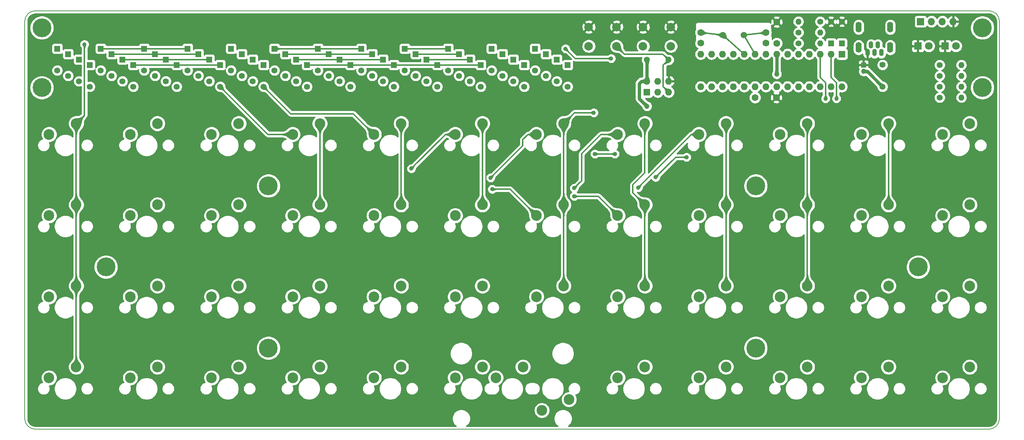
<source format=gbr>
%TF.GenerationSoftware,KiCad,Pcbnew,(5.1.2-1)-1*%
%TF.CreationDate,2019-08-21T16:04:43-07:00*%
%TF.ProjectId,plaid,706c6169-642e-46b6-9963-61645f706362,rev?*%
%TF.SameCoordinates,PX2faf080PY2faf080*%
%TF.FileFunction,Copper,L1,Top*%
%TF.FilePolarity,Positive*%
%FSLAX46Y46*%
G04 Gerber Fmt 4.6, Leading zero omitted, Abs format (unit mm)*
G04 Created by KiCad (PCBNEW (5.1.2-1)-1) date 2019-08-21 16:04:43*
%MOMM*%
%LPD*%
G04 APERTURE LIST*
%ADD10C,0.150000*%
%ADD11R,1.200000X1.200000*%
%ADD12C,1.200000*%
%ADD13C,2.500000*%
%ADD14C,1.600000*%
%ADD15O,1.400000X2.500000*%
%ADD16O,1.100000X1.700000*%
%ADD17R,1.400000X1.400000*%
%ADD18C,1.400000*%
%ADD19C,1.500000*%
%ADD20C,2.000000*%
%ADD21O,1.600000X1.600000*%
%ADD22R,1.600000X1.600000*%
%ADD23O,1.400000X1.400000*%
%ADD24C,4.400000*%
%ADD25O,1.700000X1.700000*%
%ADD26R,1.700000X1.700000*%
%ADD27R,1.800000X1.800000*%
%ADD28C,1.800000*%
%ADD29C,1.000000*%
%ADD30C,0.300000*%
%ADD31C,0.600000*%
%ADD32C,0.800000*%
%ADD33C,0.254000*%
%ADD34C,0.025400*%
G04 APERTURE END LIST*
D10*
X2500000Y-98000000D02*
G75*
G02X0Y-95500000I0J2500000D01*
G01*
X228000000Y-95500000D02*
G75*
G02X225500000Y-98000000I-2500000J0D01*
G01*
X225500000Y0D02*
G75*
G02X228000000Y-2500000I0J-2500000D01*
G01*
X0Y-2500000D02*
G75*
G02X2500000Y0I2500000J0D01*
G01*
X0Y-95500000D02*
X0Y-2500000D01*
X225500000Y-98000000D02*
X2500000Y-98000000D01*
X228000000Y-2500000D02*
X228000000Y-95500000D01*
X225500000Y0D02*
X2500000Y0D01*
D11*
X196215000Y-12700000D03*
D12*
X196215000Y-14200000D03*
D13*
X120960000Y-93580000D03*
X127310000Y-91040000D03*
X107040000Y-83420000D03*
X100690000Y-85960000D03*
X110190000Y-85960000D03*
X116540000Y-83420000D03*
D14*
X175895000Y-7620000D03*
X175895000Y-2620000D03*
X170815000Y-20320000D03*
X175815000Y-20320000D03*
D13*
X202040000Y-26420000D03*
X195690000Y-28960000D03*
X126040000Y-45420000D03*
X119690000Y-47960000D03*
X145040000Y-26420000D03*
X138690000Y-28960000D03*
X164040000Y-26420000D03*
X157690000Y-28960000D03*
X126040000Y-26420000D03*
X119690000Y-28960000D03*
X31040000Y-26420000D03*
X24690000Y-28960000D03*
X69040000Y-83420000D03*
X62690000Y-85960000D03*
X69040000Y-64420000D03*
X62690000Y-66960000D03*
X12040000Y-26420000D03*
X5690000Y-28960000D03*
X50040000Y-26420000D03*
X43690000Y-28960000D03*
X69040000Y-26420000D03*
X62690000Y-28960000D03*
X88040000Y-26420000D03*
X81690000Y-28960000D03*
X107040000Y-26420000D03*
X100690000Y-28960000D03*
X183040000Y-26420000D03*
X176690000Y-28960000D03*
X221040000Y-26420000D03*
X214690000Y-28960000D03*
X12040000Y-45420000D03*
X5690000Y-47960000D03*
X31040000Y-45420000D03*
X24690000Y-47960000D03*
X50040000Y-45420000D03*
X43690000Y-47960000D03*
X69040000Y-45420000D03*
X62690000Y-47960000D03*
X88040000Y-45420000D03*
X81690000Y-47960000D03*
X107040000Y-45420000D03*
X100690000Y-47960000D03*
X145040000Y-45420000D03*
X138690000Y-47960000D03*
X164040000Y-45420000D03*
X157690000Y-47960000D03*
X183040000Y-45420000D03*
X176690000Y-47960000D03*
X202040000Y-45420000D03*
X195690000Y-47960000D03*
X221040000Y-45420000D03*
X214690000Y-47960000D03*
X12040000Y-64420000D03*
X5690000Y-66960000D03*
X31040000Y-64420000D03*
X24690000Y-66960000D03*
X50040000Y-64420000D03*
X43690000Y-66960000D03*
X88040000Y-64420000D03*
X81690000Y-66960000D03*
X107040000Y-64420000D03*
X100690000Y-66960000D03*
X126040000Y-64420000D03*
X119690000Y-66960000D03*
X145040000Y-64420000D03*
X138690000Y-66960000D03*
X164040000Y-64420000D03*
X157690000Y-66960000D03*
X183040000Y-64420000D03*
X176690000Y-66960000D03*
X202040000Y-64420000D03*
X195690000Y-66960000D03*
X221040000Y-64420000D03*
X214690000Y-66960000D03*
X12040000Y-83420000D03*
X5690000Y-85960000D03*
X31040000Y-83420000D03*
X24690000Y-85960000D03*
X50040000Y-83420000D03*
X43690000Y-85960000D03*
X88040000Y-83420000D03*
X81690000Y-85960000D03*
X145040000Y-83420000D03*
X138690000Y-85960000D03*
X164040000Y-83420000D03*
X157690000Y-85960000D03*
X183040000Y-83420000D03*
X176690000Y-85960000D03*
X202040000Y-83420000D03*
X195690000Y-85960000D03*
X221040000Y-83420000D03*
X214690000Y-85960000D03*
D15*
X202455000Y-8600000D03*
X202455000Y-3850000D03*
X195055000Y-3850000D03*
X195055000Y-8600000D03*
D16*
X197955000Y-8000000D03*
X199555000Y-8000000D03*
X197155000Y-9800000D03*
X200355000Y-9800000D03*
X198755000Y-9800000D03*
D17*
X101600000Y-10160000D03*
D18*
X101600000Y-15240000D03*
D17*
X188595000Y-7620000D03*
D18*
X188595000Y-2540000D03*
D17*
X191135000Y-7620000D03*
D18*
X191135000Y-2540000D03*
D17*
X15240000Y-12700000D03*
D18*
X15240000Y-17780000D03*
D17*
X25400000Y-12700000D03*
D18*
X25400000Y-17780000D03*
D17*
X35560000Y-12700000D03*
D18*
X35560000Y-17780000D03*
D17*
X45720000Y-12700000D03*
D18*
X45720000Y-17780000D03*
D17*
X55880000Y-12700000D03*
D18*
X55880000Y-17780000D03*
D17*
X66040000Y-12700000D03*
D18*
X66040000Y-17780000D03*
D17*
X76200000Y-12700000D03*
D18*
X76200000Y-17780000D03*
D17*
X86360000Y-12700000D03*
D18*
X86360000Y-17780000D03*
D17*
X96520000Y-12700000D03*
D18*
X96520000Y-17780000D03*
D17*
X106680000Y-12700000D03*
D18*
X106680000Y-17780000D03*
D17*
X116840000Y-12700000D03*
D18*
X116840000Y-17780000D03*
D17*
X127000000Y-12700000D03*
D18*
X127000000Y-17780000D03*
D17*
X12700000Y-11430000D03*
D18*
X12700000Y-16510000D03*
D17*
X22860000Y-11430000D03*
D18*
X22860000Y-16510000D03*
D17*
X33020000Y-11430000D03*
D18*
X33020000Y-16510000D03*
D17*
X43180000Y-11430000D03*
D18*
X43180000Y-16510000D03*
D17*
X53340000Y-11430000D03*
D18*
X53340000Y-16510000D03*
D17*
X63500000Y-11430000D03*
D18*
X63500000Y-16510000D03*
D17*
X73660000Y-11430000D03*
D18*
X73660000Y-16510000D03*
D17*
X83820000Y-11430000D03*
D18*
X83820000Y-16510000D03*
D17*
X93980000Y-11430000D03*
D18*
X93980000Y-16510000D03*
D17*
X104140000Y-11430000D03*
D18*
X104140000Y-16510000D03*
D17*
X114300000Y-11430000D03*
D18*
X114300000Y-16510000D03*
D17*
X124460000Y-11430000D03*
D18*
X124460000Y-16510000D03*
D17*
X10160000Y-10160000D03*
D18*
X10160000Y-15240000D03*
D17*
X20320000Y-10160000D03*
D18*
X20320000Y-15240000D03*
D17*
X30480000Y-10160000D03*
D18*
X30480000Y-15240000D03*
D17*
X40640000Y-10160000D03*
D18*
X40640000Y-15240000D03*
D17*
X50800000Y-10160000D03*
D18*
X50800000Y-15240000D03*
D17*
X60960000Y-10160000D03*
D18*
X60960000Y-15240000D03*
D17*
X71120000Y-10160000D03*
D18*
X71120000Y-15240000D03*
D17*
X81280000Y-10160000D03*
D18*
X81280000Y-15240000D03*
D17*
X91440000Y-10160000D03*
D18*
X91440000Y-15240000D03*
D17*
X111760000Y-10160000D03*
D18*
X111760000Y-15240000D03*
D17*
X121920000Y-10160000D03*
D18*
X121920000Y-15240000D03*
D17*
X7620000Y-8890000D03*
D18*
X7620000Y-13970000D03*
D17*
X17780000Y-8890000D03*
D18*
X17780000Y-13970000D03*
D17*
X27940000Y-8890000D03*
D18*
X27940000Y-13970000D03*
D17*
X38100000Y-8890000D03*
D18*
X38100000Y-13970000D03*
D17*
X48260000Y-8890000D03*
D18*
X48260000Y-13970000D03*
D17*
X58420000Y-8890000D03*
D18*
X58420000Y-13970000D03*
D17*
X68580000Y-8890000D03*
D18*
X68580000Y-13970000D03*
D17*
X78740000Y-8890000D03*
D18*
X78740000Y-13970000D03*
D17*
X88900000Y-8890000D03*
D18*
X88900000Y-13970000D03*
D17*
X99060000Y-8890000D03*
D18*
X99060000Y-13970000D03*
D17*
X109220000Y-8890000D03*
D18*
X109220000Y-13970000D03*
D17*
X119380000Y-8890000D03*
D18*
X119380000Y-13970000D03*
D19*
X163295000Y-5715000D03*
X168175000Y-5715000D03*
D20*
X138430000Y-3810000D03*
X138430000Y-8310000D03*
X131930000Y-3810000D03*
X131930000Y-8310000D03*
X151130000Y-3810000D03*
X151130000Y-8310000D03*
X144630000Y-3810000D03*
X144630000Y-8310000D03*
D14*
X158115000Y-7580000D03*
X158115000Y-5080000D03*
X173355000Y-7580000D03*
X173355000Y-5080000D03*
D21*
X150622000Y-16510000D03*
X150622000Y-19050000D03*
X148082000Y-16510000D03*
X148082000Y-19050000D03*
X145542000Y-16510000D03*
D22*
X145542000Y-19050000D03*
D21*
X191135000Y-17780000D03*
X158115000Y-10160000D03*
X188595000Y-17780000D03*
X160655000Y-10160000D03*
X186055000Y-17780000D03*
X163195000Y-10160000D03*
X183515000Y-17780000D03*
X165735000Y-10160000D03*
X180975000Y-17780000D03*
X168275000Y-10160000D03*
X178435000Y-17780000D03*
X170815000Y-10160000D03*
X175895000Y-17780000D03*
X173355000Y-10160000D03*
X173355000Y-17780000D03*
X175895000Y-10160000D03*
X170815000Y-17780000D03*
X178435000Y-10160000D03*
X168275000Y-17780000D03*
X180975000Y-10160000D03*
X165735000Y-17780000D03*
X183515000Y-10160000D03*
X163195000Y-17780000D03*
X186055000Y-10160000D03*
X160655000Y-17780000D03*
X188595000Y-10160000D03*
X158115000Y-17780000D03*
D22*
X191135000Y-10160000D03*
D18*
X200660000Y-17780000D03*
X200660000Y-12680000D03*
X186055000Y-2540000D03*
D23*
X180975000Y-2540000D03*
X186055000Y-7620000D03*
D18*
X180975000Y-7620000D03*
X180975000Y-5080000D03*
D23*
X186055000Y-5080000D03*
D18*
X145542000Y-11500000D03*
D23*
X150622000Y-11500000D03*
D24*
X4000000Y-4000000D03*
X4000000Y-18000000D03*
X224000000Y-4000000D03*
X224000000Y-18000000D03*
X19000000Y-60000000D03*
X57000000Y-41000000D03*
X57000000Y-79000000D03*
X171000000Y-41000000D03*
X171000000Y-79000000D03*
X209000000Y-60000000D03*
D25*
X217170000Y-2540000D03*
X214630000Y-2540000D03*
X212090000Y-2540000D03*
D26*
X209550000Y-2540000D03*
D23*
X219075000Y-17780000D03*
D18*
X213995000Y-17780000D03*
X213995000Y-20320000D03*
D23*
X219075000Y-20320000D03*
D27*
X208915000Y-8255000D03*
D28*
X211455000Y-8255000D03*
X217805000Y-8255000D03*
D27*
X215265000Y-8255000D03*
D23*
X219075000Y-12700000D03*
D18*
X213995000Y-12700000D03*
X213995000Y-15240000D03*
D23*
X219075000Y-15240000D03*
D29*
X143256000Y-22479000D03*
X129286000Y-17907000D03*
X124714000Y-22098000D03*
X120650000Y-20955000D03*
X198755000Y-3683000D03*
X183515000Y-7620000D03*
X172339000Y-13843000D03*
X155829000Y-5080000D03*
X165735000Y-1651000D03*
X161925000Y-1651000D03*
X169672000Y-1651000D03*
X193900000Y-21900000D03*
X187500000Y-23000000D03*
X2000000Y-10000000D03*
X226000000Y-10000000D03*
X226000000Y-22000000D03*
X2000000Y-22000000D03*
X2000000Y-60000000D03*
X2000000Y-41000000D03*
X2000000Y-79000000D03*
X2000000Y-96000000D03*
X19000000Y-96000000D03*
X38000000Y-96000000D03*
X57000000Y-96000000D03*
X76000000Y-96000000D03*
X95000000Y-96000000D03*
X114000000Y-96000000D03*
X133000000Y-96000000D03*
X152000000Y-96000000D03*
X171000000Y-96000000D03*
X190000000Y-96000000D03*
X209000000Y-96000000D03*
X226000000Y-96000000D03*
X226000000Y-79000000D03*
X226000000Y-60000000D03*
X226000000Y-41000000D03*
X90424000Y-40005000D03*
X95250000Y-63373000D03*
X103886000Y-83947000D03*
X191135000Y-12954000D03*
X184785000Y-13335000D03*
X177927000Y-13335000D03*
X160655000Y-15621000D03*
X195199000Y-16510000D03*
X204978000Y-2286000D03*
X77089000Y-36830000D03*
X64516000Y-26289000D03*
X59690000Y-25400000D03*
X56007000Y-22098000D03*
X49530000Y-18288000D03*
X69850000Y-21209000D03*
X98806000Y-25781000D03*
X173355000Y-1651000D03*
X158115000Y-1651000D03*
X155829000Y-1651000D03*
X29210000Y-18923000D03*
X41021000Y-22860000D03*
X90297000Y-28702000D03*
X79629000Y-22225000D03*
X109347000Y-28575000D03*
X26416000Y-38735000D03*
X43434000Y-38862000D03*
X57277000Y-36957000D03*
X72771000Y-42164000D03*
X82423000Y-41529000D03*
X120650000Y-44958000D03*
X132461000Y-45085000D03*
X138303000Y-44196000D03*
X171323000Y-49657000D03*
X170561000Y-53594000D03*
X185674000Y-45212000D03*
X175133000Y-41148000D03*
X211074000Y-47498000D03*
X189738000Y-34925000D03*
X147750000Y-28000000D03*
X171000000Y-28000000D03*
X170500000Y-33500000D03*
X114000000Y-53000000D03*
X109500000Y-47500000D03*
X90424000Y-36957000D03*
X108966000Y-39116000D03*
X128524000Y-41529000D03*
X143510000Y-41402000D03*
X147574000Y-38989000D03*
X154813000Y-34290000D03*
X138049000Y-33528000D03*
X133350000Y-33528000D03*
X109347000Y-41783000D03*
X128524000Y-43434000D03*
X13970000Y-7874000D03*
X133096000Y-23876000D03*
X187325000Y-20574000D03*
X189865000Y-20574000D03*
D12*
X175895000Y-14859000D03*
X145542000Y-22352000D03*
D29*
X137160000Y-11176000D03*
X126492000Y-8890000D03*
D30*
X163295000Y-5715000D02*
X168275000Y-10160000D01*
X158115000Y-5080000D02*
X163295000Y-5715000D01*
D31*
X173355000Y-7580000D02*
X173435000Y-7580000D01*
X197155000Y-9500000D02*
X196596000Y-8890000D01*
X196596000Y-8890000D02*
X196596000Y-8001000D01*
D30*
X25400000Y-12700000D02*
X35560000Y-12700000D01*
X35560000Y-12700000D02*
X45720000Y-12700000D01*
X66040000Y-12700000D02*
X76200000Y-12700000D01*
X76200000Y-12700000D02*
X86360000Y-12700000D01*
X96520000Y-12700000D02*
X106680000Y-12700000D01*
X96520000Y-12700000D02*
X86360000Y-12700000D01*
X56900000Y-28960000D02*
X62690000Y-28960000D01*
X45720000Y-17780000D02*
X56900000Y-28960000D01*
X76860000Y-24130000D02*
X81690000Y-28960000D01*
X55880000Y-17780000D02*
X62230000Y-24130000D01*
X62230000Y-24130000D02*
X76860000Y-24130000D01*
X98421000Y-28960000D02*
X100690000Y-28960000D01*
X90424000Y-36957000D02*
X98421000Y-28960000D01*
X117725000Y-28960000D02*
X119690000Y-28960000D01*
X116500000Y-31582000D02*
X116500000Y-30185000D01*
X108966000Y-39116000D02*
X116500000Y-31582000D01*
X116500000Y-30185000D02*
X117725000Y-28960000D01*
X134790000Y-28960000D02*
X138690000Y-28960000D01*
X130250000Y-33500000D02*
X134790000Y-28960000D01*
X128524000Y-41529000D02*
X130250000Y-39803000D01*
X130250000Y-39803000D02*
X130250000Y-33500000D01*
X155952000Y-28960000D02*
X157690000Y-28960000D01*
X143510000Y-41402000D02*
X155952000Y-28960000D01*
X152273000Y-34290000D02*
X147574000Y-38989000D01*
X154813000Y-34290000D02*
X152273000Y-34290000D01*
X133350000Y-33528000D02*
X138049000Y-33528000D01*
X63500000Y-11430000D02*
X73660000Y-11430000D01*
X73660000Y-11430000D02*
X83820000Y-11430000D01*
X93980000Y-11430000D02*
X104140000Y-11430000D01*
X43180000Y-11430000D02*
X33020000Y-11430000D01*
X33020000Y-11430000D02*
X22860000Y-11430000D01*
X113513000Y-41783000D02*
X119690000Y-47960000D01*
X109347000Y-41783000D02*
X113513000Y-41783000D01*
X134164000Y-43434000D02*
X138690000Y-47960000D01*
X128524000Y-43434000D02*
X134164000Y-43434000D01*
X20320000Y-10160000D02*
X30480000Y-10160000D01*
X30480000Y-10160000D02*
X40640000Y-10160000D01*
X101600000Y-10160000D02*
X91440000Y-10160000D01*
X81280000Y-10160000D02*
X71120000Y-10160000D01*
X71120000Y-10160000D02*
X60960000Y-10160000D01*
X140280000Y-10160000D02*
X138430000Y-8310000D01*
X149352000Y-12770000D02*
X150622000Y-11500000D01*
X150622000Y-19050000D02*
X149352000Y-17780000D01*
X149352000Y-17780000D02*
X149352000Y-12770000D01*
X149282000Y-10160000D02*
X150622000Y-11500000D01*
X140280000Y-10160000D02*
X149282000Y-10160000D01*
X13970000Y-7874000D02*
X13970000Y-24490000D01*
X13970000Y-24490000D02*
X12040000Y-26420000D01*
X12040000Y-83420000D02*
X12040000Y-64420000D01*
X12040000Y-64420000D02*
X12040000Y-45420000D01*
X12040000Y-45420000D02*
X12040000Y-26420000D01*
X69040000Y-26420000D02*
X69040000Y-45420000D01*
X88040000Y-26420000D02*
X88040000Y-45420000D01*
X107040000Y-45420000D02*
X107040000Y-26420000D01*
X126040000Y-26420000D02*
X126040000Y-45420000D01*
X126040000Y-45420000D02*
X126040000Y-64420000D01*
X128584000Y-23876000D02*
X126040000Y-26420000D01*
X133096000Y-23876000D02*
X128584000Y-23876000D01*
X145040000Y-45420000D02*
X145040000Y-64420000D01*
X142240000Y-42620000D02*
X145040000Y-45420000D01*
X142240000Y-40760000D02*
X142240000Y-42620000D01*
X145040000Y-26420000D02*
X145040000Y-37960000D01*
X145040000Y-37960000D02*
X142240000Y-40760000D01*
X164040000Y-26420000D02*
X164040000Y-45420000D01*
X164040000Y-45420000D02*
X164040000Y-64420000D01*
X183040000Y-26420000D02*
X183040000Y-45420000D01*
X183040000Y-45420000D02*
X183040000Y-64420000D01*
X202040000Y-26420000D02*
X202040000Y-45420000D01*
X186055000Y-15621000D02*
X186055000Y-10160000D01*
X187325000Y-20574000D02*
X187325000Y-16891000D01*
X187325000Y-16891000D02*
X186055000Y-15621000D01*
X188595000Y-15621000D02*
X188595000Y-10160000D01*
X189865000Y-20574000D02*
X189865000Y-16891000D01*
X189865000Y-16891000D02*
X188595000Y-15621000D01*
X168175000Y-5715000D02*
X170815000Y-10160000D01*
X173355000Y-5080000D02*
X168175000Y-5715000D01*
D32*
X175895000Y-10160000D02*
X175895000Y-14859000D01*
X197080000Y-14200000D02*
X200660000Y-17780000D01*
X196215000Y-14200000D02*
X197080000Y-14200000D01*
X145542000Y-11500000D02*
X145542000Y-16510000D01*
X144272000Y-16510000D02*
X145542000Y-16510000D01*
X143764000Y-17018000D02*
X144272000Y-16510000D01*
X145542000Y-22352000D02*
X143764000Y-20574000D01*
X143764000Y-20574000D02*
X143764000Y-17018000D01*
D30*
X99060000Y-8890000D02*
X88900000Y-8890000D01*
X78740000Y-8890000D02*
X68580000Y-8890000D01*
X68580000Y-8890000D02*
X58420000Y-8890000D01*
X38100000Y-8890000D02*
X27940000Y-8890000D01*
X27940000Y-8890000D02*
X17780000Y-8890000D01*
X137160000Y-11176000D02*
X130048000Y-11176000D01*
X130048000Y-11176000D02*
X129540000Y-11176000D01*
X128778000Y-11176000D02*
X130048000Y-11176000D01*
X126492000Y-8890000D02*
X128778000Y-11176000D01*
D33*
G36*
X225847018Y-747430D02*
G01*
X226180819Y-848211D01*
X226488687Y-1011907D01*
X226758896Y-1232284D01*
X226981157Y-1500952D01*
X227146995Y-1807663D01*
X227250104Y-2140753D01*
X227290000Y-2520341D01*
X227290001Y-95465270D01*
X227252571Y-95847016D01*
X227151789Y-96180818D01*
X226988093Y-96488687D01*
X226767716Y-96758897D01*
X226499052Y-96981154D01*
X226192337Y-97146995D01*
X225859246Y-97250104D01*
X225479659Y-97290000D01*
X127108973Y-97290000D01*
X127276920Y-97177781D01*
X127577781Y-96876920D01*
X127814167Y-96523144D01*
X127976992Y-96130049D01*
X128060000Y-95712741D01*
X128060000Y-95287259D01*
X127976992Y-94869951D01*
X127814167Y-94476856D01*
X127577781Y-94123080D01*
X127276920Y-93822219D01*
X126923144Y-93585833D01*
X126530049Y-93423008D01*
X126112741Y-93340000D01*
X125687259Y-93340000D01*
X125269951Y-93423008D01*
X124876856Y-93585833D01*
X124523080Y-93822219D01*
X124222219Y-94123080D01*
X123985833Y-94476856D01*
X123823008Y-94869951D01*
X123740000Y-95287259D01*
X123740000Y-95712741D01*
X123823008Y-96130049D01*
X123985833Y-96523144D01*
X124222219Y-96876920D01*
X124523080Y-97177781D01*
X124691027Y-97290000D01*
X103308973Y-97290000D01*
X103476920Y-97177781D01*
X103777781Y-96876920D01*
X104014167Y-96523144D01*
X104176992Y-96130049D01*
X104260000Y-95712741D01*
X104260000Y-95287259D01*
X104176992Y-94869951D01*
X104014167Y-94476856D01*
X103777781Y-94123080D01*
X103476920Y-93822219D01*
X103123144Y-93585833D01*
X102730049Y-93423008D01*
X102585946Y-93394344D01*
X119075000Y-93394344D01*
X119075000Y-93765656D01*
X119147439Y-94129834D01*
X119289534Y-94472882D01*
X119495825Y-94781618D01*
X119758382Y-95044175D01*
X120067118Y-95250466D01*
X120410166Y-95392561D01*
X120774344Y-95465000D01*
X121145656Y-95465000D01*
X121509834Y-95392561D01*
X121852882Y-95250466D01*
X122161618Y-95044175D01*
X122424175Y-94781618D01*
X122630466Y-94472882D01*
X122772561Y-94129834D01*
X122845000Y-93765656D01*
X122845000Y-93394344D01*
X122772561Y-93030166D01*
X122630466Y-92687118D01*
X122424175Y-92378382D01*
X122161618Y-92115825D01*
X121852882Y-91909534D01*
X121509834Y-91767439D01*
X121145656Y-91695000D01*
X120774344Y-91695000D01*
X120410166Y-91767439D01*
X120067118Y-91909534D01*
X119758382Y-92115825D01*
X119495825Y-92378382D01*
X119289534Y-92687118D01*
X119147439Y-93030166D01*
X119075000Y-93394344D01*
X102585946Y-93394344D01*
X102312741Y-93340000D01*
X101887259Y-93340000D01*
X101469951Y-93423008D01*
X101076856Y-93585833D01*
X100723080Y-93822219D01*
X100422219Y-94123080D01*
X100185833Y-94476856D01*
X100023008Y-94869951D01*
X99940000Y-95287259D01*
X99940000Y-95712741D01*
X100023008Y-96130049D01*
X100185833Y-96523144D01*
X100422219Y-96876920D01*
X100723080Y-97177781D01*
X100891027Y-97290000D01*
X2534720Y-97290000D01*
X2152984Y-97252571D01*
X1819182Y-97151789D01*
X1511313Y-96988093D01*
X1241103Y-96767716D01*
X1018846Y-96499052D01*
X853005Y-96192337D01*
X749896Y-95859246D01*
X710000Y-95479659D01*
X710000Y-88353740D01*
X2935000Y-88353740D01*
X2935000Y-88646260D01*
X2992068Y-88933158D01*
X3104010Y-89203411D01*
X3266525Y-89446632D01*
X3473368Y-89653475D01*
X3716589Y-89815990D01*
X3986842Y-89927932D01*
X4273740Y-89985000D01*
X4566260Y-89985000D01*
X4853158Y-89927932D01*
X5123411Y-89815990D01*
X5366632Y-89653475D01*
X5573475Y-89446632D01*
X5735990Y-89203411D01*
X5847932Y-88933158D01*
X5905000Y-88646260D01*
X5905000Y-88353740D01*
X5882471Y-88240475D01*
X6865000Y-88240475D01*
X6865000Y-88759525D01*
X6966261Y-89268601D01*
X7164893Y-89748141D01*
X7453262Y-90179715D01*
X7820285Y-90546738D01*
X8251859Y-90835107D01*
X8731399Y-91033739D01*
X9240475Y-91135000D01*
X9759525Y-91135000D01*
X10268601Y-91033739D01*
X10748141Y-90835107D01*
X11179715Y-90546738D01*
X11546738Y-90179715D01*
X11835107Y-89748141D01*
X12033739Y-89268601D01*
X12135000Y-88759525D01*
X12135000Y-88353740D01*
X13095000Y-88353740D01*
X13095000Y-88646260D01*
X13152068Y-88933158D01*
X13264010Y-89203411D01*
X13426525Y-89446632D01*
X13633368Y-89653475D01*
X13876589Y-89815990D01*
X14146842Y-89927932D01*
X14433740Y-89985000D01*
X14726260Y-89985000D01*
X15013158Y-89927932D01*
X15283411Y-89815990D01*
X15526632Y-89653475D01*
X15733475Y-89446632D01*
X15895990Y-89203411D01*
X16007932Y-88933158D01*
X16065000Y-88646260D01*
X16065000Y-88353740D01*
X21935000Y-88353740D01*
X21935000Y-88646260D01*
X21992068Y-88933158D01*
X22104010Y-89203411D01*
X22266525Y-89446632D01*
X22473368Y-89653475D01*
X22716589Y-89815990D01*
X22986842Y-89927932D01*
X23273740Y-89985000D01*
X23566260Y-89985000D01*
X23853158Y-89927932D01*
X24123411Y-89815990D01*
X24366632Y-89653475D01*
X24573475Y-89446632D01*
X24735990Y-89203411D01*
X24847932Y-88933158D01*
X24905000Y-88646260D01*
X24905000Y-88353740D01*
X24882471Y-88240475D01*
X25865000Y-88240475D01*
X25865000Y-88759525D01*
X25966261Y-89268601D01*
X26164893Y-89748141D01*
X26453262Y-90179715D01*
X26820285Y-90546738D01*
X27251859Y-90835107D01*
X27731399Y-91033739D01*
X28240475Y-91135000D01*
X28759525Y-91135000D01*
X29268601Y-91033739D01*
X29748141Y-90835107D01*
X30179715Y-90546738D01*
X30546738Y-90179715D01*
X30835107Y-89748141D01*
X31033739Y-89268601D01*
X31135000Y-88759525D01*
X31135000Y-88353740D01*
X32095000Y-88353740D01*
X32095000Y-88646260D01*
X32152068Y-88933158D01*
X32264010Y-89203411D01*
X32426525Y-89446632D01*
X32633368Y-89653475D01*
X32876589Y-89815990D01*
X33146842Y-89927932D01*
X33433740Y-89985000D01*
X33726260Y-89985000D01*
X34013158Y-89927932D01*
X34283411Y-89815990D01*
X34526632Y-89653475D01*
X34733475Y-89446632D01*
X34895990Y-89203411D01*
X35007932Y-88933158D01*
X35065000Y-88646260D01*
X35065000Y-88353740D01*
X40935000Y-88353740D01*
X40935000Y-88646260D01*
X40992068Y-88933158D01*
X41104010Y-89203411D01*
X41266525Y-89446632D01*
X41473368Y-89653475D01*
X41716589Y-89815990D01*
X41986842Y-89927932D01*
X42273740Y-89985000D01*
X42566260Y-89985000D01*
X42853158Y-89927932D01*
X43123411Y-89815990D01*
X43366632Y-89653475D01*
X43573475Y-89446632D01*
X43735990Y-89203411D01*
X43847932Y-88933158D01*
X43905000Y-88646260D01*
X43905000Y-88353740D01*
X43882471Y-88240475D01*
X44865000Y-88240475D01*
X44865000Y-88759525D01*
X44966261Y-89268601D01*
X45164893Y-89748141D01*
X45453262Y-90179715D01*
X45820285Y-90546738D01*
X46251859Y-90835107D01*
X46731399Y-91033739D01*
X47240475Y-91135000D01*
X47759525Y-91135000D01*
X48268601Y-91033739D01*
X48748141Y-90835107D01*
X49179715Y-90546738D01*
X49546738Y-90179715D01*
X49835107Y-89748141D01*
X50033739Y-89268601D01*
X50135000Y-88759525D01*
X50135000Y-88353740D01*
X51095000Y-88353740D01*
X51095000Y-88646260D01*
X51152068Y-88933158D01*
X51264010Y-89203411D01*
X51426525Y-89446632D01*
X51633368Y-89653475D01*
X51876589Y-89815990D01*
X52146842Y-89927932D01*
X52433740Y-89985000D01*
X52726260Y-89985000D01*
X53013158Y-89927932D01*
X53283411Y-89815990D01*
X53526632Y-89653475D01*
X53733475Y-89446632D01*
X53895990Y-89203411D01*
X54007932Y-88933158D01*
X54065000Y-88646260D01*
X54065000Y-88353740D01*
X59935000Y-88353740D01*
X59935000Y-88646260D01*
X59992068Y-88933158D01*
X60104010Y-89203411D01*
X60266525Y-89446632D01*
X60473368Y-89653475D01*
X60716589Y-89815990D01*
X60986842Y-89927932D01*
X61273740Y-89985000D01*
X61566260Y-89985000D01*
X61853158Y-89927932D01*
X62123411Y-89815990D01*
X62366632Y-89653475D01*
X62573475Y-89446632D01*
X62735990Y-89203411D01*
X62847932Y-88933158D01*
X62905000Y-88646260D01*
X62905000Y-88353740D01*
X62882471Y-88240475D01*
X63865000Y-88240475D01*
X63865000Y-88759525D01*
X63966261Y-89268601D01*
X64164893Y-89748141D01*
X64453262Y-90179715D01*
X64820285Y-90546738D01*
X65251859Y-90835107D01*
X65731399Y-91033739D01*
X66240475Y-91135000D01*
X66759525Y-91135000D01*
X67268601Y-91033739D01*
X67748141Y-90835107D01*
X68179715Y-90546738D01*
X68546738Y-90179715D01*
X68835107Y-89748141D01*
X69033739Y-89268601D01*
X69135000Y-88759525D01*
X69135000Y-88353740D01*
X70095000Y-88353740D01*
X70095000Y-88646260D01*
X70152068Y-88933158D01*
X70264010Y-89203411D01*
X70426525Y-89446632D01*
X70633368Y-89653475D01*
X70876589Y-89815990D01*
X71146842Y-89927932D01*
X71433740Y-89985000D01*
X71726260Y-89985000D01*
X72013158Y-89927932D01*
X72283411Y-89815990D01*
X72526632Y-89653475D01*
X72733475Y-89446632D01*
X72895990Y-89203411D01*
X73007932Y-88933158D01*
X73065000Y-88646260D01*
X73065000Y-88353740D01*
X78935000Y-88353740D01*
X78935000Y-88646260D01*
X78992068Y-88933158D01*
X79104010Y-89203411D01*
X79266525Y-89446632D01*
X79473368Y-89653475D01*
X79716589Y-89815990D01*
X79986842Y-89927932D01*
X80273740Y-89985000D01*
X80566260Y-89985000D01*
X80853158Y-89927932D01*
X81123411Y-89815990D01*
X81366632Y-89653475D01*
X81573475Y-89446632D01*
X81735990Y-89203411D01*
X81847932Y-88933158D01*
X81905000Y-88646260D01*
X81905000Y-88353740D01*
X81882471Y-88240475D01*
X82865000Y-88240475D01*
X82865000Y-88759525D01*
X82966261Y-89268601D01*
X83164893Y-89748141D01*
X83453262Y-90179715D01*
X83820285Y-90546738D01*
X84251859Y-90835107D01*
X84731399Y-91033739D01*
X85240475Y-91135000D01*
X85759525Y-91135000D01*
X86268601Y-91033739D01*
X86748141Y-90835107D01*
X87179715Y-90546738D01*
X87546738Y-90179715D01*
X87835107Y-89748141D01*
X88033739Y-89268601D01*
X88135000Y-88759525D01*
X88135000Y-88353740D01*
X89095000Y-88353740D01*
X89095000Y-88646260D01*
X89152068Y-88933158D01*
X89264010Y-89203411D01*
X89426525Y-89446632D01*
X89633368Y-89653475D01*
X89876589Y-89815990D01*
X90146842Y-89927932D01*
X90433740Y-89985000D01*
X90726260Y-89985000D01*
X91013158Y-89927932D01*
X91283411Y-89815990D01*
X91526632Y-89653475D01*
X91733475Y-89446632D01*
X91895990Y-89203411D01*
X92007932Y-88933158D01*
X92065000Y-88646260D01*
X92065000Y-88353740D01*
X97935000Y-88353740D01*
X97935000Y-88646260D01*
X97992068Y-88933158D01*
X98104010Y-89203411D01*
X98266525Y-89446632D01*
X98473368Y-89653475D01*
X98716589Y-89815990D01*
X98986842Y-89927932D01*
X99273740Y-89985000D01*
X99566260Y-89985000D01*
X99853158Y-89927932D01*
X100123411Y-89815990D01*
X100366632Y-89653475D01*
X100573475Y-89446632D01*
X100735990Y-89203411D01*
X100847932Y-88933158D01*
X100905000Y-88646260D01*
X100905000Y-88353740D01*
X100882471Y-88240475D01*
X101865000Y-88240475D01*
X101865000Y-88759525D01*
X101966261Y-89268601D01*
X102164893Y-89748141D01*
X102453262Y-90179715D01*
X102820285Y-90546738D01*
X103251859Y-90835107D01*
X103731399Y-91033739D01*
X104240475Y-91135000D01*
X104759525Y-91135000D01*
X105268601Y-91033739D01*
X105748141Y-90835107D01*
X106179715Y-90546738D01*
X106546738Y-90179715D01*
X106835107Y-89748141D01*
X107033739Y-89268601D01*
X107135000Y-88759525D01*
X107135000Y-88500000D01*
X107427815Y-88500000D01*
X107456487Y-88791111D01*
X107541401Y-89071034D01*
X107679294Y-89329014D01*
X107864866Y-89555134D01*
X108090986Y-89740706D01*
X108348966Y-89878599D01*
X108628889Y-89963513D01*
X108847050Y-89985000D01*
X109652950Y-89985000D01*
X109871111Y-89963513D01*
X110151034Y-89878599D01*
X110409014Y-89740706D01*
X110635134Y-89555134D01*
X110820706Y-89329014D01*
X110958599Y-89071034D01*
X111043513Y-88791111D01*
X111072185Y-88500000D01*
X111046624Y-88240475D01*
X111365000Y-88240475D01*
X111365000Y-88759525D01*
X111466261Y-89268601D01*
X111664893Y-89748141D01*
X111953262Y-90179715D01*
X112320285Y-90546738D01*
X112751859Y-90835107D01*
X113231399Y-91033739D01*
X113740475Y-91135000D01*
X114259525Y-91135000D01*
X114768601Y-91033739D01*
X115248141Y-90835107D01*
X115679715Y-90546738D01*
X116046738Y-90179715D01*
X116335107Y-89748141D01*
X116533739Y-89268601D01*
X116635000Y-88759525D01*
X116635000Y-88500000D01*
X116927815Y-88500000D01*
X116956487Y-88791111D01*
X117041401Y-89071034D01*
X117179294Y-89329014D01*
X117364866Y-89555134D01*
X117590986Y-89740706D01*
X117848966Y-89878599D01*
X118128889Y-89963513D01*
X118347050Y-89985000D01*
X119152950Y-89985000D01*
X119371111Y-89963513D01*
X119651034Y-89878599D01*
X119909014Y-89740706D01*
X120135134Y-89555134D01*
X120320706Y-89329014D01*
X120458599Y-89071034D01*
X120543513Y-88791111D01*
X120572185Y-88500000D01*
X120546624Y-88240475D01*
X120865000Y-88240475D01*
X120865000Y-88759525D01*
X120966261Y-89268601D01*
X121164893Y-89748141D01*
X121453262Y-90179715D01*
X121820285Y-90546738D01*
X122251859Y-90835107D01*
X122731399Y-91033739D01*
X123240475Y-91135000D01*
X123759525Y-91135000D01*
X124268601Y-91033739D01*
X124701698Y-90854344D01*
X125425000Y-90854344D01*
X125425000Y-91225656D01*
X125497439Y-91589834D01*
X125639534Y-91932882D01*
X125845825Y-92241618D01*
X126108382Y-92504175D01*
X126417118Y-92710466D01*
X126760166Y-92852561D01*
X127124344Y-92925000D01*
X127495656Y-92925000D01*
X127859834Y-92852561D01*
X128202882Y-92710466D01*
X128511618Y-92504175D01*
X128774175Y-92241618D01*
X128980466Y-91932882D01*
X129122561Y-91589834D01*
X129195000Y-91225656D01*
X129195000Y-90854344D01*
X129122561Y-90490166D01*
X128980466Y-90147118D01*
X128855028Y-89959386D01*
X129013158Y-89927932D01*
X129283411Y-89815990D01*
X129526632Y-89653475D01*
X129733475Y-89446632D01*
X129895990Y-89203411D01*
X130007932Y-88933158D01*
X130065000Y-88646260D01*
X130065000Y-88353740D01*
X135935000Y-88353740D01*
X135935000Y-88646260D01*
X135992068Y-88933158D01*
X136104010Y-89203411D01*
X136266525Y-89446632D01*
X136473368Y-89653475D01*
X136716589Y-89815990D01*
X136986842Y-89927932D01*
X137273740Y-89985000D01*
X137566260Y-89985000D01*
X137853158Y-89927932D01*
X138123411Y-89815990D01*
X138366632Y-89653475D01*
X138573475Y-89446632D01*
X138735990Y-89203411D01*
X138847932Y-88933158D01*
X138905000Y-88646260D01*
X138905000Y-88353740D01*
X138882471Y-88240475D01*
X139865000Y-88240475D01*
X139865000Y-88759525D01*
X139966261Y-89268601D01*
X140164893Y-89748141D01*
X140453262Y-90179715D01*
X140820285Y-90546738D01*
X141251859Y-90835107D01*
X141731399Y-91033739D01*
X142240475Y-91135000D01*
X142759525Y-91135000D01*
X143268601Y-91033739D01*
X143748141Y-90835107D01*
X144179715Y-90546738D01*
X144546738Y-90179715D01*
X144835107Y-89748141D01*
X145033739Y-89268601D01*
X145135000Y-88759525D01*
X145135000Y-88353740D01*
X146095000Y-88353740D01*
X146095000Y-88646260D01*
X146152068Y-88933158D01*
X146264010Y-89203411D01*
X146426525Y-89446632D01*
X146633368Y-89653475D01*
X146876589Y-89815990D01*
X147146842Y-89927932D01*
X147433740Y-89985000D01*
X147726260Y-89985000D01*
X148013158Y-89927932D01*
X148283411Y-89815990D01*
X148526632Y-89653475D01*
X148733475Y-89446632D01*
X148895990Y-89203411D01*
X149007932Y-88933158D01*
X149065000Y-88646260D01*
X149065000Y-88353740D01*
X154935000Y-88353740D01*
X154935000Y-88646260D01*
X154992068Y-88933158D01*
X155104010Y-89203411D01*
X155266525Y-89446632D01*
X155473368Y-89653475D01*
X155716589Y-89815990D01*
X155986842Y-89927932D01*
X156273740Y-89985000D01*
X156566260Y-89985000D01*
X156853158Y-89927932D01*
X157123411Y-89815990D01*
X157366632Y-89653475D01*
X157573475Y-89446632D01*
X157735990Y-89203411D01*
X157847932Y-88933158D01*
X157905000Y-88646260D01*
X157905000Y-88353740D01*
X157882471Y-88240475D01*
X158865000Y-88240475D01*
X158865000Y-88759525D01*
X158966261Y-89268601D01*
X159164893Y-89748141D01*
X159453262Y-90179715D01*
X159820285Y-90546738D01*
X160251859Y-90835107D01*
X160731399Y-91033739D01*
X161240475Y-91135000D01*
X161759525Y-91135000D01*
X162268601Y-91033739D01*
X162748141Y-90835107D01*
X163179715Y-90546738D01*
X163546738Y-90179715D01*
X163835107Y-89748141D01*
X164033739Y-89268601D01*
X164135000Y-88759525D01*
X164135000Y-88353740D01*
X165095000Y-88353740D01*
X165095000Y-88646260D01*
X165152068Y-88933158D01*
X165264010Y-89203411D01*
X165426525Y-89446632D01*
X165633368Y-89653475D01*
X165876589Y-89815990D01*
X166146842Y-89927932D01*
X166433740Y-89985000D01*
X166726260Y-89985000D01*
X167013158Y-89927932D01*
X167283411Y-89815990D01*
X167526632Y-89653475D01*
X167733475Y-89446632D01*
X167895990Y-89203411D01*
X168007932Y-88933158D01*
X168065000Y-88646260D01*
X168065000Y-88353740D01*
X173935000Y-88353740D01*
X173935000Y-88646260D01*
X173992068Y-88933158D01*
X174104010Y-89203411D01*
X174266525Y-89446632D01*
X174473368Y-89653475D01*
X174716589Y-89815990D01*
X174986842Y-89927932D01*
X175273740Y-89985000D01*
X175566260Y-89985000D01*
X175853158Y-89927932D01*
X176123411Y-89815990D01*
X176366632Y-89653475D01*
X176573475Y-89446632D01*
X176735990Y-89203411D01*
X176847932Y-88933158D01*
X176905000Y-88646260D01*
X176905000Y-88353740D01*
X176882471Y-88240475D01*
X177865000Y-88240475D01*
X177865000Y-88759525D01*
X177966261Y-89268601D01*
X178164893Y-89748141D01*
X178453262Y-90179715D01*
X178820285Y-90546738D01*
X179251859Y-90835107D01*
X179731399Y-91033739D01*
X180240475Y-91135000D01*
X180759525Y-91135000D01*
X181268601Y-91033739D01*
X181748141Y-90835107D01*
X182179715Y-90546738D01*
X182546738Y-90179715D01*
X182835107Y-89748141D01*
X183033739Y-89268601D01*
X183135000Y-88759525D01*
X183135000Y-88353740D01*
X184095000Y-88353740D01*
X184095000Y-88646260D01*
X184152068Y-88933158D01*
X184264010Y-89203411D01*
X184426525Y-89446632D01*
X184633368Y-89653475D01*
X184876589Y-89815990D01*
X185146842Y-89927932D01*
X185433740Y-89985000D01*
X185726260Y-89985000D01*
X186013158Y-89927932D01*
X186283411Y-89815990D01*
X186526632Y-89653475D01*
X186733475Y-89446632D01*
X186895990Y-89203411D01*
X187007932Y-88933158D01*
X187065000Y-88646260D01*
X187065000Y-88353740D01*
X192935000Y-88353740D01*
X192935000Y-88646260D01*
X192992068Y-88933158D01*
X193104010Y-89203411D01*
X193266525Y-89446632D01*
X193473368Y-89653475D01*
X193716589Y-89815990D01*
X193986842Y-89927932D01*
X194273740Y-89985000D01*
X194566260Y-89985000D01*
X194853158Y-89927932D01*
X195123411Y-89815990D01*
X195366632Y-89653475D01*
X195573475Y-89446632D01*
X195735990Y-89203411D01*
X195847932Y-88933158D01*
X195905000Y-88646260D01*
X195905000Y-88353740D01*
X195882471Y-88240475D01*
X196865000Y-88240475D01*
X196865000Y-88759525D01*
X196966261Y-89268601D01*
X197164893Y-89748141D01*
X197453262Y-90179715D01*
X197820285Y-90546738D01*
X198251859Y-90835107D01*
X198731399Y-91033739D01*
X199240475Y-91135000D01*
X199759525Y-91135000D01*
X200268601Y-91033739D01*
X200748141Y-90835107D01*
X201179715Y-90546738D01*
X201546738Y-90179715D01*
X201835107Y-89748141D01*
X202033739Y-89268601D01*
X202135000Y-88759525D01*
X202135000Y-88353740D01*
X203095000Y-88353740D01*
X203095000Y-88646260D01*
X203152068Y-88933158D01*
X203264010Y-89203411D01*
X203426525Y-89446632D01*
X203633368Y-89653475D01*
X203876589Y-89815990D01*
X204146842Y-89927932D01*
X204433740Y-89985000D01*
X204726260Y-89985000D01*
X205013158Y-89927932D01*
X205283411Y-89815990D01*
X205526632Y-89653475D01*
X205733475Y-89446632D01*
X205895990Y-89203411D01*
X206007932Y-88933158D01*
X206065000Y-88646260D01*
X206065000Y-88353740D01*
X211935000Y-88353740D01*
X211935000Y-88646260D01*
X211992068Y-88933158D01*
X212104010Y-89203411D01*
X212266525Y-89446632D01*
X212473368Y-89653475D01*
X212716589Y-89815990D01*
X212986842Y-89927932D01*
X213273740Y-89985000D01*
X213566260Y-89985000D01*
X213853158Y-89927932D01*
X214123411Y-89815990D01*
X214366632Y-89653475D01*
X214573475Y-89446632D01*
X214735990Y-89203411D01*
X214847932Y-88933158D01*
X214905000Y-88646260D01*
X214905000Y-88353740D01*
X214882471Y-88240475D01*
X215865000Y-88240475D01*
X215865000Y-88759525D01*
X215966261Y-89268601D01*
X216164893Y-89748141D01*
X216453262Y-90179715D01*
X216820285Y-90546738D01*
X217251859Y-90835107D01*
X217731399Y-91033739D01*
X218240475Y-91135000D01*
X218759525Y-91135000D01*
X219268601Y-91033739D01*
X219748141Y-90835107D01*
X220179715Y-90546738D01*
X220546738Y-90179715D01*
X220835107Y-89748141D01*
X221033739Y-89268601D01*
X221135000Y-88759525D01*
X221135000Y-88353740D01*
X222095000Y-88353740D01*
X222095000Y-88646260D01*
X222152068Y-88933158D01*
X222264010Y-89203411D01*
X222426525Y-89446632D01*
X222633368Y-89653475D01*
X222876589Y-89815990D01*
X223146842Y-89927932D01*
X223433740Y-89985000D01*
X223726260Y-89985000D01*
X224013158Y-89927932D01*
X224283411Y-89815990D01*
X224526632Y-89653475D01*
X224733475Y-89446632D01*
X224895990Y-89203411D01*
X225007932Y-88933158D01*
X225065000Y-88646260D01*
X225065000Y-88353740D01*
X225007932Y-88066842D01*
X224895990Y-87796589D01*
X224733475Y-87553368D01*
X224526632Y-87346525D01*
X224283411Y-87184010D01*
X224013158Y-87072068D01*
X223726260Y-87015000D01*
X223433740Y-87015000D01*
X223146842Y-87072068D01*
X222876589Y-87184010D01*
X222633368Y-87346525D01*
X222426525Y-87553368D01*
X222264010Y-87796589D01*
X222152068Y-88066842D01*
X222095000Y-88353740D01*
X221135000Y-88353740D01*
X221135000Y-88240475D01*
X221033739Y-87731399D01*
X220835107Y-87251859D01*
X220546738Y-86820285D01*
X220179715Y-86453262D01*
X219748141Y-86164893D01*
X219268601Y-85966261D01*
X218759525Y-85865000D01*
X218240475Y-85865000D01*
X217731399Y-85966261D01*
X217251859Y-86164893D01*
X216820285Y-86453262D01*
X216453262Y-86820285D01*
X216164893Y-87251859D01*
X215966261Y-87731399D01*
X215865000Y-88240475D01*
X214882471Y-88240475D01*
X214847932Y-88066842D01*
X214756042Y-87845000D01*
X214875656Y-87845000D01*
X215239834Y-87772561D01*
X215582882Y-87630466D01*
X215891618Y-87424175D01*
X216154175Y-87161618D01*
X216360466Y-86852882D01*
X216502561Y-86509834D01*
X216575000Y-86145656D01*
X216575000Y-85774344D01*
X216502561Y-85410166D01*
X216360466Y-85067118D01*
X216154175Y-84758382D01*
X215891618Y-84495825D01*
X215582882Y-84289534D01*
X215239834Y-84147439D01*
X214875656Y-84075000D01*
X214504344Y-84075000D01*
X214140166Y-84147439D01*
X213797118Y-84289534D01*
X213488382Y-84495825D01*
X213225825Y-84758382D01*
X213019534Y-85067118D01*
X212877439Y-85410166D01*
X212805000Y-85774344D01*
X212805000Y-86145656D01*
X212877439Y-86509834D01*
X213019534Y-86852882D01*
X213144972Y-87040614D01*
X212986842Y-87072068D01*
X212716589Y-87184010D01*
X212473368Y-87346525D01*
X212266525Y-87553368D01*
X212104010Y-87796589D01*
X211992068Y-88066842D01*
X211935000Y-88353740D01*
X206065000Y-88353740D01*
X206007932Y-88066842D01*
X205895990Y-87796589D01*
X205733475Y-87553368D01*
X205526632Y-87346525D01*
X205283411Y-87184010D01*
X205013158Y-87072068D01*
X204726260Y-87015000D01*
X204433740Y-87015000D01*
X204146842Y-87072068D01*
X203876589Y-87184010D01*
X203633368Y-87346525D01*
X203426525Y-87553368D01*
X203264010Y-87796589D01*
X203152068Y-88066842D01*
X203095000Y-88353740D01*
X202135000Y-88353740D01*
X202135000Y-88240475D01*
X202033739Y-87731399D01*
X201835107Y-87251859D01*
X201546738Y-86820285D01*
X201179715Y-86453262D01*
X200748141Y-86164893D01*
X200268601Y-85966261D01*
X199759525Y-85865000D01*
X199240475Y-85865000D01*
X198731399Y-85966261D01*
X198251859Y-86164893D01*
X197820285Y-86453262D01*
X197453262Y-86820285D01*
X197164893Y-87251859D01*
X196966261Y-87731399D01*
X196865000Y-88240475D01*
X195882471Y-88240475D01*
X195847932Y-88066842D01*
X195756042Y-87845000D01*
X195875656Y-87845000D01*
X196239834Y-87772561D01*
X196582882Y-87630466D01*
X196891618Y-87424175D01*
X197154175Y-87161618D01*
X197360466Y-86852882D01*
X197502561Y-86509834D01*
X197575000Y-86145656D01*
X197575000Y-85774344D01*
X197502561Y-85410166D01*
X197360466Y-85067118D01*
X197154175Y-84758382D01*
X196891618Y-84495825D01*
X196582882Y-84289534D01*
X196239834Y-84147439D01*
X195875656Y-84075000D01*
X195504344Y-84075000D01*
X195140166Y-84147439D01*
X194797118Y-84289534D01*
X194488382Y-84495825D01*
X194225825Y-84758382D01*
X194019534Y-85067118D01*
X193877439Y-85410166D01*
X193805000Y-85774344D01*
X193805000Y-86145656D01*
X193877439Y-86509834D01*
X194019534Y-86852882D01*
X194144972Y-87040614D01*
X193986842Y-87072068D01*
X193716589Y-87184010D01*
X193473368Y-87346525D01*
X193266525Y-87553368D01*
X193104010Y-87796589D01*
X192992068Y-88066842D01*
X192935000Y-88353740D01*
X187065000Y-88353740D01*
X187007932Y-88066842D01*
X186895990Y-87796589D01*
X186733475Y-87553368D01*
X186526632Y-87346525D01*
X186283411Y-87184010D01*
X186013158Y-87072068D01*
X185726260Y-87015000D01*
X185433740Y-87015000D01*
X185146842Y-87072068D01*
X184876589Y-87184010D01*
X184633368Y-87346525D01*
X184426525Y-87553368D01*
X184264010Y-87796589D01*
X184152068Y-88066842D01*
X184095000Y-88353740D01*
X183135000Y-88353740D01*
X183135000Y-88240475D01*
X183033739Y-87731399D01*
X182835107Y-87251859D01*
X182546738Y-86820285D01*
X182179715Y-86453262D01*
X181748141Y-86164893D01*
X181268601Y-85966261D01*
X180759525Y-85865000D01*
X180240475Y-85865000D01*
X179731399Y-85966261D01*
X179251859Y-86164893D01*
X178820285Y-86453262D01*
X178453262Y-86820285D01*
X178164893Y-87251859D01*
X177966261Y-87731399D01*
X177865000Y-88240475D01*
X176882471Y-88240475D01*
X176847932Y-88066842D01*
X176756042Y-87845000D01*
X176875656Y-87845000D01*
X177239834Y-87772561D01*
X177582882Y-87630466D01*
X177891618Y-87424175D01*
X178154175Y-87161618D01*
X178360466Y-86852882D01*
X178502561Y-86509834D01*
X178575000Y-86145656D01*
X178575000Y-85774344D01*
X178502561Y-85410166D01*
X178360466Y-85067118D01*
X178154175Y-84758382D01*
X177891618Y-84495825D01*
X177582882Y-84289534D01*
X177239834Y-84147439D01*
X176875656Y-84075000D01*
X176504344Y-84075000D01*
X176140166Y-84147439D01*
X175797118Y-84289534D01*
X175488382Y-84495825D01*
X175225825Y-84758382D01*
X175019534Y-85067118D01*
X174877439Y-85410166D01*
X174805000Y-85774344D01*
X174805000Y-86145656D01*
X174877439Y-86509834D01*
X175019534Y-86852882D01*
X175144972Y-87040614D01*
X174986842Y-87072068D01*
X174716589Y-87184010D01*
X174473368Y-87346525D01*
X174266525Y-87553368D01*
X174104010Y-87796589D01*
X173992068Y-88066842D01*
X173935000Y-88353740D01*
X168065000Y-88353740D01*
X168007932Y-88066842D01*
X167895990Y-87796589D01*
X167733475Y-87553368D01*
X167526632Y-87346525D01*
X167283411Y-87184010D01*
X167013158Y-87072068D01*
X166726260Y-87015000D01*
X166433740Y-87015000D01*
X166146842Y-87072068D01*
X165876589Y-87184010D01*
X165633368Y-87346525D01*
X165426525Y-87553368D01*
X165264010Y-87796589D01*
X165152068Y-88066842D01*
X165095000Y-88353740D01*
X164135000Y-88353740D01*
X164135000Y-88240475D01*
X164033739Y-87731399D01*
X163835107Y-87251859D01*
X163546738Y-86820285D01*
X163179715Y-86453262D01*
X162748141Y-86164893D01*
X162268601Y-85966261D01*
X161759525Y-85865000D01*
X161240475Y-85865000D01*
X160731399Y-85966261D01*
X160251859Y-86164893D01*
X159820285Y-86453262D01*
X159453262Y-86820285D01*
X159164893Y-87251859D01*
X158966261Y-87731399D01*
X158865000Y-88240475D01*
X157882471Y-88240475D01*
X157847932Y-88066842D01*
X157756042Y-87845000D01*
X157875656Y-87845000D01*
X158239834Y-87772561D01*
X158582882Y-87630466D01*
X158891618Y-87424175D01*
X159154175Y-87161618D01*
X159360466Y-86852882D01*
X159502561Y-86509834D01*
X159575000Y-86145656D01*
X159575000Y-85774344D01*
X159502561Y-85410166D01*
X159360466Y-85067118D01*
X159154175Y-84758382D01*
X158891618Y-84495825D01*
X158582882Y-84289534D01*
X158239834Y-84147439D01*
X157875656Y-84075000D01*
X157504344Y-84075000D01*
X157140166Y-84147439D01*
X156797118Y-84289534D01*
X156488382Y-84495825D01*
X156225825Y-84758382D01*
X156019534Y-85067118D01*
X155877439Y-85410166D01*
X155805000Y-85774344D01*
X155805000Y-86145656D01*
X155877439Y-86509834D01*
X156019534Y-86852882D01*
X156144972Y-87040614D01*
X155986842Y-87072068D01*
X155716589Y-87184010D01*
X155473368Y-87346525D01*
X155266525Y-87553368D01*
X155104010Y-87796589D01*
X154992068Y-88066842D01*
X154935000Y-88353740D01*
X149065000Y-88353740D01*
X149007932Y-88066842D01*
X148895990Y-87796589D01*
X148733475Y-87553368D01*
X148526632Y-87346525D01*
X148283411Y-87184010D01*
X148013158Y-87072068D01*
X147726260Y-87015000D01*
X147433740Y-87015000D01*
X147146842Y-87072068D01*
X146876589Y-87184010D01*
X146633368Y-87346525D01*
X146426525Y-87553368D01*
X146264010Y-87796589D01*
X146152068Y-88066842D01*
X146095000Y-88353740D01*
X145135000Y-88353740D01*
X145135000Y-88240475D01*
X145033739Y-87731399D01*
X144835107Y-87251859D01*
X144546738Y-86820285D01*
X144179715Y-86453262D01*
X143748141Y-86164893D01*
X143268601Y-85966261D01*
X142759525Y-85865000D01*
X142240475Y-85865000D01*
X141731399Y-85966261D01*
X141251859Y-86164893D01*
X140820285Y-86453262D01*
X140453262Y-86820285D01*
X140164893Y-87251859D01*
X139966261Y-87731399D01*
X139865000Y-88240475D01*
X138882471Y-88240475D01*
X138847932Y-88066842D01*
X138756042Y-87845000D01*
X138875656Y-87845000D01*
X139239834Y-87772561D01*
X139582882Y-87630466D01*
X139891618Y-87424175D01*
X140154175Y-87161618D01*
X140360466Y-86852882D01*
X140502561Y-86509834D01*
X140575000Y-86145656D01*
X140575000Y-85774344D01*
X140502561Y-85410166D01*
X140360466Y-85067118D01*
X140154175Y-84758382D01*
X139891618Y-84495825D01*
X139582882Y-84289534D01*
X139239834Y-84147439D01*
X138875656Y-84075000D01*
X138504344Y-84075000D01*
X138140166Y-84147439D01*
X137797118Y-84289534D01*
X137488382Y-84495825D01*
X137225825Y-84758382D01*
X137019534Y-85067118D01*
X136877439Y-85410166D01*
X136805000Y-85774344D01*
X136805000Y-86145656D01*
X136877439Y-86509834D01*
X137019534Y-86852882D01*
X137144972Y-87040614D01*
X136986842Y-87072068D01*
X136716589Y-87184010D01*
X136473368Y-87346525D01*
X136266525Y-87553368D01*
X136104010Y-87796589D01*
X135992068Y-88066842D01*
X135935000Y-88353740D01*
X130065000Y-88353740D01*
X130007932Y-88066842D01*
X129895990Y-87796589D01*
X129733475Y-87553368D01*
X129526632Y-87346525D01*
X129283411Y-87184010D01*
X129013158Y-87072068D01*
X128726260Y-87015000D01*
X128433740Y-87015000D01*
X128146842Y-87072068D01*
X127876589Y-87184010D01*
X127633368Y-87346525D01*
X127426525Y-87553368D01*
X127264010Y-87796589D01*
X127152068Y-88066842D01*
X127095000Y-88353740D01*
X127095000Y-88646260D01*
X127152068Y-88933158D01*
X127243958Y-89155000D01*
X127124344Y-89155000D01*
X126760166Y-89227439D01*
X126417118Y-89369534D01*
X126108382Y-89575825D01*
X125845825Y-89838382D01*
X125639534Y-90147118D01*
X125497439Y-90490166D01*
X125425000Y-90854344D01*
X124701698Y-90854344D01*
X124748141Y-90835107D01*
X125179715Y-90546738D01*
X125546738Y-90179715D01*
X125835107Y-89748141D01*
X126033739Y-89268601D01*
X126135000Y-88759525D01*
X126135000Y-88240475D01*
X126033739Y-87731399D01*
X125835107Y-87251859D01*
X125546738Y-86820285D01*
X125179715Y-86453262D01*
X124748141Y-86164893D01*
X124268601Y-85966261D01*
X123759525Y-85865000D01*
X123240475Y-85865000D01*
X122731399Y-85966261D01*
X122251859Y-86164893D01*
X121820285Y-86453262D01*
X121453262Y-86820285D01*
X121164893Y-87251859D01*
X120966261Y-87731399D01*
X120865000Y-88240475D01*
X120546624Y-88240475D01*
X120543513Y-88208889D01*
X120458599Y-87928966D01*
X120320706Y-87670986D01*
X120135134Y-87444866D01*
X119909014Y-87259294D01*
X119651034Y-87121401D01*
X119371111Y-87036487D01*
X119152950Y-87015000D01*
X118347050Y-87015000D01*
X118128889Y-87036487D01*
X117848966Y-87121401D01*
X117590986Y-87259294D01*
X117364866Y-87444866D01*
X117179294Y-87670986D01*
X117041401Y-87928966D01*
X116956487Y-88208889D01*
X116927815Y-88500000D01*
X116635000Y-88500000D01*
X116635000Y-88240475D01*
X116533739Y-87731399D01*
X116335107Y-87251859D01*
X116046738Y-86820285D01*
X115679715Y-86453262D01*
X115248141Y-86164893D01*
X114768601Y-85966261D01*
X114259525Y-85865000D01*
X113740475Y-85865000D01*
X113231399Y-85966261D01*
X112751859Y-86164893D01*
X112320285Y-86453262D01*
X111953262Y-86820285D01*
X111664893Y-87251859D01*
X111466261Y-87731399D01*
X111365000Y-88240475D01*
X111046624Y-88240475D01*
X111043513Y-88208889D01*
X110958599Y-87928966D01*
X110850498Y-87726723D01*
X111082882Y-87630466D01*
X111391618Y-87424175D01*
X111654175Y-87161618D01*
X111860466Y-86852882D01*
X112002561Y-86509834D01*
X112075000Y-86145656D01*
X112075000Y-85774344D01*
X112002561Y-85410166D01*
X111860466Y-85067118D01*
X111654175Y-84758382D01*
X111391618Y-84495825D01*
X111082882Y-84289534D01*
X110739834Y-84147439D01*
X110375656Y-84075000D01*
X110004344Y-84075000D01*
X109640166Y-84147439D01*
X109297118Y-84289534D01*
X108988382Y-84495825D01*
X108725825Y-84758382D01*
X108519534Y-85067118D01*
X108377439Y-85410166D01*
X108305000Y-85774344D01*
X108305000Y-86145656D01*
X108377439Y-86509834D01*
X108519534Y-86852882D01*
X108641392Y-87035256D01*
X108628889Y-87036487D01*
X108348966Y-87121401D01*
X108090986Y-87259294D01*
X107864866Y-87444866D01*
X107679294Y-87670986D01*
X107541401Y-87928966D01*
X107456487Y-88208889D01*
X107427815Y-88500000D01*
X107135000Y-88500000D01*
X107135000Y-88240475D01*
X107033739Y-87731399D01*
X106835107Y-87251859D01*
X106546738Y-86820285D01*
X106179715Y-86453262D01*
X105748141Y-86164893D01*
X105268601Y-85966261D01*
X104759525Y-85865000D01*
X104240475Y-85865000D01*
X103731399Y-85966261D01*
X103251859Y-86164893D01*
X102820285Y-86453262D01*
X102453262Y-86820285D01*
X102164893Y-87251859D01*
X101966261Y-87731399D01*
X101865000Y-88240475D01*
X100882471Y-88240475D01*
X100847932Y-88066842D01*
X100756042Y-87845000D01*
X100875656Y-87845000D01*
X101239834Y-87772561D01*
X101582882Y-87630466D01*
X101891618Y-87424175D01*
X102154175Y-87161618D01*
X102360466Y-86852882D01*
X102502561Y-86509834D01*
X102575000Y-86145656D01*
X102575000Y-85774344D01*
X102502561Y-85410166D01*
X102360466Y-85067118D01*
X102154175Y-84758382D01*
X101891618Y-84495825D01*
X101582882Y-84289534D01*
X101239834Y-84147439D01*
X100875656Y-84075000D01*
X100504344Y-84075000D01*
X100140166Y-84147439D01*
X99797118Y-84289534D01*
X99488382Y-84495825D01*
X99225825Y-84758382D01*
X99019534Y-85067118D01*
X98877439Y-85410166D01*
X98805000Y-85774344D01*
X98805000Y-86145656D01*
X98877439Y-86509834D01*
X99019534Y-86852882D01*
X99144972Y-87040614D01*
X98986842Y-87072068D01*
X98716589Y-87184010D01*
X98473368Y-87346525D01*
X98266525Y-87553368D01*
X98104010Y-87796589D01*
X97992068Y-88066842D01*
X97935000Y-88353740D01*
X92065000Y-88353740D01*
X92007932Y-88066842D01*
X91895990Y-87796589D01*
X91733475Y-87553368D01*
X91526632Y-87346525D01*
X91283411Y-87184010D01*
X91013158Y-87072068D01*
X90726260Y-87015000D01*
X90433740Y-87015000D01*
X90146842Y-87072068D01*
X89876589Y-87184010D01*
X89633368Y-87346525D01*
X89426525Y-87553368D01*
X89264010Y-87796589D01*
X89152068Y-88066842D01*
X89095000Y-88353740D01*
X88135000Y-88353740D01*
X88135000Y-88240475D01*
X88033739Y-87731399D01*
X87835107Y-87251859D01*
X87546738Y-86820285D01*
X87179715Y-86453262D01*
X86748141Y-86164893D01*
X86268601Y-85966261D01*
X85759525Y-85865000D01*
X85240475Y-85865000D01*
X84731399Y-85966261D01*
X84251859Y-86164893D01*
X83820285Y-86453262D01*
X83453262Y-86820285D01*
X83164893Y-87251859D01*
X82966261Y-87731399D01*
X82865000Y-88240475D01*
X81882471Y-88240475D01*
X81847932Y-88066842D01*
X81756042Y-87845000D01*
X81875656Y-87845000D01*
X82239834Y-87772561D01*
X82582882Y-87630466D01*
X82891618Y-87424175D01*
X83154175Y-87161618D01*
X83360466Y-86852882D01*
X83502561Y-86509834D01*
X83575000Y-86145656D01*
X83575000Y-85774344D01*
X83502561Y-85410166D01*
X83360466Y-85067118D01*
X83154175Y-84758382D01*
X82891618Y-84495825D01*
X82582882Y-84289534D01*
X82239834Y-84147439D01*
X81875656Y-84075000D01*
X81504344Y-84075000D01*
X81140166Y-84147439D01*
X80797118Y-84289534D01*
X80488382Y-84495825D01*
X80225825Y-84758382D01*
X80019534Y-85067118D01*
X79877439Y-85410166D01*
X79805000Y-85774344D01*
X79805000Y-86145656D01*
X79877439Y-86509834D01*
X80019534Y-86852882D01*
X80144972Y-87040614D01*
X79986842Y-87072068D01*
X79716589Y-87184010D01*
X79473368Y-87346525D01*
X79266525Y-87553368D01*
X79104010Y-87796589D01*
X78992068Y-88066842D01*
X78935000Y-88353740D01*
X73065000Y-88353740D01*
X73007932Y-88066842D01*
X72895990Y-87796589D01*
X72733475Y-87553368D01*
X72526632Y-87346525D01*
X72283411Y-87184010D01*
X72013158Y-87072068D01*
X71726260Y-87015000D01*
X71433740Y-87015000D01*
X71146842Y-87072068D01*
X70876589Y-87184010D01*
X70633368Y-87346525D01*
X70426525Y-87553368D01*
X70264010Y-87796589D01*
X70152068Y-88066842D01*
X70095000Y-88353740D01*
X69135000Y-88353740D01*
X69135000Y-88240475D01*
X69033739Y-87731399D01*
X68835107Y-87251859D01*
X68546738Y-86820285D01*
X68179715Y-86453262D01*
X67748141Y-86164893D01*
X67268601Y-85966261D01*
X66759525Y-85865000D01*
X66240475Y-85865000D01*
X65731399Y-85966261D01*
X65251859Y-86164893D01*
X64820285Y-86453262D01*
X64453262Y-86820285D01*
X64164893Y-87251859D01*
X63966261Y-87731399D01*
X63865000Y-88240475D01*
X62882471Y-88240475D01*
X62847932Y-88066842D01*
X62756042Y-87845000D01*
X62875656Y-87845000D01*
X63239834Y-87772561D01*
X63582882Y-87630466D01*
X63891618Y-87424175D01*
X64154175Y-87161618D01*
X64360466Y-86852882D01*
X64502561Y-86509834D01*
X64575000Y-86145656D01*
X64575000Y-85774344D01*
X64502561Y-85410166D01*
X64360466Y-85067118D01*
X64154175Y-84758382D01*
X63891618Y-84495825D01*
X63582882Y-84289534D01*
X63239834Y-84147439D01*
X62875656Y-84075000D01*
X62504344Y-84075000D01*
X62140166Y-84147439D01*
X61797118Y-84289534D01*
X61488382Y-84495825D01*
X61225825Y-84758382D01*
X61019534Y-85067118D01*
X60877439Y-85410166D01*
X60805000Y-85774344D01*
X60805000Y-86145656D01*
X60877439Y-86509834D01*
X61019534Y-86852882D01*
X61144972Y-87040614D01*
X60986842Y-87072068D01*
X60716589Y-87184010D01*
X60473368Y-87346525D01*
X60266525Y-87553368D01*
X60104010Y-87796589D01*
X59992068Y-88066842D01*
X59935000Y-88353740D01*
X54065000Y-88353740D01*
X54007932Y-88066842D01*
X53895990Y-87796589D01*
X53733475Y-87553368D01*
X53526632Y-87346525D01*
X53283411Y-87184010D01*
X53013158Y-87072068D01*
X52726260Y-87015000D01*
X52433740Y-87015000D01*
X52146842Y-87072068D01*
X51876589Y-87184010D01*
X51633368Y-87346525D01*
X51426525Y-87553368D01*
X51264010Y-87796589D01*
X51152068Y-88066842D01*
X51095000Y-88353740D01*
X50135000Y-88353740D01*
X50135000Y-88240475D01*
X50033739Y-87731399D01*
X49835107Y-87251859D01*
X49546738Y-86820285D01*
X49179715Y-86453262D01*
X48748141Y-86164893D01*
X48268601Y-85966261D01*
X47759525Y-85865000D01*
X47240475Y-85865000D01*
X46731399Y-85966261D01*
X46251859Y-86164893D01*
X45820285Y-86453262D01*
X45453262Y-86820285D01*
X45164893Y-87251859D01*
X44966261Y-87731399D01*
X44865000Y-88240475D01*
X43882471Y-88240475D01*
X43847932Y-88066842D01*
X43756042Y-87845000D01*
X43875656Y-87845000D01*
X44239834Y-87772561D01*
X44582882Y-87630466D01*
X44891618Y-87424175D01*
X45154175Y-87161618D01*
X45360466Y-86852882D01*
X45502561Y-86509834D01*
X45575000Y-86145656D01*
X45575000Y-85774344D01*
X45502561Y-85410166D01*
X45360466Y-85067118D01*
X45154175Y-84758382D01*
X44891618Y-84495825D01*
X44582882Y-84289534D01*
X44239834Y-84147439D01*
X43875656Y-84075000D01*
X43504344Y-84075000D01*
X43140166Y-84147439D01*
X42797118Y-84289534D01*
X42488382Y-84495825D01*
X42225825Y-84758382D01*
X42019534Y-85067118D01*
X41877439Y-85410166D01*
X41805000Y-85774344D01*
X41805000Y-86145656D01*
X41877439Y-86509834D01*
X42019534Y-86852882D01*
X42144972Y-87040614D01*
X41986842Y-87072068D01*
X41716589Y-87184010D01*
X41473368Y-87346525D01*
X41266525Y-87553368D01*
X41104010Y-87796589D01*
X40992068Y-88066842D01*
X40935000Y-88353740D01*
X35065000Y-88353740D01*
X35007932Y-88066842D01*
X34895990Y-87796589D01*
X34733475Y-87553368D01*
X34526632Y-87346525D01*
X34283411Y-87184010D01*
X34013158Y-87072068D01*
X33726260Y-87015000D01*
X33433740Y-87015000D01*
X33146842Y-87072068D01*
X32876589Y-87184010D01*
X32633368Y-87346525D01*
X32426525Y-87553368D01*
X32264010Y-87796589D01*
X32152068Y-88066842D01*
X32095000Y-88353740D01*
X31135000Y-88353740D01*
X31135000Y-88240475D01*
X31033739Y-87731399D01*
X30835107Y-87251859D01*
X30546738Y-86820285D01*
X30179715Y-86453262D01*
X29748141Y-86164893D01*
X29268601Y-85966261D01*
X28759525Y-85865000D01*
X28240475Y-85865000D01*
X27731399Y-85966261D01*
X27251859Y-86164893D01*
X26820285Y-86453262D01*
X26453262Y-86820285D01*
X26164893Y-87251859D01*
X25966261Y-87731399D01*
X25865000Y-88240475D01*
X24882471Y-88240475D01*
X24847932Y-88066842D01*
X24756042Y-87845000D01*
X24875656Y-87845000D01*
X25239834Y-87772561D01*
X25582882Y-87630466D01*
X25891618Y-87424175D01*
X26154175Y-87161618D01*
X26360466Y-86852882D01*
X26502561Y-86509834D01*
X26575000Y-86145656D01*
X26575000Y-85774344D01*
X26502561Y-85410166D01*
X26360466Y-85067118D01*
X26154175Y-84758382D01*
X25891618Y-84495825D01*
X25582882Y-84289534D01*
X25239834Y-84147439D01*
X24875656Y-84075000D01*
X24504344Y-84075000D01*
X24140166Y-84147439D01*
X23797118Y-84289534D01*
X23488382Y-84495825D01*
X23225825Y-84758382D01*
X23019534Y-85067118D01*
X22877439Y-85410166D01*
X22805000Y-85774344D01*
X22805000Y-86145656D01*
X22877439Y-86509834D01*
X23019534Y-86852882D01*
X23144972Y-87040614D01*
X22986842Y-87072068D01*
X22716589Y-87184010D01*
X22473368Y-87346525D01*
X22266525Y-87553368D01*
X22104010Y-87796589D01*
X21992068Y-88066842D01*
X21935000Y-88353740D01*
X16065000Y-88353740D01*
X16007932Y-88066842D01*
X15895990Y-87796589D01*
X15733475Y-87553368D01*
X15526632Y-87346525D01*
X15283411Y-87184010D01*
X15013158Y-87072068D01*
X14726260Y-87015000D01*
X14433740Y-87015000D01*
X14146842Y-87072068D01*
X13876589Y-87184010D01*
X13633368Y-87346525D01*
X13426525Y-87553368D01*
X13264010Y-87796589D01*
X13152068Y-88066842D01*
X13095000Y-88353740D01*
X12135000Y-88353740D01*
X12135000Y-88240475D01*
X12033739Y-87731399D01*
X11835107Y-87251859D01*
X11546738Y-86820285D01*
X11179715Y-86453262D01*
X10748141Y-86164893D01*
X10268601Y-85966261D01*
X9759525Y-85865000D01*
X9240475Y-85865000D01*
X8731399Y-85966261D01*
X8251859Y-86164893D01*
X7820285Y-86453262D01*
X7453262Y-86820285D01*
X7164893Y-87251859D01*
X6966261Y-87731399D01*
X6865000Y-88240475D01*
X5882471Y-88240475D01*
X5847932Y-88066842D01*
X5756042Y-87845000D01*
X5875656Y-87845000D01*
X6239834Y-87772561D01*
X6582882Y-87630466D01*
X6891618Y-87424175D01*
X7154175Y-87161618D01*
X7360466Y-86852882D01*
X7502561Y-86509834D01*
X7575000Y-86145656D01*
X7575000Y-85774344D01*
X7502561Y-85410166D01*
X7360466Y-85067118D01*
X7154175Y-84758382D01*
X6891618Y-84495825D01*
X6582882Y-84289534D01*
X6239834Y-84147439D01*
X5875656Y-84075000D01*
X5504344Y-84075000D01*
X5140166Y-84147439D01*
X4797118Y-84289534D01*
X4488382Y-84495825D01*
X4225825Y-84758382D01*
X4019534Y-85067118D01*
X3877439Y-85410166D01*
X3805000Y-85774344D01*
X3805000Y-86145656D01*
X3877439Y-86509834D01*
X4019534Y-86852882D01*
X4144972Y-87040614D01*
X3986842Y-87072068D01*
X3716589Y-87184010D01*
X3473368Y-87346525D01*
X3266525Y-87553368D01*
X3104010Y-87796589D01*
X2992068Y-88066842D01*
X2935000Y-88353740D01*
X710000Y-88353740D01*
X710000Y-69353740D01*
X2935000Y-69353740D01*
X2935000Y-69646260D01*
X2992068Y-69933158D01*
X3104010Y-70203411D01*
X3266525Y-70446632D01*
X3473368Y-70653475D01*
X3716589Y-70815990D01*
X3986842Y-70927932D01*
X4273740Y-70985000D01*
X4566260Y-70985000D01*
X4853158Y-70927932D01*
X5123411Y-70815990D01*
X5366632Y-70653475D01*
X5573475Y-70446632D01*
X5735990Y-70203411D01*
X5847932Y-69933158D01*
X5905000Y-69646260D01*
X5905000Y-69353740D01*
X5847932Y-69066842D01*
X5756042Y-68845000D01*
X5875656Y-68845000D01*
X6239834Y-68772561D01*
X6582882Y-68630466D01*
X6891618Y-68424175D01*
X7154175Y-68161618D01*
X7360466Y-67852882D01*
X7502561Y-67509834D01*
X7575000Y-67145656D01*
X7575000Y-66774344D01*
X7502561Y-66410166D01*
X7360466Y-66067118D01*
X7154175Y-65758382D01*
X6891618Y-65495825D01*
X6582882Y-65289534D01*
X6239834Y-65147439D01*
X5875656Y-65075000D01*
X5504344Y-65075000D01*
X5140166Y-65147439D01*
X4797118Y-65289534D01*
X4488382Y-65495825D01*
X4225825Y-65758382D01*
X4019534Y-66067118D01*
X3877439Y-66410166D01*
X3805000Y-66774344D01*
X3805000Y-67145656D01*
X3877439Y-67509834D01*
X4019534Y-67852882D01*
X4144972Y-68040614D01*
X3986842Y-68072068D01*
X3716589Y-68184010D01*
X3473368Y-68346525D01*
X3266525Y-68553368D01*
X3104010Y-68796589D01*
X2992068Y-69066842D01*
X2935000Y-69353740D01*
X710000Y-69353740D01*
X710000Y-50353740D01*
X2935000Y-50353740D01*
X2935000Y-50646260D01*
X2992068Y-50933158D01*
X3104010Y-51203411D01*
X3266525Y-51446632D01*
X3473368Y-51653475D01*
X3716589Y-51815990D01*
X3986842Y-51927932D01*
X4273740Y-51985000D01*
X4566260Y-51985000D01*
X4853158Y-51927932D01*
X5123411Y-51815990D01*
X5366632Y-51653475D01*
X5573475Y-51446632D01*
X5735990Y-51203411D01*
X5847932Y-50933158D01*
X5905000Y-50646260D01*
X5905000Y-50353740D01*
X5847932Y-50066842D01*
X5756042Y-49845000D01*
X5875656Y-49845000D01*
X6239834Y-49772561D01*
X6582882Y-49630466D01*
X6891618Y-49424175D01*
X7154175Y-49161618D01*
X7360466Y-48852882D01*
X7502561Y-48509834D01*
X7575000Y-48145656D01*
X7575000Y-47774344D01*
X7502561Y-47410166D01*
X7360466Y-47067118D01*
X7154175Y-46758382D01*
X6891618Y-46495825D01*
X6582882Y-46289534D01*
X6239834Y-46147439D01*
X5875656Y-46075000D01*
X5504344Y-46075000D01*
X5140166Y-46147439D01*
X4797118Y-46289534D01*
X4488382Y-46495825D01*
X4225825Y-46758382D01*
X4019534Y-47067118D01*
X3877439Y-47410166D01*
X3805000Y-47774344D01*
X3805000Y-48145656D01*
X3877439Y-48509834D01*
X4019534Y-48852882D01*
X4144972Y-49040614D01*
X3986842Y-49072068D01*
X3716589Y-49184010D01*
X3473368Y-49346525D01*
X3266525Y-49553368D01*
X3104010Y-49796589D01*
X2992068Y-50066842D01*
X2935000Y-50353740D01*
X710000Y-50353740D01*
X710000Y-31353740D01*
X2935000Y-31353740D01*
X2935000Y-31646260D01*
X2992068Y-31933158D01*
X3104010Y-32203411D01*
X3266525Y-32446632D01*
X3473368Y-32653475D01*
X3716589Y-32815990D01*
X3986842Y-32927932D01*
X4273740Y-32985000D01*
X4566260Y-32985000D01*
X4853158Y-32927932D01*
X5123411Y-32815990D01*
X5366632Y-32653475D01*
X5573475Y-32446632D01*
X5735990Y-32203411D01*
X5847932Y-31933158D01*
X5905000Y-31646260D01*
X5905000Y-31353740D01*
X5847932Y-31066842D01*
X5756042Y-30845000D01*
X5875656Y-30845000D01*
X6239834Y-30772561D01*
X6582882Y-30630466D01*
X6891618Y-30424175D01*
X7154175Y-30161618D01*
X7360466Y-29852882D01*
X7502561Y-29509834D01*
X7575000Y-29145656D01*
X7575000Y-28774344D01*
X7502561Y-28410166D01*
X7360466Y-28067118D01*
X7154175Y-27758382D01*
X6891618Y-27495825D01*
X6582882Y-27289534D01*
X6239834Y-27147439D01*
X5875656Y-27075000D01*
X5504344Y-27075000D01*
X5140166Y-27147439D01*
X4797118Y-27289534D01*
X4488382Y-27495825D01*
X4225825Y-27758382D01*
X4019534Y-28067118D01*
X3877439Y-28410166D01*
X3805000Y-28774344D01*
X3805000Y-29145656D01*
X3877439Y-29509834D01*
X4019534Y-29852882D01*
X4144972Y-30040614D01*
X3986842Y-30072068D01*
X3716589Y-30184010D01*
X3473368Y-30346525D01*
X3266525Y-30553368D01*
X3104010Y-30796589D01*
X2992068Y-31066842D01*
X2935000Y-31353740D01*
X710000Y-31353740D01*
X710000Y-17720777D01*
X1165000Y-17720777D01*
X1165000Y-18279223D01*
X1273948Y-18826939D01*
X1487656Y-19342876D01*
X1797912Y-19807207D01*
X2192793Y-20202088D01*
X2657124Y-20512344D01*
X3173061Y-20726052D01*
X3720777Y-20835000D01*
X4279223Y-20835000D01*
X4826939Y-20726052D01*
X5342876Y-20512344D01*
X5807207Y-20202088D01*
X6202088Y-19807207D01*
X6512344Y-19342876D01*
X6726052Y-18826939D01*
X6835000Y-18279223D01*
X6835000Y-17720777D01*
X6726052Y-17173061D01*
X6512344Y-16657124D01*
X6202088Y-16192793D01*
X5807207Y-15797912D01*
X5342876Y-15487656D01*
X4826939Y-15273948D01*
X4279223Y-15165000D01*
X3720777Y-15165000D01*
X3173061Y-15273948D01*
X2657124Y-15487656D01*
X2192793Y-15797912D01*
X1797912Y-16192793D01*
X1487656Y-16657124D01*
X1273948Y-17173061D01*
X1165000Y-17720777D01*
X710000Y-17720777D01*
X710000Y-13838514D01*
X6285000Y-13838514D01*
X6285000Y-14101486D01*
X6336304Y-14359405D01*
X6436939Y-14602359D01*
X6583038Y-14821013D01*
X6768987Y-15006962D01*
X6987641Y-15153061D01*
X7230595Y-15253696D01*
X7488514Y-15305000D01*
X7751486Y-15305000D01*
X8009405Y-15253696D01*
X8252359Y-15153061D01*
X8319028Y-15108514D01*
X8825000Y-15108514D01*
X8825000Y-15371486D01*
X8876304Y-15629405D01*
X8976939Y-15872359D01*
X9123038Y-16091013D01*
X9308987Y-16276962D01*
X9527641Y-16423061D01*
X9770595Y-16523696D01*
X10028514Y-16575000D01*
X10291486Y-16575000D01*
X10549405Y-16523696D01*
X10792359Y-16423061D01*
X11011013Y-16276962D01*
X11196962Y-16091013D01*
X11343061Y-15872359D01*
X11443696Y-15629405D01*
X11495000Y-15371486D01*
X11495000Y-15108514D01*
X11443696Y-14850595D01*
X11343061Y-14607641D01*
X11196962Y-14388987D01*
X11011013Y-14203038D01*
X10792359Y-14056939D01*
X10549405Y-13956304D01*
X10291486Y-13905000D01*
X10028514Y-13905000D01*
X9770595Y-13956304D01*
X9527641Y-14056939D01*
X9308987Y-14203038D01*
X9123038Y-14388987D01*
X8976939Y-14607641D01*
X8876304Y-14850595D01*
X8825000Y-15108514D01*
X8319028Y-15108514D01*
X8471013Y-15006962D01*
X8656962Y-14821013D01*
X8803061Y-14602359D01*
X8903696Y-14359405D01*
X8955000Y-14101486D01*
X8955000Y-13838514D01*
X8903696Y-13580595D01*
X8803061Y-13337641D01*
X8656962Y-13118987D01*
X8471013Y-12933038D01*
X8252359Y-12786939D01*
X8009405Y-12686304D01*
X7751486Y-12635000D01*
X7488514Y-12635000D01*
X7230595Y-12686304D01*
X6987641Y-12786939D01*
X6768987Y-12933038D01*
X6583038Y-13118987D01*
X6436939Y-13337641D01*
X6336304Y-13580595D01*
X6285000Y-13838514D01*
X710000Y-13838514D01*
X710000Y-8190000D01*
X6281928Y-8190000D01*
X6281928Y-9590000D01*
X6294188Y-9714482D01*
X6330498Y-9834180D01*
X6389463Y-9944494D01*
X6468815Y-10041185D01*
X6565506Y-10120537D01*
X6675820Y-10179502D01*
X6795518Y-10215812D01*
X6920000Y-10228072D01*
X8320000Y-10228072D01*
X8444482Y-10215812D01*
X8564180Y-10179502D01*
X8674494Y-10120537D01*
X8771185Y-10041185D01*
X8821928Y-9979354D01*
X8821928Y-10860000D01*
X8834188Y-10984482D01*
X8870498Y-11104180D01*
X8929463Y-11214494D01*
X9008815Y-11311185D01*
X9105506Y-11390537D01*
X9215820Y-11449502D01*
X9335518Y-11485812D01*
X9460000Y-11498072D01*
X10860000Y-11498072D01*
X10984482Y-11485812D01*
X11104180Y-11449502D01*
X11214494Y-11390537D01*
X11311185Y-11311185D01*
X11361928Y-11249354D01*
X11361928Y-12130000D01*
X11374188Y-12254482D01*
X11410498Y-12374180D01*
X11469463Y-12484494D01*
X11548815Y-12581185D01*
X11645506Y-12660537D01*
X11755820Y-12719502D01*
X11875518Y-12755812D01*
X12000000Y-12768072D01*
X13185000Y-12768072D01*
X13185000Y-15265901D01*
X13089405Y-15226304D01*
X12831486Y-15175000D01*
X12568514Y-15175000D01*
X12310595Y-15226304D01*
X12067641Y-15326939D01*
X11848987Y-15473038D01*
X11663038Y-15658987D01*
X11516939Y-15877641D01*
X11416304Y-16120595D01*
X11365000Y-16378514D01*
X11365000Y-16641486D01*
X11416304Y-16899405D01*
X11516939Y-17142359D01*
X11663038Y-17361013D01*
X11848987Y-17546962D01*
X12067641Y-17693061D01*
X12310595Y-17793696D01*
X12568514Y-17845000D01*
X12831486Y-17845000D01*
X13089405Y-17793696D01*
X13185001Y-17754099D01*
X13185001Y-24144688D01*
X13124452Y-24193370D01*
X13003357Y-24276232D01*
X12880497Y-24346539D01*
X12755233Y-24405071D01*
X12626660Y-24452467D01*
X12493776Y-24489119D01*
X12355434Y-24515171D01*
X12210664Y-24530470D01*
X12046045Y-24535000D01*
X11854344Y-24535000D01*
X11490166Y-24607439D01*
X11147118Y-24749534D01*
X10838382Y-24955825D01*
X10575825Y-25218382D01*
X10369534Y-25527118D01*
X10227439Y-25870166D01*
X10155000Y-26234344D01*
X10155000Y-26605656D01*
X10227439Y-26969834D01*
X10369534Y-27312882D01*
X10575825Y-27621618D01*
X10711390Y-27757183D01*
X10824576Y-27876773D01*
X10916132Y-27989967D01*
X10995526Y-28106201D01*
X11063581Y-28226097D01*
X11120975Y-28350513D01*
X11168163Y-28480477D01*
X11205322Y-28617062D01*
X11232359Y-28761296D01*
X11248953Y-28914041D01*
X11255001Y-29086757D01*
X11255001Y-29528548D01*
X11179715Y-29453262D01*
X10748141Y-29164893D01*
X10268601Y-28966261D01*
X9759525Y-28865000D01*
X9240475Y-28865000D01*
X8731399Y-28966261D01*
X8251859Y-29164893D01*
X7820285Y-29453262D01*
X7453262Y-29820285D01*
X7164893Y-30251859D01*
X6966261Y-30731399D01*
X6865000Y-31240475D01*
X6865000Y-31759525D01*
X6966261Y-32268601D01*
X7164893Y-32748141D01*
X7453262Y-33179715D01*
X7820285Y-33546738D01*
X8251859Y-33835107D01*
X8731399Y-34033739D01*
X9240475Y-34135000D01*
X9759525Y-34135000D01*
X10268601Y-34033739D01*
X10748141Y-33835107D01*
X11179715Y-33546738D01*
X11255001Y-33471452D01*
X11255000Y-42753263D01*
X11248953Y-42925958D01*
X11232359Y-43078703D01*
X11205322Y-43222937D01*
X11168163Y-43359522D01*
X11120975Y-43489486D01*
X11063581Y-43613902D01*
X10995526Y-43733798D01*
X10916132Y-43850032D01*
X10824575Y-43963227D01*
X10711388Y-44082819D01*
X10575825Y-44218382D01*
X10369534Y-44527118D01*
X10227439Y-44870166D01*
X10155000Y-45234344D01*
X10155000Y-45605656D01*
X10227439Y-45969834D01*
X10369534Y-46312882D01*
X10575825Y-46621618D01*
X10711390Y-46757183D01*
X10824576Y-46876773D01*
X10916132Y-46989967D01*
X10995526Y-47106201D01*
X11063581Y-47226097D01*
X11120975Y-47350513D01*
X11168163Y-47480477D01*
X11205322Y-47617062D01*
X11232359Y-47761296D01*
X11248953Y-47914041D01*
X11255001Y-48086757D01*
X11255001Y-48528548D01*
X11179715Y-48453262D01*
X10748141Y-48164893D01*
X10268601Y-47966261D01*
X9759525Y-47865000D01*
X9240475Y-47865000D01*
X8731399Y-47966261D01*
X8251859Y-48164893D01*
X7820285Y-48453262D01*
X7453262Y-48820285D01*
X7164893Y-49251859D01*
X6966261Y-49731399D01*
X6865000Y-50240475D01*
X6865000Y-50759525D01*
X6966261Y-51268601D01*
X7164893Y-51748141D01*
X7453262Y-52179715D01*
X7820285Y-52546738D01*
X8251859Y-52835107D01*
X8731399Y-53033739D01*
X9240475Y-53135000D01*
X9759525Y-53135000D01*
X10268601Y-53033739D01*
X10748141Y-52835107D01*
X11179715Y-52546738D01*
X11255001Y-52471452D01*
X11255000Y-61753263D01*
X11248953Y-61925958D01*
X11232359Y-62078703D01*
X11205322Y-62222937D01*
X11168163Y-62359522D01*
X11120975Y-62489486D01*
X11063581Y-62613902D01*
X10995526Y-62733798D01*
X10916132Y-62850032D01*
X10824575Y-62963227D01*
X10711388Y-63082819D01*
X10575825Y-63218382D01*
X10369534Y-63527118D01*
X10227439Y-63870166D01*
X10155000Y-64234344D01*
X10155000Y-64605656D01*
X10227439Y-64969834D01*
X10369534Y-65312882D01*
X10575825Y-65621618D01*
X10711390Y-65757183D01*
X10824576Y-65876773D01*
X10916132Y-65989967D01*
X10995526Y-66106201D01*
X11063581Y-66226097D01*
X11120975Y-66350513D01*
X11168163Y-66480477D01*
X11205322Y-66617062D01*
X11232359Y-66761296D01*
X11248953Y-66914041D01*
X11255001Y-67086757D01*
X11255001Y-67528548D01*
X11179715Y-67453262D01*
X10748141Y-67164893D01*
X10268601Y-66966261D01*
X9759525Y-66865000D01*
X9240475Y-66865000D01*
X8731399Y-66966261D01*
X8251859Y-67164893D01*
X7820285Y-67453262D01*
X7453262Y-67820285D01*
X7164893Y-68251859D01*
X6966261Y-68731399D01*
X6865000Y-69240475D01*
X6865000Y-69759525D01*
X6966261Y-70268601D01*
X7164893Y-70748141D01*
X7453262Y-71179715D01*
X7820285Y-71546738D01*
X8251859Y-71835107D01*
X8731399Y-72033739D01*
X9240475Y-72135000D01*
X9759525Y-72135000D01*
X10268601Y-72033739D01*
X10748141Y-71835107D01*
X11179715Y-71546738D01*
X11255001Y-71471452D01*
X11255000Y-80753263D01*
X11248953Y-80925958D01*
X11232359Y-81078703D01*
X11205322Y-81222937D01*
X11168163Y-81359522D01*
X11120975Y-81489486D01*
X11063581Y-81613902D01*
X10995526Y-81733798D01*
X10916132Y-81850032D01*
X10824575Y-81963227D01*
X10711388Y-82082819D01*
X10575825Y-82218382D01*
X10369534Y-82527118D01*
X10227439Y-82870166D01*
X10155000Y-83234344D01*
X10155000Y-83605656D01*
X10227439Y-83969834D01*
X10369534Y-84312882D01*
X10575825Y-84621618D01*
X10838382Y-84884175D01*
X11147118Y-85090466D01*
X11490166Y-85232561D01*
X11854344Y-85305000D01*
X12225656Y-85305000D01*
X12589834Y-85232561D01*
X12932882Y-85090466D01*
X13241618Y-84884175D01*
X13504175Y-84621618D01*
X13710466Y-84312882D01*
X13852561Y-83969834D01*
X13925000Y-83605656D01*
X13925000Y-83234344D01*
X29155000Y-83234344D01*
X29155000Y-83605656D01*
X29227439Y-83969834D01*
X29369534Y-84312882D01*
X29575825Y-84621618D01*
X29838382Y-84884175D01*
X30147118Y-85090466D01*
X30490166Y-85232561D01*
X30854344Y-85305000D01*
X31225656Y-85305000D01*
X31589834Y-85232561D01*
X31932882Y-85090466D01*
X32241618Y-84884175D01*
X32504175Y-84621618D01*
X32710466Y-84312882D01*
X32852561Y-83969834D01*
X32925000Y-83605656D01*
X32925000Y-83234344D01*
X48155000Y-83234344D01*
X48155000Y-83605656D01*
X48227439Y-83969834D01*
X48369534Y-84312882D01*
X48575825Y-84621618D01*
X48838382Y-84884175D01*
X49147118Y-85090466D01*
X49490166Y-85232561D01*
X49854344Y-85305000D01*
X50225656Y-85305000D01*
X50589834Y-85232561D01*
X50932882Y-85090466D01*
X51241618Y-84884175D01*
X51504175Y-84621618D01*
X51710466Y-84312882D01*
X51852561Y-83969834D01*
X51925000Y-83605656D01*
X51925000Y-83234344D01*
X67155000Y-83234344D01*
X67155000Y-83605656D01*
X67227439Y-83969834D01*
X67369534Y-84312882D01*
X67575825Y-84621618D01*
X67838382Y-84884175D01*
X68147118Y-85090466D01*
X68490166Y-85232561D01*
X68854344Y-85305000D01*
X69225656Y-85305000D01*
X69589834Y-85232561D01*
X69932882Y-85090466D01*
X70241618Y-84884175D01*
X70504175Y-84621618D01*
X70710466Y-84312882D01*
X70852561Y-83969834D01*
X70925000Y-83605656D01*
X70925000Y-83234344D01*
X86155000Y-83234344D01*
X86155000Y-83605656D01*
X86227439Y-83969834D01*
X86369534Y-84312882D01*
X86575825Y-84621618D01*
X86838382Y-84884175D01*
X87147118Y-85090466D01*
X87490166Y-85232561D01*
X87854344Y-85305000D01*
X88225656Y-85305000D01*
X88589834Y-85232561D01*
X88932882Y-85090466D01*
X89241618Y-84884175D01*
X89504175Y-84621618D01*
X89710466Y-84312882D01*
X89852561Y-83969834D01*
X89925000Y-83605656D01*
X89925000Y-83234344D01*
X105155000Y-83234344D01*
X105155000Y-83605656D01*
X105227439Y-83969834D01*
X105369534Y-84312882D01*
X105575825Y-84621618D01*
X105838382Y-84884175D01*
X106147118Y-85090466D01*
X106490166Y-85232561D01*
X106854344Y-85305000D01*
X107225656Y-85305000D01*
X107589834Y-85232561D01*
X107932882Y-85090466D01*
X108241618Y-84884175D01*
X108504175Y-84621618D01*
X108710466Y-84312882D01*
X108852561Y-83969834D01*
X108925000Y-83605656D01*
X108925000Y-83234344D01*
X114655000Y-83234344D01*
X114655000Y-83605656D01*
X114727439Y-83969834D01*
X114869534Y-84312882D01*
X115075825Y-84621618D01*
X115338382Y-84884175D01*
X115647118Y-85090466D01*
X115990166Y-85232561D01*
X116354344Y-85305000D01*
X116725656Y-85305000D01*
X117089834Y-85232561D01*
X117432882Y-85090466D01*
X117741618Y-84884175D01*
X118004175Y-84621618D01*
X118210466Y-84312882D01*
X118352561Y-83969834D01*
X118425000Y-83605656D01*
X118425000Y-83234344D01*
X143155000Y-83234344D01*
X143155000Y-83605656D01*
X143227439Y-83969834D01*
X143369534Y-84312882D01*
X143575825Y-84621618D01*
X143838382Y-84884175D01*
X144147118Y-85090466D01*
X144490166Y-85232561D01*
X144854344Y-85305000D01*
X145225656Y-85305000D01*
X145589834Y-85232561D01*
X145932882Y-85090466D01*
X146241618Y-84884175D01*
X146504175Y-84621618D01*
X146710466Y-84312882D01*
X146852561Y-83969834D01*
X146925000Y-83605656D01*
X146925000Y-83234344D01*
X162155000Y-83234344D01*
X162155000Y-83605656D01*
X162227439Y-83969834D01*
X162369534Y-84312882D01*
X162575825Y-84621618D01*
X162838382Y-84884175D01*
X163147118Y-85090466D01*
X163490166Y-85232561D01*
X163854344Y-85305000D01*
X164225656Y-85305000D01*
X164589834Y-85232561D01*
X164932882Y-85090466D01*
X165241618Y-84884175D01*
X165504175Y-84621618D01*
X165710466Y-84312882D01*
X165852561Y-83969834D01*
X165925000Y-83605656D01*
X165925000Y-83234344D01*
X181155000Y-83234344D01*
X181155000Y-83605656D01*
X181227439Y-83969834D01*
X181369534Y-84312882D01*
X181575825Y-84621618D01*
X181838382Y-84884175D01*
X182147118Y-85090466D01*
X182490166Y-85232561D01*
X182854344Y-85305000D01*
X183225656Y-85305000D01*
X183589834Y-85232561D01*
X183932882Y-85090466D01*
X184241618Y-84884175D01*
X184504175Y-84621618D01*
X184710466Y-84312882D01*
X184852561Y-83969834D01*
X184925000Y-83605656D01*
X184925000Y-83234344D01*
X200155000Y-83234344D01*
X200155000Y-83605656D01*
X200227439Y-83969834D01*
X200369534Y-84312882D01*
X200575825Y-84621618D01*
X200838382Y-84884175D01*
X201147118Y-85090466D01*
X201490166Y-85232561D01*
X201854344Y-85305000D01*
X202225656Y-85305000D01*
X202589834Y-85232561D01*
X202932882Y-85090466D01*
X203241618Y-84884175D01*
X203504175Y-84621618D01*
X203710466Y-84312882D01*
X203852561Y-83969834D01*
X203925000Y-83605656D01*
X203925000Y-83234344D01*
X219155000Y-83234344D01*
X219155000Y-83605656D01*
X219227439Y-83969834D01*
X219369534Y-84312882D01*
X219575825Y-84621618D01*
X219838382Y-84884175D01*
X220147118Y-85090466D01*
X220490166Y-85232561D01*
X220854344Y-85305000D01*
X221225656Y-85305000D01*
X221589834Y-85232561D01*
X221932882Y-85090466D01*
X222241618Y-84884175D01*
X222504175Y-84621618D01*
X222710466Y-84312882D01*
X222852561Y-83969834D01*
X222925000Y-83605656D01*
X222925000Y-83234344D01*
X222852561Y-82870166D01*
X222710466Y-82527118D01*
X222504175Y-82218382D01*
X222241618Y-81955825D01*
X221932882Y-81749534D01*
X221589834Y-81607439D01*
X221225656Y-81535000D01*
X220854344Y-81535000D01*
X220490166Y-81607439D01*
X220147118Y-81749534D01*
X219838382Y-81955825D01*
X219575825Y-82218382D01*
X219369534Y-82527118D01*
X219227439Y-82870166D01*
X219155000Y-83234344D01*
X203925000Y-83234344D01*
X203852561Y-82870166D01*
X203710466Y-82527118D01*
X203504175Y-82218382D01*
X203241618Y-81955825D01*
X202932882Y-81749534D01*
X202589834Y-81607439D01*
X202225656Y-81535000D01*
X201854344Y-81535000D01*
X201490166Y-81607439D01*
X201147118Y-81749534D01*
X200838382Y-81955825D01*
X200575825Y-82218382D01*
X200369534Y-82527118D01*
X200227439Y-82870166D01*
X200155000Y-83234344D01*
X184925000Y-83234344D01*
X184852561Y-82870166D01*
X184710466Y-82527118D01*
X184504175Y-82218382D01*
X184241618Y-81955825D01*
X183932882Y-81749534D01*
X183589834Y-81607439D01*
X183225656Y-81535000D01*
X182854344Y-81535000D01*
X182490166Y-81607439D01*
X182147118Y-81749534D01*
X181838382Y-81955825D01*
X181575825Y-82218382D01*
X181369534Y-82527118D01*
X181227439Y-82870166D01*
X181155000Y-83234344D01*
X165925000Y-83234344D01*
X165852561Y-82870166D01*
X165710466Y-82527118D01*
X165504175Y-82218382D01*
X165241618Y-81955825D01*
X164932882Y-81749534D01*
X164589834Y-81607439D01*
X164225656Y-81535000D01*
X163854344Y-81535000D01*
X163490166Y-81607439D01*
X163147118Y-81749534D01*
X162838382Y-81955825D01*
X162575825Y-82218382D01*
X162369534Y-82527118D01*
X162227439Y-82870166D01*
X162155000Y-83234344D01*
X146925000Y-83234344D01*
X146852561Y-82870166D01*
X146710466Y-82527118D01*
X146504175Y-82218382D01*
X146241618Y-81955825D01*
X145932882Y-81749534D01*
X145589834Y-81607439D01*
X145225656Y-81535000D01*
X144854344Y-81535000D01*
X144490166Y-81607439D01*
X144147118Y-81749534D01*
X143838382Y-81955825D01*
X143575825Y-82218382D01*
X143369534Y-82527118D01*
X143227439Y-82870166D01*
X143155000Y-83234344D01*
X118425000Y-83234344D01*
X118352561Y-82870166D01*
X118210466Y-82527118D01*
X118004175Y-82218382D01*
X117741618Y-81955825D01*
X117432882Y-81749534D01*
X117089834Y-81607439D01*
X116725656Y-81535000D01*
X116354344Y-81535000D01*
X115990166Y-81607439D01*
X115647118Y-81749534D01*
X115338382Y-81955825D01*
X115075825Y-82218382D01*
X114869534Y-82527118D01*
X114727439Y-82870166D01*
X114655000Y-83234344D01*
X108925000Y-83234344D01*
X108852561Y-82870166D01*
X108710466Y-82527118D01*
X108504175Y-82218382D01*
X108241618Y-81955825D01*
X107932882Y-81749534D01*
X107589834Y-81607439D01*
X107225656Y-81535000D01*
X106854344Y-81535000D01*
X106490166Y-81607439D01*
X106147118Y-81749534D01*
X105838382Y-81955825D01*
X105575825Y-82218382D01*
X105369534Y-82527118D01*
X105227439Y-82870166D01*
X105155000Y-83234344D01*
X89925000Y-83234344D01*
X89852561Y-82870166D01*
X89710466Y-82527118D01*
X89504175Y-82218382D01*
X89241618Y-81955825D01*
X88932882Y-81749534D01*
X88589834Y-81607439D01*
X88225656Y-81535000D01*
X87854344Y-81535000D01*
X87490166Y-81607439D01*
X87147118Y-81749534D01*
X86838382Y-81955825D01*
X86575825Y-82218382D01*
X86369534Y-82527118D01*
X86227439Y-82870166D01*
X86155000Y-83234344D01*
X70925000Y-83234344D01*
X70852561Y-82870166D01*
X70710466Y-82527118D01*
X70504175Y-82218382D01*
X70241618Y-81955825D01*
X69932882Y-81749534D01*
X69589834Y-81607439D01*
X69225656Y-81535000D01*
X68854344Y-81535000D01*
X68490166Y-81607439D01*
X68147118Y-81749534D01*
X67838382Y-81955825D01*
X67575825Y-82218382D01*
X67369534Y-82527118D01*
X67227439Y-82870166D01*
X67155000Y-83234344D01*
X51925000Y-83234344D01*
X51852561Y-82870166D01*
X51710466Y-82527118D01*
X51504175Y-82218382D01*
X51241618Y-81955825D01*
X50932882Y-81749534D01*
X50589834Y-81607439D01*
X50225656Y-81535000D01*
X49854344Y-81535000D01*
X49490166Y-81607439D01*
X49147118Y-81749534D01*
X48838382Y-81955825D01*
X48575825Y-82218382D01*
X48369534Y-82527118D01*
X48227439Y-82870166D01*
X48155000Y-83234344D01*
X32925000Y-83234344D01*
X32852561Y-82870166D01*
X32710466Y-82527118D01*
X32504175Y-82218382D01*
X32241618Y-81955825D01*
X31932882Y-81749534D01*
X31589834Y-81607439D01*
X31225656Y-81535000D01*
X30854344Y-81535000D01*
X30490166Y-81607439D01*
X30147118Y-81749534D01*
X29838382Y-81955825D01*
X29575825Y-82218382D01*
X29369534Y-82527118D01*
X29227439Y-82870166D01*
X29155000Y-83234344D01*
X13925000Y-83234344D01*
X13852561Y-82870166D01*
X13710466Y-82527118D01*
X13504175Y-82218382D01*
X13368591Y-82082798D01*
X13255429Y-81963233D01*
X13163867Y-81850032D01*
X13084473Y-81733798D01*
X13016418Y-81613902D01*
X12959024Y-81489486D01*
X12911836Y-81359522D01*
X12874677Y-81222937D01*
X12847640Y-81078703D01*
X12831046Y-80925958D01*
X12825000Y-80753272D01*
X12825000Y-78720777D01*
X54165000Y-78720777D01*
X54165000Y-79279223D01*
X54273948Y-79826939D01*
X54487656Y-80342876D01*
X54797912Y-80807207D01*
X55192793Y-81202088D01*
X55657124Y-81512344D01*
X56173061Y-81726052D01*
X56720777Y-81835000D01*
X57279223Y-81835000D01*
X57826939Y-81726052D01*
X58342876Y-81512344D01*
X58807207Y-81202088D01*
X59202088Y-80807207D01*
X59512344Y-80342876D01*
X59654171Y-80000475D01*
X99465000Y-80000475D01*
X99465000Y-80519525D01*
X99566261Y-81028601D01*
X99764893Y-81508141D01*
X100053262Y-81939715D01*
X100420285Y-82306738D01*
X100851859Y-82595107D01*
X101331399Y-82793739D01*
X101840475Y-82895000D01*
X102359525Y-82895000D01*
X102868601Y-82793739D01*
X103348141Y-82595107D01*
X103779715Y-82306738D01*
X104146738Y-81939715D01*
X104435107Y-81508141D01*
X104633739Y-81028601D01*
X104735000Y-80519525D01*
X104735000Y-80000475D01*
X123265000Y-80000475D01*
X123265000Y-80519525D01*
X123366261Y-81028601D01*
X123564893Y-81508141D01*
X123853262Y-81939715D01*
X124220285Y-82306738D01*
X124651859Y-82595107D01*
X125131399Y-82793739D01*
X125640475Y-82895000D01*
X126159525Y-82895000D01*
X126668601Y-82793739D01*
X127148141Y-82595107D01*
X127579715Y-82306738D01*
X127946738Y-81939715D01*
X128235107Y-81508141D01*
X128433739Y-81028601D01*
X128535000Y-80519525D01*
X128535000Y-80000475D01*
X128433739Y-79491399D01*
X128235107Y-79011859D01*
X128040612Y-78720777D01*
X168165000Y-78720777D01*
X168165000Y-79279223D01*
X168273948Y-79826939D01*
X168487656Y-80342876D01*
X168797912Y-80807207D01*
X169192793Y-81202088D01*
X169657124Y-81512344D01*
X170173061Y-81726052D01*
X170720777Y-81835000D01*
X171279223Y-81835000D01*
X171826939Y-81726052D01*
X172342876Y-81512344D01*
X172807207Y-81202088D01*
X173202088Y-80807207D01*
X173512344Y-80342876D01*
X173726052Y-79826939D01*
X173835000Y-79279223D01*
X173835000Y-78720777D01*
X173726052Y-78173061D01*
X173512344Y-77657124D01*
X173202088Y-77192793D01*
X172807207Y-76797912D01*
X172342876Y-76487656D01*
X171826939Y-76273948D01*
X171279223Y-76165000D01*
X170720777Y-76165000D01*
X170173061Y-76273948D01*
X169657124Y-76487656D01*
X169192793Y-76797912D01*
X168797912Y-77192793D01*
X168487656Y-77657124D01*
X168273948Y-78173061D01*
X168165000Y-78720777D01*
X128040612Y-78720777D01*
X127946738Y-78580285D01*
X127579715Y-78213262D01*
X127148141Y-77924893D01*
X126668601Y-77726261D01*
X126159525Y-77625000D01*
X125640475Y-77625000D01*
X125131399Y-77726261D01*
X124651859Y-77924893D01*
X124220285Y-78213262D01*
X123853262Y-78580285D01*
X123564893Y-79011859D01*
X123366261Y-79491399D01*
X123265000Y-80000475D01*
X104735000Y-80000475D01*
X104633739Y-79491399D01*
X104435107Y-79011859D01*
X104146738Y-78580285D01*
X103779715Y-78213262D01*
X103348141Y-77924893D01*
X102868601Y-77726261D01*
X102359525Y-77625000D01*
X101840475Y-77625000D01*
X101331399Y-77726261D01*
X100851859Y-77924893D01*
X100420285Y-78213262D01*
X100053262Y-78580285D01*
X99764893Y-79011859D01*
X99566261Y-79491399D01*
X99465000Y-80000475D01*
X59654171Y-80000475D01*
X59726052Y-79826939D01*
X59835000Y-79279223D01*
X59835000Y-78720777D01*
X59726052Y-78173061D01*
X59512344Y-77657124D01*
X59202088Y-77192793D01*
X58807207Y-76797912D01*
X58342876Y-76487656D01*
X57826939Y-76273948D01*
X57279223Y-76165000D01*
X56720777Y-76165000D01*
X56173061Y-76273948D01*
X55657124Y-76487656D01*
X55192793Y-76797912D01*
X54797912Y-77192793D01*
X54487656Y-77657124D01*
X54273948Y-78173061D01*
X54165000Y-78720777D01*
X12825000Y-78720777D01*
X12825000Y-69353740D01*
X13095000Y-69353740D01*
X13095000Y-69646260D01*
X13152068Y-69933158D01*
X13264010Y-70203411D01*
X13426525Y-70446632D01*
X13633368Y-70653475D01*
X13876589Y-70815990D01*
X14146842Y-70927932D01*
X14433740Y-70985000D01*
X14726260Y-70985000D01*
X15013158Y-70927932D01*
X15283411Y-70815990D01*
X15526632Y-70653475D01*
X15733475Y-70446632D01*
X15895990Y-70203411D01*
X16007932Y-69933158D01*
X16065000Y-69646260D01*
X16065000Y-69353740D01*
X21935000Y-69353740D01*
X21935000Y-69646260D01*
X21992068Y-69933158D01*
X22104010Y-70203411D01*
X22266525Y-70446632D01*
X22473368Y-70653475D01*
X22716589Y-70815990D01*
X22986842Y-70927932D01*
X23273740Y-70985000D01*
X23566260Y-70985000D01*
X23853158Y-70927932D01*
X24123411Y-70815990D01*
X24366632Y-70653475D01*
X24573475Y-70446632D01*
X24735990Y-70203411D01*
X24847932Y-69933158D01*
X24905000Y-69646260D01*
X24905000Y-69353740D01*
X24882471Y-69240475D01*
X25865000Y-69240475D01*
X25865000Y-69759525D01*
X25966261Y-70268601D01*
X26164893Y-70748141D01*
X26453262Y-71179715D01*
X26820285Y-71546738D01*
X27251859Y-71835107D01*
X27731399Y-72033739D01*
X28240475Y-72135000D01*
X28759525Y-72135000D01*
X29268601Y-72033739D01*
X29748141Y-71835107D01*
X30179715Y-71546738D01*
X30546738Y-71179715D01*
X30835107Y-70748141D01*
X31033739Y-70268601D01*
X31135000Y-69759525D01*
X31135000Y-69353740D01*
X32095000Y-69353740D01*
X32095000Y-69646260D01*
X32152068Y-69933158D01*
X32264010Y-70203411D01*
X32426525Y-70446632D01*
X32633368Y-70653475D01*
X32876589Y-70815990D01*
X33146842Y-70927932D01*
X33433740Y-70985000D01*
X33726260Y-70985000D01*
X34013158Y-70927932D01*
X34283411Y-70815990D01*
X34526632Y-70653475D01*
X34733475Y-70446632D01*
X34895990Y-70203411D01*
X35007932Y-69933158D01*
X35065000Y-69646260D01*
X35065000Y-69353740D01*
X40935000Y-69353740D01*
X40935000Y-69646260D01*
X40992068Y-69933158D01*
X41104010Y-70203411D01*
X41266525Y-70446632D01*
X41473368Y-70653475D01*
X41716589Y-70815990D01*
X41986842Y-70927932D01*
X42273740Y-70985000D01*
X42566260Y-70985000D01*
X42853158Y-70927932D01*
X43123411Y-70815990D01*
X43366632Y-70653475D01*
X43573475Y-70446632D01*
X43735990Y-70203411D01*
X43847932Y-69933158D01*
X43905000Y-69646260D01*
X43905000Y-69353740D01*
X43882471Y-69240475D01*
X44865000Y-69240475D01*
X44865000Y-69759525D01*
X44966261Y-70268601D01*
X45164893Y-70748141D01*
X45453262Y-71179715D01*
X45820285Y-71546738D01*
X46251859Y-71835107D01*
X46731399Y-72033739D01*
X47240475Y-72135000D01*
X47759525Y-72135000D01*
X48268601Y-72033739D01*
X48748141Y-71835107D01*
X49179715Y-71546738D01*
X49546738Y-71179715D01*
X49835107Y-70748141D01*
X50033739Y-70268601D01*
X50135000Y-69759525D01*
X50135000Y-69353740D01*
X51095000Y-69353740D01*
X51095000Y-69646260D01*
X51152068Y-69933158D01*
X51264010Y-70203411D01*
X51426525Y-70446632D01*
X51633368Y-70653475D01*
X51876589Y-70815990D01*
X52146842Y-70927932D01*
X52433740Y-70985000D01*
X52726260Y-70985000D01*
X53013158Y-70927932D01*
X53283411Y-70815990D01*
X53526632Y-70653475D01*
X53733475Y-70446632D01*
X53895990Y-70203411D01*
X54007932Y-69933158D01*
X54065000Y-69646260D01*
X54065000Y-69353740D01*
X59935000Y-69353740D01*
X59935000Y-69646260D01*
X59992068Y-69933158D01*
X60104010Y-70203411D01*
X60266525Y-70446632D01*
X60473368Y-70653475D01*
X60716589Y-70815990D01*
X60986842Y-70927932D01*
X61273740Y-70985000D01*
X61566260Y-70985000D01*
X61853158Y-70927932D01*
X62123411Y-70815990D01*
X62366632Y-70653475D01*
X62573475Y-70446632D01*
X62735990Y-70203411D01*
X62847932Y-69933158D01*
X62905000Y-69646260D01*
X62905000Y-69353740D01*
X62882471Y-69240475D01*
X63865000Y-69240475D01*
X63865000Y-69759525D01*
X63966261Y-70268601D01*
X64164893Y-70748141D01*
X64453262Y-71179715D01*
X64820285Y-71546738D01*
X65251859Y-71835107D01*
X65731399Y-72033739D01*
X66240475Y-72135000D01*
X66759525Y-72135000D01*
X67268601Y-72033739D01*
X67748141Y-71835107D01*
X68179715Y-71546738D01*
X68546738Y-71179715D01*
X68835107Y-70748141D01*
X69033739Y-70268601D01*
X69135000Y-69759525D01*
X69135000Y-69353740D01*
X70095000Y-69353740D01*
X70095000Y-69646260D01*
X70152068Y-69933158D01*
X70264010Y-70203411D01*
X70426525Y-70446632D01*
X70633368Y-70653475D01*
X70876589Y-70815990D01*
X71146842Y-70927932D01*
X71433740Y-70985000D01*
X71726260Y-70985000D01*
X72013158Y-70927932D01*
X72283411Y-70815990D01*
X72526632Y-70653475D01*
X72733475Y-70446632D01*
X72895990Y-70203411D01*
X73007932Y-69933158D01*
X73065000Y-69646260D01*
X73065000Y-69353740D01*
X78935000Y-69353740D01*
X78935000Y-69646260D01*
X78992068Y-69933158D01*
X79104010Y-70203411D01*
X79266525Y-70446632D01*
X79473368Y-70653475D01*
X79716589Y-70815990D01*
X79986842Y-70927932D01*
X80273740Y-70985000D01*
X80566260Y-70985000D01*
X80853158Y-70927932D01*
X81123411Y-70815990D01*
X81366632Y-70653475D01*
X81573475Y-70446632D01*
X81735990Y-70203411D01*
X81847932Y-69933158D01*
X81905000Y-69646260D01*
X81905000Y-69353740D01*
X81882471Y-69240475D01*
X82865000Y-69240475D01*
X82865000Y-69759525D01*
X82966261Y-70268601D01*
X83164893Y-70748141D01*
X83453262Y-71179715D01*
X83820285Y-71546738D01*
X84251859Y-71835107D01*
X84731399Y-72033739D01*
X85240475Y-72135000D01*
X85759525Y-72135000D01*
X86268601Y-72033739D01*
X86748141Y-71835107D01*
X87179715Y-71546738D01*
X87546738Y-71179715D01*
X87835107Y-70748141D01*
X88033739Y-70268601D01*
X88135000Y-69759525D01*
X88135000Y-69353740D01*
X89095000Y-69353740D01*
X89095000Y-69646260D01*
X89152068Y-69933158D01*
X89264010Y-70203411D01*
X89426525Y-70446632D01*
X89633368Y-70653475D01*
X89876589Y-70815990D01*
X90146842Y-70927932D01*
X90433740Y-70985000D01*
X90726260Y-70985000D01*
X91013158Y-70927932D01*
X91283411Y-70815990D01*
X91526632Y-70653475D01*
X91733475Y-70446632D01*
X91895990Y-70203411D01*
X92007932Y-69933158D01*
X92065000Y-69646260D01*
X92065000Y-69353740D01*
X97935000Y-69353740D01*
X97935000Y-69646260D01*
X97992068Y-69933158D01*
X98104010Y-70203411D01*
X98266525Y-70446632D01*
X98473368Y-70653475D01*
X98716589Y-70815990D01*
X98986842Y-70927932D01*
X99273740Y-70985000D01*
X99566260Y-70985000D01*
X99853158Y-70927932D01*
X100123411Y-70815990D01*
X100366632Y-70653475D01*
X100573475Y-70446632D01*
X100735990Y-70203411D01*
X100847932Y-69933158D01*
X100905000Y-69646260D01*
X100905000Y-69353740D01*
X100882471Y-69240475D01*
X101865000Y-69240475D01*
X101865000Y-69759525D01*
X101966261Y-70268601D01*
X102164893Y-70748141D01*
X102453262Y-71179715D01*
X102820285Y-71546738D01*
X103251859Y-71835107D01*
X103731399Y-72033739D01*
X104240475Y-72135000D01*
X104759525Y-72135000D01*
X105268601Y-72033739D01*
X105748141Y-71835107D01*
X106179715Y-71546738D01*
X106546738Y-71179715D01*
X106835107Y-70748141D01*
X107033739Y-70268601D01*
X107135000Y-69759525D01*
X107135000Y-69353740D01*
X108095000Y-69353740D01*
X108095000Y-69646260D01*
X108152068Y-69933158D01*
X108264010Y-70203411D01*
X108426525Y-70446632D01*
X108633368Y-70653475D01*
X108876589Y-70815990D01*
X109146842Y-70927932D01*
X109433740Y-70985000D01*
X109726260Y-70985000D01*
X110013158Y-70927932D01*
X110283411Y-70815990D01*
X110526632Y-70653475D01*
X110733475Y-70446632D01*
X110895990Y-70203411D01*
X111007932Y-69933158D01*
X111065000Y-69646260D01*
X111065000Y-69353740D01*
X116935000Y-69353740D01*
X116935000Y-69646260D01*
X116992068Y-69933158D01*
X117104010Y-70203411D01*
X117266525Y-70446632D01*
X117473368Y-70653475D01*
X117716589Y-70815990D01*
X117986842Y-70927932D01*
X118273740Y-70985000D01*
X118566260Y-70985000D01*
X118853158Y-70927932D01*
X119123411Y-70815990D01*
X119366632Y-70653475D01*
X119573475Y-70446632D01*
X119735990Y-70203411D01*
X119847932Y-69933158D01*
X119905000Y-69646260D01*
X119905000Y-69353740D01*
X119882471Y-69240475D01*
X120865000Y-69240475D01*
X120865000Y-69759525D01*
X120966261Y-70268601D01*
X121164893Y-70748141D01*
X121453262Y-71179715D01*
X121820285Y-71546738D01*
X122251859Y-71835107D01*
X122731399Y-72033739D01*
X123240475Y-72135000D01*
X123759525Y-72135000D01*
X124268601Y-72033739D01*
X124748141Y-71835107D01*
X125179715Y-71546738D01*
X125546738Y-71179715D01*
X125835107Y-70748141D01*
X126033739Y-70268601D01*
X126135000Y-69759525D01*
X126135000Y-69353740D01*
X127095000Y-69353740D01*
X127095000Y-69646260D01*
X127152068Y-69933158D01*
X127264010Y-70203411D01*
X127426525Y-70446632D01*
X127633368Y-70653475D01*
X127876589Y-70815990D01*
X128146842Y-70927932D01*
X128433740Y-70985000D01*
X128726260Y-70985000D01*
X129013158Y-70927932D01*
X129283411Y-70815990D01*
X129526632Y-70653475D01*
X129733475Y-70446632D01*
X129895990Y-70203411D01*
X130007932Y-69933158D01*
X130065000Y-69646260D01*
X130065000Y-69353740D01*
X135935000Y-69353740D01*
X135935000Y-69646260D01*
X135992068Y-69933158D01*
X136104010Y-70203411D01*
X136266525Y-70446632D01*
X136473368Y-70653475D01*
X136716589Y-70815990D01*
X136986842Y-70927932D01*
X137273740Y-70985000D01*
X137566260Y-70985000D01*
X137853158Y-70927932D01*
X138123411Y-70815990D01*
X138366632Y-70653475D01*
X138573475Y-70446632D01*
X138735990Y-70203411D01*
X138847932Y-69933158D01*
X138905000Y-69646260D01*
X138905000Y-69353740D01*
X138882471Y-69240475D01*
X139865000Y-69240475D01*
X139865000Y-69759525D01*
X139966261Y-70268601D01*
X140164893Y-70748141D01*
X140453262Y-71179715D01*
X140820285Y-71546738D01*
X141251859Y-71835107D01*
X141731399Y-72033739D01*
X142240475Y-72135000D01*
X142759525Y-72135000D01*
X143268601Y-72033739D01*
X143748141Y-71835107D01*
X144179715Y-71546738D01*
X144546738Y-71179715D01*
X144835107Y-70748141D01*
X145033739Y-70268601D01*
X145135000Y-69759525D01*
X145135000Y-69353740D01*
X146095000Y-69353740D01*
X146095000Y-69646260D01*
X146152068Y-69933158D01*
X146264010Y-70203411D01*
X146426525Y-70446632D01*
X146633368Y-70653475D01*
X146876589Y-70815990D01*
X147146842Y-70927932D01*
X147433740Y-70985000D01*
X147726260Y-70985000D01*
X148013158Y-70927932D01*
X148283411Y-70815990D01*
X148526632Y-70653475D01*
X148733475Y-70446632D01*
X148895990Y-70203411D01*
X149007932Y-69933158D01*
X149065000Y-69646260D01*
X149065000Y-69353740D01*
X154935000Y-69353740D01*
X154935000Y-69646260D01*
X154992068Y-69933158D01*
X155104010Y-70203411D01*
X155266525Y-70446632D01*
X155473368Y-70653475D01*
X155716589Y-70815990D01*
X155986842Y-70927932D01*
X156273740Y-70985000D01*
X156566260Y-70985000D01*
X156853158Y-70927932D01*
X157123411Y-70815990D01*
X157366632Y-70653475D01*
X157573475Y-70446632D01*
X157735990Y-70203411D01*
X157847932Y-69933158D01*
X157905000Y-69646260D01*
X157905000Y-69353740D01*
X157882471Y-69240475D01*
X158865000Y-69240475D01*
X158865000Y-69759525D01*
X158966261Y-70268601D01*
X159164893Y-70748141D01*
X159453262Y-71179715D01*
X159820285Y-71546738D01*
X160251859Y-71835107D01*
X160731399Y-72033739D01*
X161240475Y-72135000D01*
X161759525Y-72135000D01*
X162268601Y-72033739D01*
X162748141Y-71835107D01*
X163179715Y-71546738D01*
X163546738Y-71179715D01*
X163835107Y-70748141D01*
X164033739Y-70268601D01*
X164135000Y-69759525D01*
X164135000Y-69353740D01*
X165095000Y-69353740D01*
X165095000Y-69646260D01*
X165152068Y-69933158D01*
X165264010Y-70203411D01*
X165426525Y-70446632D01*
X165633368Y-70653475D01*
X165876589Y-70815990D01*
X166146842Y-70927932D01*
X166433740Y-70985000D01*
X166726260Y-70985000D01*
X167013158Y-70927932D01*
X167283411Y-70815990D01*
X167526632Y-70653475D01*
X167733475Y-70446632D01*
X167895990Y-70203411D01*
X168007932Y-69933158D01*
X168065000Y-69646260D01*
X168065000Y-69353740D01*
X173935000Y-69353740D01*
X173935000Y-69646260D01*
X173992068Y-69933158D01*
X174104010Y-70203411D01*
X174266525Y-70446632D01*
X174473368Y-70653475D01*
X174716589Y-70815990D01*
X174986842Y-70927932D01*
X175273740Y-70985000D01*
X175566260Y-70985000D01*
X175853158Y-70927932D01*
X176123411Y-70815990D01*
X176366632Y-70653475D01*
X176573475Y-70446632D01*
X176735990Y-70203411D01*
X176847932Y-69933158D01*
X176905000Y-69646260D01*
X176905000Y-69353740D01*
X176882471Y-69240475D01*
X177865000Y-69240475D01*
X177865000Y-69759525D01*
X177966261Y-70268601D01*
X178164893Y-70748141D01*
X178453262Y-71179715D01*
X178820285Y-71546738D01*
X179251859Y-71835107D01*
X179731399Y-72033739D01*
X180240475Y-72135000D01*
X180759525Y-72135000D01*
X181268601Y-72033739D01*
X181748141Y-71835107D01*
X182179715Y-71546738D01*
X182546738Y-71179715D01*
X182835107Y-70748141D01*
X183033739Y-70268601D01*
X183135000Y-69759525D01*
X183135000Y-69353740D01*
X184095000Y-69353740D01*
X184095000Y-69646260D01*
X184152068Y-69933158D01*
X184264010Y-70203411D01*
X184426525Y-70446632D01*
X184633368Y-70653475D01*
X184876589Y-70815990D01*
X185146842Y-70927932D01*
X185433740Y-70985000D01*
X185726260Y-70985000D01*
X186013158Y-70927932D01*
X186283411Y-70815990D01*
X186526632Y-70653475D01*
X186733475Y-70446632D01*
X186895990Y-70203411D01*
X187007932Y-69933158D01*
X187065000Y-69646260D01*
X187065000Y-69353740D01*
X192935000Y-69353740D01*
X192935000Y-69646260D01*
X192992068Y-69933158D01*
X193104010Y-70203411D01*
X193266525Y-70446632D01*
X193473368Y-70653475D01*
X193716589Y-70815990D01*
X193986842Y-70927932D01*
X194273740Y-70985000D01*
X194566260Y-70985000D01*
X194853158Y-70927932D01*
X195123411Y-70815990D01*
X195366632Y-70653475D01*
X195573475Y-70446632D01*
X195735990Y-70203411D01*
X195847932Y-69933158D01*
X195905000Y-69646260D01*
X195905000Y-69353740D01*
X195882471Y-69240475D01*
X196865000Y-69240475D01*
X196865000Y-69759525D01*
X196966261Y-70268601D01*
X197164893Y-70748141D01*
X197453262Y-71179715D01*
X197820285Y-71546738D01*
X198251859Y-71835107D01*
X198731399Y-72033739D01*
X199240475Y-72135000D01*
X199759525Y-72135000D01*
X200268601Y-72033739D01*
X200748141Y-71835107D01*
X201179715Y-71546738D01*
X201546738Y-71179715D01*
X201835107Y-70748141D01*
X202033739Y-70268601D01*
X202135000Y-69759525D01*
X202135000Y-69353740D01*
X203095000Y-69353740D01*
X203095000Y-69646260D01*
X203152068Y-69933158D01*
X203264010Y-70203411D01*
X203426525Y-70446632D01*
X203633368Y-70653475D01*
X203876589Y-70815990D01*
X204146842Y-70927932D01*
X204433740Y-70985000D01*
X204726260Y-70985000D01*
X205013158Y-70927932D01*
X205283411Y-70815990D01*
X205526632Y-70653475D01*
X205733475Y-70446632D01*
X205895990Y-70203411D01*
X206007932Y-69933158D01*
X206065000Y-69646260D01*
X206065000Y-69353740D01*
X211935000Y-69353740D01*
X211935000Y-69646260D01*
X211992068Y-69933158D01*
X212104010Y-70203411D01*
X212266525Y-70446632D01*
X212473368Y-70653475D01*
X212716589Y-70815990D01*
X212986842Y-70927932D01*
X213273740Y-70985000D01*
X213566260Y-70985000D01*
X213853158Y-70927932D01*
X214123411Y-70815990D01*
X214366632Y-70653475D01*
X214573475Y-70446632D01*
X214735990Y-70203411D01*
X214847932Y-69933158D01*
X214905000Y-69646260D01*
X214905000Y-69353740D01*
X214882471Y-69240475D01*
X215865000Y-69240475D01*
X215865000Y-69759525D01*
X215966261Y-70268601D01*
X216164893Y-70748141D01*
X216453262Y-71179715D01*
X216820285Y-71546738D01*
X217251859Y-71835107D01*
X217731399Y-72033739D01*
X218240475Y-72135000D01*
X218759525Y-72135000D01*
X219268601Y-72033739D01*
X219748141Y-71835107D01*
X220179715Y-71546738D01*
X220546738Y-71179715D01*
X220835107Y-70748141D01*
X221033739Y-70268601D01*
X221135000Y-69759525D01*
X221135000Y-69353740D01*
X222095000Y-69353740D01*
X222095000Y-69646260D01*
X222152068Y-69933158D01*
X222264010Y-70203411D01*
X222426525Y-70446632D01*
X222633368Y-70653475D01*
X222876589Y-70815990D01*
X223146842Y-70927932D01*
X223433740Y-70985000D01*
X223726260Y-70985000D01*
X224013158Y-70927932D01*
X224283411Y-70815990D01*
X224526632Y-70653475D01*
X224733475Y-70446632D01*
X224895990Y-70203411D01*
X225007932Y-69933158D01*
X225065000Y-69646260D01*
X225065000Y-69353740D01*
X225007932Y-69066842D01*
X224895990Y-68796589D01*
X224733475Y-68553368D01*
X224526632Y-68346525D01*
X224283411Y-68184010D01*
X224013158Y-68072068D01*
X223726260Y-68015000D01*
X223433740Y-68015000D01*
X223146842Y-68072068D01*
X222876589Y-68184010D01*
X222633368Y-68346525D01*
X222426525Y-68553368D01*
X222264010Y-68796589D01*
X222152068Y-69066842D01*
X222095000Y-69353740D01*
X221135000Y-69353740D01*
X221135000Y-69240475D01*
X221033739Y-68731399D01*
X220835107Y-68251859D01*
X220546738Y-67820285D01*
X220179715Y-67453262D01*
X219748141Y-67164893D01*
X219268601Y-66966261D01*
X218759525Y-66865000D01*
X218240475Y-66865000D01*
X217731399Y-66966261D01*
X217251859Y-67164893D01*
X216820285Y-67453262D01*
X216453262Y-67820285D01*
X216164893Y-68251859D01*
X215966261Y-68731399D01*
X215865000Y-69240475D01*
X214882471Y-69240475D01*
X214847932Y-69066842D01*
X214756042Y-68845000D01*
X214875656Y-68845000D01*
X215239834Y-68772561D01*
X215582882Y-68630466D01*
X215891618Y-68424175D01*
X216154175Y-68161618D01*
X216360466Y-67852882D01*
X216502561Y-67509834D01*
X216575000Y-67145656D01*
X216575000Y-66774344D01*
X216502561Y-66410166D01*
X216360466Y-66067118D01*
X216154175Y-65758382D01*
X215891618Y-65495825D01*
X215582882Y-65289534D01*
X215239834Y-65147439D01*
X214875656Y-65075000D01*
X214504344Y-65075000D01*
X214140166Y-65147439D01*
X213797118Y-65289534D01*
X213488382Y-65495825D01*
X213225825Y-65758382D01*
X213019534Y-66067118D01*
X212877439Y-66410166D01*
X212805000Y-66774344D01*
X212805000Y-67145656D01*
X212877439Y-67509834D01*
X213019534Y-67852882D01*
X213144972Y-68040614D01*
X212986842Y-68072068D01*
X212716589Y-68184010D01*
X212473368Y-68346525D01*
X212266525Y-68553368D01*
X212104010Y-68796589D01*
X211992068Y-69066842D01*
X211935000Y-69353740D01*
X206065000Y-69353740D01*
X206007932Y-69066842D01*
X205895990Y-68796589D01*
X205733475Y-68553368D01*
X205526632Y-68346525D01*
X205283411Y-68184010D01*
X205013158Y-68072068D01*
X204726260Y-68015000D01*
X204433740Y-68015000D01*
X204146842Y-68072068D01*
X203876589Y-68184010D01*
X203633368Y-68346525D01*
X203426525Y-68553368D01*
X203264010Y-68796589D01*
X203152068Y-69066842D01*
X203095000Y-69353740D01*
X202135000Y-69353740D01*
X202135000Y-69240475D01*
X202033739Y-68731399D01*
X201835107Y-68251859D01*
X201546738Y-67820285D01*
X201179715Y-67453262D01*
X200748141Y-67164893D01*
X200268601Y-66966261D01*
X199759525Y-66865000D01*
X199240475Y-66865000D01*
X198731399Y-66966261D01*
X198251859Y-67164893D01*
X197820285Y-67453262D01*
X197453262Y-67820285D01*
X197164893Y-68251859D01*
X196966261Y-68731399D01*
X196865000Y-69240475D01*
X195882471Y-69240475D01*
X195847932Y-69066842D01*
X195756042Y-68845000D01*
X195875656Y-68845000D01*
X196239834Y-68772561D01*
X196582882Y-68630466D01*
X196891618Y-68424175D01*
X197154175Y-68161618D01*
X197360466Y-67852882D01*
X197502561Y-67509834D01*
X197575000Y-67145656D01*
X197575000Y-66774344D01*
X197502561Y-66410166D01*
X197360466Y-66067118D01*
X197154175Y-65758382D01*
X196891618Y-65495825D01*
X196582882Y-65289534D01*
X196239834Y-65147439D01*
X195875656Y-65075000D01*
X195504344Y-65075000D01*
X195140166Y-65147439D01*
X194797118Y-65289534D01*
X194488382Y-65495825D01*
X194225825Y-65758382D01*
X194019534Y-66067118D01*
X193877439Y-66410166D01*
X193805000Y-66774344D01*
X193805000Y-67145656D01*
X193877439Y-67509834D01*
X194019534Y-67852882D01*
X194144972Y-68040614D01*
X193986842Y-68072068D01*
X193716589Y-68184010D01*
X193473368Y-68346525D01*
X193266525Y-68553368D01*
X193104010Y-68796589D01*
X192992068Y-69066842D01*
X192935000Y-69353740D01*
X187065000Y-69353740D01*
X187007932Y-69066842D01*
X186895990Y-68796589D01*
X186733475Y-68553368D01*
X186526632Y-68346525D01*
X186283411Y-68184010D01*
X186013158Y-68072068D01*
X185726260Y-68015000D01*
X185433740Y-68015000D01*
X185146842Y-68072068D01*
X184876589Y-68184010D01*
X184633368Y-68346525D01*
X184426525Y-68553368D01*
X184264010Y-68796589D01*
X184152068Y-69066842D01*
X184095000Y-69353740D01*
X183135000Y-69353740D01*
X183135000Y-69240475D01*
X183033739Y-68731399D01*
X182835107Y-68251859D01*
X182546738Y-67820285D01*
X182179715Y-67453262D01*
X181748141Y-67164893D01*
X181268601Y-66966261D01*
X180759525Y-66865000D01*
X180240475Y-66865000D01*
X179731399Y-66966261D01*
X179251859Y-67164893D01*
X178820285Y-67453262D01*
X178453262Y-67820285D01*
X178164893Y-68251859D01*
X177966261Y-68731399D01*
X177865000Y-69240475D01*
X176882471Y-69240475D01*
X176847932Y-69066842D01*
X176756042Y-68845000D01*
X176875656Y-68845000D01*
X177239834Y-68772561D01*
X177582882Y-68630466D01*
X177891618Y-68424175D01*
X178154175Y-68161618D01*
X178360466Y-67852882D01*
X178502561Y-67509834D01*
X178575000Y-67145656D01*
X178575000Y-66774344D01*
X178502561Y-66410166D01*
X178360466Y-66067118D01*
X178154175Y-65758382D01*
X177891618Y-65495825D01*
X177582882Y-65289534D01*
X177239834Y-65147439D01*
X176875656Y-65075000D01*
X176504344Y-65075000D01*
X176140166Y-65147439D01*
X175797118Y-65289534D01*
X175488382Y-65495825D01*
X175225825Y-65758382D01*
X175019534Y-66067118D01*
X174877439Y-66410166D01*
X174805000Y-66774344D01*
X174805000Y-67145656D01*
X174877439Y-67509834D01*
X175019534Y-67852882D01*
X175144972Y-68040614D01*
X174986842Y-68072068D01*
X174716589Y-68184010D01*
X174473368Y-68346525D01*
X174266525Y-68553368D01*
X174104010Y-68796589D01*
X173992068Y-69066842D01*
X173935000Y-69353740D01*
X168065000Y-69353740D01*
X168007932Y-69066842D01*
X167895990Y-68796589D01*
X167733475Y-68553368D01*
X167526632Y-68346525D01*
X167283411Y-68184010D01*
X167013158Y-68072068D01*
X166726260Y-68015000D01*
X166433740Y-68015000D01*
X166146842Y-68072068D01*
X165876589Y-68184010D01*
X165633368Y-68346525D01*
X165426525Y-68553368D01*
X165264010Y-68796589D01*
X165152068Y-69066842D01*
X165095000Y-69353740D01*
X164135000Y-69353740D01*
X164135000Y-69240475D01*
X164033739Y-68731399D01*
X163835107Y-68251859D01*
X163546738Y-67820285D01*
X163179715Y-67453262D01*
X162748141Y-67164893D01*
X162268601Y-66966261D01*
X161759525Y-66865000D01*
X161240475Y-66865000D01*
X160731399Y-66966261D01*
X160251859Y-67164893D01*
X159820285Y-67453262D01*
X159453262Y-67820285D01*
X159164893Y-68251859D01*
X158966261Y-68731399D01*
X158865000Y-69240475D01*
X157882471Y-69240475D01*
X157847932Y-69066842D01*
X157756042Y-68845000D01*
X157875656Y-68845000D01*
X158239834Y-68772561D01*
X158582882Y-68630466D01*
X158891618Y-68424175D01*
X159154175Y-68161618D01*
X159360466Y-67852882D01*
X159502561Y-67509834D01*
X159575000Y-67145656D01*
X159575000Y-66774344D01*
X159502561Y-66410166D01*
X159360466Y-66067118D01*
X159154175Y-65758382D01*
X158891618Y-65495825D01*
X158582882Y-65289534D01*
X158239834Y-65147439D01*
X157875656Y-65075000D01*
X157504344Y-65075000D01*
X157140166Y-65147439D01*
X156797118Y-65289534D01*
X156488382Y-65495825D01*
X156225825Y-65758382D01*
X156019534Y-66067118D01*
X155877439Y-66410166D01*
X155805000Y-66774344D01*
X155805000Y-67145656D01*
X155877439Y-67509834D01*
X156019534Y-67852882D01*
X156144972Y-68040614D01*
X155986842Y-68072068D01*
X155716589Y-68184010D01*
X155473368Y-68346525D01*
X155266525Y-68553368D01*
X155104010Y-68796589D01*
X154992068Y-69066842D01*
X154935000Y-69353740D01*
X149065000Y-69353740D01*
X149007932Y-69066842D01*
X148895990Y-68796589D01*
X148733475Y-68553368D01*
X148526632Y-68346525D01*
X148283411Y-68184010D01*
X148013158Y-68072068D01*
X147726260Y-68015000D01*
X147433740Y-68015000D01*
X147146842Y-68072068D01*
X146876589Y-68184010D01*
X146633368Y-68346525D01*
X146426525Y-68553368D01*
X146264010Y-68796589D01*
X146152068Y-69066842D01*
X146095000Y-69353740D01*
X145135000Y-69353740D01*
X145135000Y-69240475D01*
X145033739Y-68731399D01*
X144835107Y-68251859D01*
X144546738Y-67820285D01*
X144179715Y-67453262D01*
X143748141Y-67164893D01*
X143268601Y-66966261D01*
X142759525Y-66865000D01*
X142240475Y-66865000D01*
X141731399Y-66966261D01*
X141251859Y-67164893D01*
X140820285Y-67453262D01*
X140453262Y-67820285D01*
X140164893Y-68251859D01*
X139966261Y-68731399D01*
X139865000Y-69240475D01*
X138882471Y-69240475D01*
X138847932Y-69066842D01*
X138756042Y-68845000D01*
X138875656Y-68845000D01*
X139239834Y-68772561D01*
X139582882Y-68630466D01*
X139891618Y-68424175D01*
X140154175Y-68161618D01*
X140360466Y-67852882D01*
X140502561Y-67509834D01*
X140575000Y-67145656D01*
X140575000Y-66774344D01*
X140502561Y-66410166D01*
X140360466Y-66067118D01*
X140154175Y-65758382D01*
X139891618Y-65495825D01*
X139582882Y-65289534D01*
X139239834Y-65147439D01*
X138875656Y-65075000D01*
X138504344Y-65075000D01*
X138140166Y-65147439D01*
X137797118Y-65289534D01*
X137488382Y-65495825D01*
X137225825Y-65758382D01*
X137019534Y-66067118D01*
X136877439Y-66410166D01*
X136805000Y-66774344D01*
X136805000Y-67145656D01*
X136877439Y-67509834D01*
X137019534Y-67852882D01*
X137144972Y-68040614D01*
X136986842Y-68072068D01*
X136716589Y-68184010D01*
X136473368Y-68346525D01*
X136266525Y-68553368D01*
X136104010Y-68796589D01*
X135992068Y-69066842D01*
X135935000Y-69353740D01*
X130065000Y-69353740D01*
X130007932Y-69066842D01*
X129895990Y-68796589D01*
X129733475Y-68553368D01*
X129526632Y-68346525D01*
X129283411Y-68184010D01*
X129013158Y-68072068D01*
X128726260Y-68015000D01*
X128433740Y-68015000D01*
X128146842Y-68072068D01*
X127876589Y-68184010D01*
X127633368Y-68346525D01*
X127426525Y-68553368D01*
X127264010Y-68796589D01*
X127152068Y-69066842D01*
X127095000Y-69353740D01*
X126135000Y-69353740D01*
X126135000Y-69240475D01*
X126033739Y-68731399D01*
X125835107Y-68251859D01*
X125546738Y-67820285D01*
X125179715Y-67453262D01*
X124748141Y-67164893D01*
X124268601Y-66966261D01*
X123759525Y-66865000D01*
X123240475Y-66865000D01*
X122731399Y-66966261D01*
X122251859Y-67164893D01*
X121820285Y-67453262D01*
X121453262Y-67820285D01*
X121164893Y-68251859D01*
X120966261Y-68731399D01*
X120865000Y-69240475D01*
X119882471Y-69240475D01*
X119847932Y-69066842D01*
X119756042Y-68845000D01*
X119875656Y-68845000D01*
X120239834Y-68772561D01*
X120582882Y-68630466D01*
X120891618Y-68424175D01*
X121154175Y-68161618D01*
X121360466Y-67852882D01*
X121502561Y-67509834D01*
X121575000Y-67145656D01*
X121575000Y-66774344D01*
X121502561Y-66410166D01*
X121360466Y-66067118D01*
X121154175Y-65758382D01*
X120891618Y-65495825D01*
X120582882Y-65289534D01*
X120239834Y-65147439D01*
X119875656Y-65075000D01*
X119504344Y-65075000D01*
X119140166Y-65147439D01*
X118797118Y-65289534D01*
X118488382Y-65495825D01*
X118225825Y-65758382D01*
X118019534Y-66067118D01*
X117877439Y-66410166D01*
X117805000Y-66774344D01*
X117805000Y-67145656D01*
X117877439Y-67509834D01*
X118019534Y-67852882D01*
X118144972Y-68040614D01*
X117986842Y-68072068D01*
X117716589Y-68184010D01*
X117473368Y-68346525D01*
X117266525Y-68553368D01*
X117104010Y-68796589D01*
X116992068Y-69066842D01*
X116935000Y-69353740D01*
X111065000Y-69353740D01*
X111007932Y-69066842D01*
X110895990Y-68796589D01*
X110733475Y-68553368D01*
X110526632Y-68346525D01*
X110283411Y-68184010D01*
X110013158Y-68072068D01*
X109726260Y-68015000D01*
X109433740Y-68015000D01*
X109146842Y-68072068D01*
X108876589Y-68184010D01*
X108633368Y-68346525D01*
X108426525Y-68553368D01*
X108264010Y-68796589D01*
X108152068Y-69066842D01*
X108095000Y-69353740D01*
X107135000Y-69353740D01*
X107135000Y-69240475D01*
X107033739Y-68731399D01*
X106835107Y-68251859D01*
X106546738Y-67820285D01*
X106179715Y-67453262D01*
X105748141Y-67164893D01*
X105268601Y-66966261D01*
X104759525Y-66865000D01*
X104240475Y-66865000D01*
X103731399Y-66966261D01*
X103251859Y-67164893D01*
X102820285Y-67453262D01*
X102453262Y-67820285D01*
X102164893Y-68251859D01*
X101966261Y-68731399D01*
X101865000Y-69240475D01*
X100882471Y-69240475D01*
X100847932Y-69066842D01*
X100756042Y-68845000D01*
X100875656Y-68845000D01*
X101239834Y-68772561D01*
X101582882Y-68630466D01*
X101891618Y-68424175D01*
X102154175Y-68161618D01*
X102360466Y-67852882D01*
X102502561Y-67509834D01*
X102575000Y-67145656D01*
X102575000Y-66774344D01*
X102502561Y-66410166D01*
X102360466Y-66067118D01*
X102154175Y-65758382D01*
X101891618Y-65495825D01*
X101582882Y-65289534D01*
X101239834Y-65147439D01*
X100875656Y-65075000D01*
X100504344Y-65075000D01*
X100140166Y-65147439D01*
X99797118Y-65289534D01*
X99488382Y-65495825D01*
X99225825Y-65758382D01*
X99019534Y-66067118D01*
X98877439Y-66410166D01*
X98805000Y-66774344D01*
X98805000Y-67145656D01*
X98877439Y-67509834D01*
X99019534Y-67852882D01*
X99144972Y-68040614D01*
X98986842Y-68072068D01*
X98716589Y-68184010D01*
X98473368Y-68346525D01*
X98266525Y-68553368D01*
X98104010Y-68796589D01*
X97992068Y-69066842D01*
X97935000Y-69353740D01*
X92065000Y-69353740D01*
X92007932Y-69066842D01*
X91895990Y-68796589D01*
X91733475Y-68553368D01*
X91526632Y-68346525D01*
X91283411Y-68184010D01*
X91013158Y-68072068D01*
X90726260Y-68015000D01*
X90433740Y-68015000D01*
X90146842Y-68072068D01*
X89876589Y-68184010D01*
X89633368Y-68346525D01*
X89426525Y-68553368D01*
X89264010Y-68796589D01*
X89152068Y-69066842D01*
X89095000Y-69353740D01*
X88135000Y-69353740D01*
X88135000Y-69240475D01*
X88033739Y-68731399D01*
X87835107Y-68251859D01*
X87546738Y-67820285D01*
X87179715Y-67453262D01*
X86748141Y-67164893D01*
X86268601Y-66966261D01*
X85759525Y-66865000D01*
X85240475Y-66865000D01*
X84731399Y-66966261D01*
X84251859Y-67164893D01*
X83820285Y-67453262D01*
X83453262Y-67820285D01*
X83164893Y-68251859D01*
X82966261Y-68731399D01*
X82865000Y-69240475D01*
X81882471Y-69240475D01*
X81847932Y-69066842D01*
X81756042Y-68845000D01*
X81875656Y-68845000D01*
X82239834Y-68772561D01*
X82582882Y-68630466D01*
X82891618Y-68424175D01*
X83154175Y-68161618D01*
X83360466Y-67852882D01*
X83502561Y-67509834D01*
X83575000Y-67145656D01*
X83575000Y-66774344D01*
X83502561Y-66410166D01*
X83360466Y-66067118D01*
X83154175Y-65758382D01*
X82891618Y-65495825D01*
X82582882Y-65289534D01*
X82239834Y-65147439D01*
X81875656Y-65075000D01*
X81504344Y-65075000D01*
X81140166Y-65147439D01*
X80797118Y-65289534D01*
X80488382Y-65495825D01*
X80225825Y-65758382D01*
X80019534Y-66067118D01*
X79877439Y-66410166D01*
X79805000Y-66774344D01*
X79805000Y-67145656D01*
X79877439Y-67509834D01*
X80019534Y-67852882D01*
X80144972Y-68040614D01*
X79986842Y-68072068D01*
X79716589Y-68184010D01*
X79473368Y-68346525D01*
X79266525Y-68553368D01*
X79104010Y-68796589D01*
X78992068Y-69066842D01*
X78935000Y-69353740D01*
X73065000Y-69353740D01*
X73007932Y-69066842D01*
X72895990Y-68796589D01*
X72733475Y-68553368D01*
X72526632Y-68346525D01*
X72283411Y-68184010D01*
X72013158Y-68072068D01*
X71726260Y-68015000D01*
X71433740Y-68015000D01*
X71146842Y-68072068D01*
X70876589Y-68184010D01*
X70633368Y-68346525D01*
X70426525Y-68553368D01*
X70264010Y-68796589D01*
X70152068Y-69066842D01*
X70095000Y-69353740D01*
X69135000Y-69353740D01*
X69135000Y-69240475D01*
X69033739Y-68731399D01*
X68835107Y-68251859D01*
X68546738Y-67820285D01*
X68179715Y-67453262D01*
X67748141Y-67164893D01*
X67268601Y-66966261D01*
X66759525Y-66865000D01*
X66240475Y-66865000D01*
X65731399Y-66966261D01*
X65251859Y-67164893D01*
X64820285Y-67453262D01*
X64453262Y-67820285D01*
X64164893Y-68251859D01*
X63966261Y-68731399D01*
X63865000Y-69240475D01*
X62882471Y-69240475D01*
X62847932Y-69066842D01*
X62756042Y-68845000D01*
X62875656Y-68845000D01*
X63239834Y-68772561D01*
X63582882Y-68630466D01*
X63891618Y-68424175D01*
X64154175Y-68161618D01*
X64360466Y-67852882D01*
X64502561Y-67509834D01*
X64575000Y-67145656D01*
X64575000Y-66774344D01*
X64502561Y-66410166D01*
X64360466Y-66067118D01*
X64154175Y-65758382D01*
X63891618Y-65495825D01*
X63582882Y-65289534D01*
X63239834Y-65147439D01*
X62875656Y-65075000D01*
X62504344Y-65075000D01*
X62140166Y-65147439D01*
X61797118Y-65289534D01*
X61488382Y-65495825D01*
X61225825Y-65758382D01*
X61019534Y-66067118D01*
X60877439Y-66410166D01*
X60805000Y-66774344D01*
X60805000Y-67145656D01*
X60877439Y-67509834D01*
X61019534Y-67852882D01*
X61144972Y-68040614D01*
X60986842Y-68072068D01*
X60716589Y-68184010D01*
X60473368Y-68346525D01*
X60266525Y-68553368D01*
X60104010Y-68796589D01*
X59992068Y-69066842D01*
X59935000Y-69353740D01*
X54065000Y-69353740D01*
X54007932Y-69066842D01*
X53895990Y-68796589D01*
X53733475Y-68553368D01*
X53526632Y-68346525D01*
X53283411Y-68184010D01*
X53013158Y-68072068D01*
X52726260Y-68015000D01*
X52433740Y-68015000D01*
X52146842Y-68072068D01*
X51876589Y-68184010D01*
X51633368Y-68346525D01*
X51426525Y-68553368D01*
X51264010Y-68796589D01*
X51152068Y-69066842D01*
X51095000Y-69353740D01*
X50135000Y-69353740D01*
X50135000Y-69240475D01*
X50033739Y-68731399D01*
X49835107Y-68251859D01*
X49546738Y-67820285D01*
X49179715Y-67453262D01*
X48748141Y-67164893D01*
X48268601Y-66966261D01*
X47759525Y-66865000D01*
X47240475Y-66865000D01*
X46731399Y-66966261D01*
X46251859Y-67164893D01*
X45820285Y-67453262D01*
X45453262Y-67820285D01*
X45164893Y-68251859D01*
X44966261Y-68731399D01*
X44865000Y-69240475D01*
X43882471Y-69240475D01*
X43847932Y-69066842D01*
X43756042Y-68845000D01*
X43875656Y-68845000D01*
X44239834Y-68772561D01*
X44582882Y-68630466D01*
X44891618Y-68424175D01*
X45154175Y-68161618D01*
X45360466Y-67852882D01*
X45502561Y-67509834D01*
X45575000Y-67145656D01*
X45575000Y-66774344D01*
X45502561Y-66410166D01*
X45360466Y-66067118D01*
X45154175Y-65758382D01*
X44891618Y-65495825D01*
X44582882Y-65289534D01*
X44239834Y-65147439D01*
X43875656Y-65075000D01*
X43504344Y-65075000D01*
X43140166Y-65147439D01*
X42797118Y-65289534D01*
X42488382Y-65495825D01*
X42225825Y-65758382D01*
X42019534Y-66067118D01*
X41877439Y-66410166D01*
X41805000Y-66774344D01*
X41805000Y-67145656D01*
X41877439Y-67509834D01*
X42019534Y-67852882D01*
X42144972Y-68040614D01*
X41986842Y-68072068D01*
X41716589Y-68184010D01*
X41473368Y-68346525D01*
X41266525Y-68553368D01*
X41104010Y-68796589D01*
X40992068Y-69066842D01*
X40935000Y-69353740D01*
X35065000Y-69353740D01*
X35007932Y-69066842D01*
X34895990Y-68796589D01*
X34733475Y-68553368D01*
X34526632Y-68346525D01*
X34283411Y-68184010D01*
X34013158Y-68072068D01*
X33726260Y-68015000D01*
X33433740Y-68015000D01*
X33146842Y-68072068D01*
X32876589Y-68184010D01*
X32633368Y-68346525D01*
X32426525Y-68553368D01*
X32264010Y-68796589D01*
X32152068Y-69066842D01*
X32095000Y-69353740D01*
X31135000Y-69353740D01*
X31135000Y-69240475D01*
X31033739Y-68731399D01*
X30835107Y-68251859D01*
X30546738Y-67820285D01*
X30179715Y-67453262D01*
X29748141Y-67164893D01*
X29268601Y-66966261D01*
X28759525Y-66865000D01*
X28240475Y-66865000D01*
X27731399Y-66966261D01*
X27251859Y-67164893D01*
X26820285Y-67453262D01*
X26453262Y-67820285D01*
X26164893Y-68251859D01*
X25966261Y-68731399D01*
X25865000Y-69240475D01*
X24882471Y-69240475D01*
X24847932Y-69066842D01*
X24756042Y-68845000D01*
X24875656Y-68845000D01*
X25239834Y-68772561D01*
X25582882Y-68630466D01*
X25891618Y-68424175D01*
X26154175Y-68161618D01*
X26360466Y-67852882D01*
X26502561Y-67509834D01*
X26575000Y-67145656D01*
X26575000Y-66774344D01*
X26502561Y-66410166D01*
X26360466Y-66067118D01*
X26154175Y-65758382D01*
X25891618Y-65495825D01*
X25582882Y-65289534D01*
X25239834Y-65147439D01*
X24875656Y-65075000D01*
X24504344Y-65075000D01*
X24140166Y-65147439D01*
X23797118Y-65289534D01*
X23488382Y-65495825D01*
X23225825Y-65758382D01*
X23019534Y-66067118D01*
X22877439Y-66410166D01*
X22805000Y-66774344D01*
X22805000Y-67145656D01*
X22877439Y-67509834D01*
X23019534Y-67852882D01*
X23144972Y-68040614D01*
X22986842Y-68072068D01*
X22716589Y-68184010D01*
X22473368Y-68346525D01*
X22266525Y-68553368D01*
X22104010Y-68796589D01*
X21992068Y-69066842D01*
X21935000Y-69353740D01*
X16065000Y-69353740D01*
X16007932Y-69066842D01*
X15895990Y-68796589D01*
X15733475Y-68553368D01*
X15526632Y-68346525D01*
X15283411Y-68184010D01*
X15013158Y-68072068D01*
X14726260Y-68015000D01*
X14433740Y-68015000D01*
X14146842Y-68072068D01*
X13876589Y-68184010D01*
X13633368Y-68346525D01*
X13426525Y-68553368D01*
X13264010Y-68796589D01*
X13152068Y-69066842D01*
X13095000Y-69353740D01*
X12825000Y-69353740D01*
X12825000Y-67086728D01*
X12831046Y-66914041D01*
X12847640Y-66761296D01*
X12874677Y-66617062D01*
X12911836Y-66480477D01*
X12959024Y-66350513D01*
X13016418Y-66226097D01*
X13084473Y-66106201D01*
X13163867Y-65989967D01*
X13255423Y-65876773D01*
X13368607Y-65757186D01*
X13504175Y-65621618D01*
X13710466Y-65312882D01*
X13852561Y-64969834D01*
X13925000Y-64605656D01*
X13925000Y-64234344D01*
X29155000Y-64234344D01*
X29155000Y-64605656D01*
X29227439Y-64969834D01*
X29369534Y-65312882D01*
X29575825Y-65621618D01*
X29838382Y-65884175D01*
X30147118Y-66090466D01*
X30490166Y-66232561D01*
X30854344Y-66305000D01*
X31225656Y-66305000D01*
X31589834Y-66232561D01*
X31932882Y-66090466D01*
X32241618Y-65884175D01*
X32504175Y-65621618D01*
X32710466Y-65312882D01*
X32852561Y-64969834D01*
X32925000Y-64605656D01*
X32925000Y-64234344D01*
X48155000Y-64234344D01*
X48155000Y-64605656D01*
X48227439Y-64969834D01*
X48369534Y-65312882D01*
X48575825Y-65621618D01*
X48838382Y-65884175D01*
X49147118Y-66090466D01*
X49490166Y-66232561D01*
X49854344Y-66305000D01*
X50225656Y-66305000D01*
X50589834Y-66232561D01*
X50932882Y-66090466D01*
X51241618Y-65884175D01*
X51504175Y-65621618D01*
X51710466Y-65312882D01*
X51852561Y-64969834D01*
X51925000Y-64605656D01*
X51925000Y-64234344D01*
X67155000Y-64234344D01*
X67155000Y-64605656D01*
X67227439Y-64969834D01*
X67369534Y-65312882D01*
X67575825Y-65621618D01*
X67838382Y-65884175D01*
X68147118Y-66090466D01*
X68490166Y-66232561D01*
X68854344Y-66305000D01*
X69225656Y-66305000D01*
X69589834Y-66232561D01*
X69932882Y-66090466D01*
X70241618Y-65884175D01*
X70504175Y-65621618D01*
X70710466Y-65312882D01*
X70852561Y-64969834D01*
X70925000Y-64605656D01*
X70925000Y-64234344D01*
X86155000Y-64234344D01*
X86155000Y-64605656D01*
X86227439Y-64969834D01*
X86369534Y-65312882D01*
X86575825Y-65621618D01*
X86838382Y-65884175D01*
X87147118Y-66090466D01*
X87490166Y-66232561D01*
X87854344Y-66305000D01*
X88225656Y-66305000D01*
X88589834Y-66232561D01*
X88932882Y-66090466D01*
X89241618Y-65884175D01*
X89504175Y-65621618D01*
X89710466Y-65312882D01*
X89852561Y-64969834D01*
X89925000Y-64605656D01*
X89925000Y-64234344D01*
X105155000Y-64234344D01*
X105155000Y-64605656D01*
X105227439Y-64969834D01*
X105369534Y-65312882D01*
X105575825Y-65621618D01*
X105838382Y-65884175D01*
X106147118Y-66090466D01*
X106490166Y-66232561D01*
X106854344Y-66305000D01*
X107225656Y-66305000D01*
X107589834Y-66232561D01*
X107932882Y-66090466D01*
X108241618Y-65884175D01*
X108504175Y-65621618D01*
X108710466Y-65312882D01*
X108852561Y-64969834D01*
X108925000Y-64605656D01*
X108925000Y-64234344D01*
X108852561Y-63870166D01*
X108710466Y-63527118D01*
X108504175Y-63218382D01*
X108241618Y-62955825D01*
X107932882Y-62749534D01*
X107589834Y-62607439D01*
X107225656Y-62535000D01*
X106854344Y-62535000D01*
X106490166Y-62607439D01*
X106147118Y-62749534D01*
X105838382Y-62955825D01*
X105575825Y-63218382D01*
X105369534Y-63527118D01*
X105227439Y-63870166D01*
X105155000Y-64234344D01*
X89925000Y-64234344D01*
X89852561Y-63870166D01*
X89710466Y-63527118D01*
X89504175Y-63218382D01*
X89241618Y-62955825D01*
X88932882Y-62749534D01*
X88589834Y-62607439D01*
X88225656Y-62535000D01*
X87854344Y-62535000D01*
X87490166Y-62607439D01*
X87147118Y-62749534D01*
X86838382Y-62955825D01*
X86575825Y-63218382D01*
X86369534Y-63527118D01*
X86227439Y-63870166D01*
X86155000Y-64234344D01*
X70925000Y-64234344D01*
X70852561Y-63870166D01*
X70710466Y-63527118D01*
X70504175Y-63218382D01*
X70241618Y-62955825D01*
X69932882Y-62749534D01*
X69589834Y-62607439D01*
X69225656Y-62535000D01*
X68854344Y-62535000D01*
X68490166Y-62607439D01*
X68147118Y-62749534D01*
X67838382Y-62955825D01*
X67575825Y-63218382D01*
X67369534Y-63527118D01*
X67227439Y-63870166D01*
X67155000Y-64234344D01*
X51925000Y-64234344D01*
X51852561Y-63870166D01*
X51710466Y-63527118D01*
X51504175Y-63218382D01*
X51241618Y-62955825D01*
X50932882Y-62749534D01*
X50589834Y-62607439D01*
X50225656Y-62535000D01*
X49854344Y-62535000D01*
X49490166Y-62607439D01*
X49147118Y-62749534D01*
X48838382Y-62955825D01*
X48575825Y-63218382D01*
X48369534Y-63527118D01*
X48227439Y-63870166D01*
X48155000Y-64234344D01*
X32925000Y-64234344D01*
X32852561Y-63870166D01*
X32710466Y-63527118D01*
X32504175Y-63218382D01*
X32241618Y-62955825D01*
X31932882Y-62749534D01*
X31589834Y-62607439D01*
X31225656Y-62535000D01*
X30854344Y-62535000D01*
X30490166Y-62607439D01*
X30147118Y-62749534D01*
X29838382Y-62955825D01*
X29575825Y-63218382D01*
X29369534Y-63527118D01*
X29227439Y-63870166D01*
X29155000Y-64234344D01*
X13925000Y-64234344D01*
X13852561Y-63870166D01*
X13710466Y-63527118D01*
X13504175Y-63218382D01*
X13368591Y-63082798D01*
X13255429Y-62963233D01*
X13163867Y-62850032D01*
X13084473Y-62733798D01*
X13016418Y-62613902D01*
X12959024Y-62489486D01*
X12911836Y-62359522D01*
X12874677Y-62222937D01*
X12847640Y-62078703D01*
X12831046Y-61925958D01*
X12825000Y-61753272D01*
X12825000Y-59720777D01*
X16165000Y-59720777D01*
X16165000Y-60279223D01*
X16273948Y-60826939D01*
X16487656Y-61342876D01*
X16797912Y-61807207D01*
X17192793Y-62202088D01*
X17657124Y-62512344D01*
X18173061Y-62726052D01*
X18720777Y-62835000D01*
X19279223Y-62835000D01*
X19826939Y-62726052D01*
X20342876Y-62512344D01*
X20807207Y-62202088D01*
X21202088Y-61807207D01*
X21512344Y-61342876D01*
X21726052Y-60826939D01*
X21835000Y-60279223D01*
X21835000Y-59720777D01*
X21726052Y-59173061D01*
X21512344Y-58657124D01*
X21202088Y-58192793D01*
X20807207Y-57797912D01*
X20342876Y-57487656D01*
X19826939Y-57273948D01*
X19279223Y-57165000D01*
X18720777Y-57165000D01*
X18173061Y-57273948D01*
X17657124Y-57487656D01*
X17192793Y-57797912D01*
X16797912Y-58192793D01*
X16487656Y-58657124D01*
X16273948Y-59173061D01*
X16165000Y-59720777D01*
X12825000Y-59720777D01*
X12825000Y-50353740D01*
X13095000Y-50353740D01*
X13095000Y-50646260D01*
X13152068Y-50933158D01*
X13264010Y-51203411D01*
X13426525Y-51446632D01*
X13633368Y-51653475D01*
X13876589Y-51815990D01*
X14146842Y-51927932D01*
X14433740Y-51985000D01*
X14726260Y-51985000D01*
X15013158Y-51927932D01*
X15283411Y-51815990D01*
X15526632Y-51653475D01*
X15733475Y-51446632D01*
X15895990Y-51203411D01*
X16007932Y-50933158D01*
X16065000Y-50646260D01*
X16065000Y-50353740D01*
X21935000Y-50353740D01*
X21935000Y-50646260D01*
X21992068Y-50933158D01*
X22104010Y-51203411D01*
X22266525Y-51446632D01*
X22473368Y-51653475D01*
X22716589Y-51815990D01*
X22986842Y-51927932D01*
X23273740Y-51985000D01*
X23566260Y-51985000D01*
X23853158Y-51927932D01*
X24123411Y-51815990D01*
X24366632Y-51653475D01*
X24573475Y-51446632D01*
X24735990Y-51203411D01*
X24847932Y-50933158D01*
X24905000Y-50646260D01*
X24905000Y-50353740D01*
X24882471Y-50240475D01*
X25865000Y-50240475D01*
X25865000Y-50759525D01*
X25966261Y-51268601D01*
X26164893Y-51748141D01*
X26453262Y-52179715D01*
X26820285Y-52546738D01*
X27251859Y-52835107D01*
X27731399Y-53033739D01*
X28240475Y-53135000D01*
X28759525Y-53135000D01*
X29268601Y-53033739D01*
X29748141Y-52835107D01*
X30179715Y-52546738D01*
X30546738Y-52179715D01*
X30835107Y-51748141D01*
X31033739Y-51268601D01*
X31135000Y-50759525D01*
X31135000Y-50353740D01*
X32095000Y-50353740D01*
X32095000Y-50646260D01*
X32152068Y-50933158D01*
X32264010Y-51203411D01*
X32426525Y-51446632D01*
X32633368Y-51653475D01*
X32876589Y-51815990D01*
X33146842Y-51927932D01*
X33433740Y-51985000D01*
X33726260Y-51985000D01*
X34013158Y-51927932D01*
X34283411Y-51815990D01*
X34526632Y-51653475D01*
X34733475Y-51446632D01*
X34895990Y-51203411D01*
X35007932Y-50933158D01*
X35065000Y-50646260D01*
X35065000Y-50353740D01*
X40935000Y-50353740D01*
X40935000Y-50646260D01*
X40992068Y-50933158D01*
X41104010Y-51203411D01*
X41266525Y-51446632D01*
X41473368Y-51653475D01*
X41716589Y-51815990D01*
X41986842Y-51927932D01*
X42273740Y-51985000D01*
X42566260Y-51985000D01*
X42853158Y-51927932D01*
X43123411Y-51815990D01*
X43366632Y-51653475D01*
X43573475Y-51446632D01*
X43735990Y-51203411D01*
X43847932Y-50933158D01*
X43905000Y-50646260D01*
X43905000Y-50353740D01*
X43882471Y-50240475D01*
X44865000Y-50240475D01*
X44865000Y-50759525D01*
X44966261Y-51268601D01*
X45164893Y-51748141D01*
X45453262Y-52179715D01*
X45820285Y-52546738D01*
X46251859Y-52835107D01*
X46731399Y-53033739D01*
X47240475Y-53135000D01*
X47759525Y-53135000D01*
X48268601Y-53033739D01*
X48748141Y-52835107D01*
X49179715Y-52546738D01*
X49546738Y-52179715D01*
X49835107Y-51748141D01*
X50033739Y-51268601D01*
X50135000Y-50759525D01*
X50135000Y-50353740D01*
X51095000Y-50353740D01*
X51095000Y-50646260D01*
X51152068Y-50933158D01*
X51264010Y-51203411D01*
X51426525Y-51446632D01*
X51633368Y-51653475D01*
X51876589Y-51815990D01*
X52146842Y-51927932D01*
X52433740Y-51985000D01*
X52726260Y-51985000D01*
X53013158Y-51927932D01*
X53283411Y-51815990D01*
X53526632Y-51653475D01*
X53733475Y-51446632D01*
X53895990Y-51203411D01*
X54007932Y-50933158D01*
X54065000Y-50646260D01*
X54065000Y-50353740D01*
X59935000Y-50353740D01*
X59935000Y-50646260D01*
X59992068Y-50933158D01*
X60104010Y-51203411D01*
X60266525Y-51446632D01*
X60473368Y-51653475D01*
X60716589Y-51815990D01*
X60986842Y-51927932D01*
X61273740Y-51985000D01*
X61566260Y-51985000D01*
X61853158Y-51927932D01*
X62123411Y-51815990D01*
X62366632Y-51653475D01*
X62573475Y-51446632D01*
X62735990Y-51203411D01*
X62847932Y-50933158D01*
X62905000Y-50646260D01*
X62905000Y-50353740D01*
X62882471Y-50240475D01*
X63865000Y-50240475D01*
X63865000Y-50759525D01*
X63966261Y-51268601D01*
X64164893Y-51748141D01*
X64453262Y-52179715D01*
X64820285Y-52546738D01*
X65251859Y-52835107D01*
X65731399Y-53033739D01*
X66240475Y-53135000D01*
X66759525Y-53135000D01*
X67268601Y-53033739D01*
X67748141Y-52835107D01*
X68179715Y-52546738D01*
X68546738Y-52179715D01*
X68835107Y-51748141D01*
X69033739Y-51268601D01*
X69135000Y-50759525D01*
X69135000Y-50353740D01*
X70095000Y-50353740D01*
X70095000Y-50646260D01*
X70152068Y-50933158D01*
X70264010Y-51203411D01*
X70426525Y-51446632D01*
X70633368Y-51653475D01*
X70876589Y-51815990D01*
X71146842Y-51927932D01*
X71433740Y-51985000D01*
X71726260Y-51985000D01*
X72013158Y-51927932D01*
X72283411Y-51815990D01*
X72526632Y-51653475D01*
X72733475Y-51446632D01*
X72895990Y-51203411D01*
X73007932Y-50933158D01*
X73065000Y-50646260D01*
X73065000Y-50353740D01*
X78935000Y-50353740D01*
X78935000Y-50646260D01*
X78992068Y-50933158D01*
X79104010Y-51203411D01*
X79266525Y-51446632D01*
X79473368Y-51653475D01*
X79716589Y-51815990D01*
X79986842Y-51927932D01*
X80273740Y-51985000D01*
X80566260Y-51985000D01*
X80853158Y-51927932D01*
X81123411Y-51815990D01*
X81366632Y-51653475D01*
X81573475Y-51446632D01*
X81735990Y-51203411D01*
X81847932Y-50933158D01*
X81905000Y-50646260D01*
X81905000Y-50353740D01*
X81882471Y-50240475D01*
X82865000Y-50240475D01*
X82865000Y-50759525D01*
X82966261Y-51268601D01*
X83164893Y-51748141D01*
X83453262Y-52179715D01*
X83820285Y-52546738D01*
X84251859Y-52835107D01*
X84731399Y-53033739D01*
X85240475Y-53135000D01*
X85759525Y-53135000D01*
X86268601Y-53033739D01*
X86748141Y-52835107D01*
X87179715Y-52546738D01*
X87546738Y-52179715D01*
X87835107Y-51748141D01*
X88033739Y-51268601D01*
X88135000Y-50759525D01*
X88135000Y-50353740D01*
X89095000Y-50353740D01*
X89095000Y-50646260D01*
X89152068Y-50933158D01*
X89264010Y-51203411D01*
X89426525Y-51446632D01*
X89633368Y-51653475D01*
X89876589Y-51815990D01*
X90146842Y-51927932D01*
X90433740Y-51985000D01*
X90726260Y-51985000D01*
X91013158Y-51927932D01*
X91283411Y-51815990D01*
X91526632Y-51653475D01*
X91733475Y-51446632D01*
X91895990Y-51203411D01*
X92007932Y-50933158D01*
X92065000Y-50646260D01*
X92065000Y-50353740D01*
X97935000Y-50353740D01*
X97935000Y-50646260D01*
X97992068Y-50933158D01*
X98104010Y-51203411D01*
X98266525Y-51446632D01*
X98473368Y-51653475D01*
X98716589Y-51815990D01*
X98986842Y-51927932D01*
X99273740Y-51985000D01*
X99566260Y-51985000D01*
X99853158Y-51927932D01*
X100123411Y-51815990D01*
X100366632Y-51653475D01*
X100573475Y-51446632D01*
X100735990Y-51203411D01*
X100847932Y-50933158D01*
X100905000Y-50646260D01*
X100905000Y-50353740D01*
X100882471Y-50240475D01*
X101865000Y-50240475D01*
X101865000Y-50759525D01*
X101966261Y-51268601D01*
X102164893Y-51748141D01*
X102453262Y-52179715D01*
X102820285Y-52546738D01*
X103251859Y-52835107D01*
X103731399Y-53033739D01*
X104240475Y-53135000D01*
X104759525Y-53135000D01*
X105268601Y-53033739D01*
X105748141Y-52835107D01*
X106179715Y-52546738D01*
X106546738Y-52179715D01*
X106835107Y-51748141D01*
X107033739Y-51268601D01*
X107135000Y-50759525D01*
X107135000Y-50353740D01*
X108095000Y-50353740D01*
X108095000Y-50646260D01*
X108152068Y-50933158D01*
X108264010Y-51203411D01*
X108426525Y-51446632D01*
X108633368Y-51653475D01*
X108876589Y-51815990D01*
X109146842Y-51927932D01*
X109433740Y-51985000D01*
X109726260Y-51985000D01*
X110013158Y-51927932D01*
X110283411Y-51815990D01*
X110526632Y-51653475D01*
X110733475Y-51446632D01*
X110895990Y-51203411D01*
X111007932Y-50933158D01*
X111065000Y-50646260D01*
X111065000Y-50353740D01*
X111007932Y-50066842D01*
X110895990Y-49796589D01*
X110733475Y-49553368D01*
X110526632Y-49346525D01*
X110283411Y-49184010D01*
X110013158Y-49072068D01*
X109726260Y-49015000D01*
X109433740Y-49015000D01*
X109146842Y-49072068D01*
X108876589Y-49184010D01*
X108633368Y-49346525D01*
X108426525Y-49553368D01*
X108264010Y-49796589D01*
X108152068Y-50066842D01*
X108095000Y-50353740D01*
X107135000Y-50353740D01*
X107135000Y-50240475D01*
X107033739Y-49731399D01*
X106835107Y-49251859D01*
X106546738Y-48820285D01*
X106179715Y-48453262D01*
X105748141Y-48164893D01*
X105268601Y-47966261D01*
X104759525Y-47865000D01*
X104240475Y-47865000D01*
X103731399Y-47966261D01*
X103251859Y-48164893D01*
X102820285Y-48453262D01*
X102453262Y-48820285D01*
X102164893Y-49251859D01*
X101966261Y-49731399D01*
X101865000Y-50240475D01*
X100882471Y-50240475D01*
X100847932Y-50066842D01*
X100756042Y-49845000D01*
X100875656Y-49845000D01*
X101239834Y-49772561D01*
X101582882Y-49630466D01*
X101891618Y-49424175D01*
X102154175Y-49161618D01*
X102360466Y-48852882D01*
X102502561Y-48509834D01*
X102575000Y-48145656D01*
X102575000Y-47774344D01*
X102502561Y-47410166D01*
X102360466Y-47067118D01*
X102154175Y-46758382D01*
X101891618Y-46495825D01*
X101582882Y-46289534D01*
X101239834Y-46147439D01*
X100875656Y-46075000D01*
X100504344Y-46075000D01*
X100140166Y-46147439D01*
X99797118Y-46289534D01*
X99488382Y-46495825D01*
X99225825Y-46758382D01*
X99019534Y-47067118D01*
X98877439Y-47410166D01*
X98805000Y-47774344D01*
X98805000Y-48145656D01*
X98877439Y-48509834D01*
X99019534Y-48852882D01*
X99144972Y-49040614D01*
X98986842Y-49072068D01*
X98716589Y-49184010D01*
X98473368Y-49346525D01*
X98266525Y-49553368D01*
X98104010Y-49796589D01*
X97992068Y-50066842D01*
X97935000Y-50353740D01*
X92065000Y-50353740D01*
X92007932Y-50066842D01*
X91895990Y-49796589D01*
X91733475Y-49553368D01*
X91526632Y-49346525D01*
X91283411Y-49184010D01*
X91013158Y-49072068D01*
X90726260Y-49015000D01*
X90433740Y-49015000D01*
X90146842Y-49072068D01*
X89876589Y-49184010D01*
X89633368Y-49346525D01*
X89426525Y-49553368D01*
X89264010Y-49796589D01*
X89152068Y-50066842D01*
X89095000Y-50353740D01*
X88135000Y-50353740D01*
X88135000Y-50240475D01*
X88033739Y-49731399D01*
X87835107Y-49251859D01*
X87546738Y-48820285D01*
X87179715Y-48453262D01*
X86748141Y-48164893D01*
X86268601Y-47966261D01*
X85759525Y-47865000D01*
X85240475Y-47865000D01*
X84731399Y-47966261D01*
X84251859Y-48164893D01*
X83820285Y-48453262D01*
X83453262Y-48820285D01*
X83164893Y-49251859D01*
X82966261Y-49731399D01*
X82865000Y-50240475D01*
X81882471Y-50240475D01*
X81847932Y-50066842D01*
X81756042Y-49845000D01*
X81875656Y-49845000D01*
X82239834Y-49772561D01*
X82582882Y-49630466D01*
X82891618Y-49424175D01*
X83154175Y-49161618D01*
X83360466Y-48852882D01*
X83502561Y-48509834D01*
X83575000Y-48145656D01*
X83575000Y-47774344D01*
X83502561Y-47410166D01*
X83360466Y-47067118D01*
X83154175Y-46758382D01*
X82891618Y-46495825D01*
X82582882Y-46289534D01*
X82239834Y-46147439D01*
X81875656Y-46075000D01*
X81504344Y-46075000D01*
X81140166Y-46147439D01*
X80797118Y-46289534D01*
X80488382Y-46495825D01*
X80225825Y-46758382D01*
X80019534Y-47067118D01*
X79877439Y-47410166D01*
X79805000Y-47774344D01*
X79805000Y-48145656D01*
X79877439Y-48509834D01*
X80019534Y-48852882D01*
X80144972Y-49040614D01*
X79986842Y-49072068D01*
X79716589Y-49184010D01*
X79473368Y-49346525D01*
X79266525Y-49553368D01*
X79104010Y-49796589D01*
X78992068Y-50066842D01*
X78935000Y-50353740D01*
X73065000Y-50353740D01*
X73007932Y-50066842D01*
X72895990Y-49796589D01*
X72733475Y-49553368D01*
X72526632Y-49346525D01*
X72283411Y-49184010D01*
X72013158Y-49072068D01*
X71726260Y-49015000D01*
X71433740Y-49015000D01*
X71146842Y-49072068D01*
X70876589Y-49184010D01*
X70633368Y-49346525D01*
X70426525Y-49553368D01*
X70264010Y-49796589D01*
X70152068Y-50066842D01*
X70095000Y-50353740D01*
X69135000Y-50353740D01*
X69135000Y-50240475D01*
X69033739Y-49731399D01*
X68835107Y-49251859D01*
X68546738Y-48820285D01*
X68179715Y-48453262D01*
X67748141Y-48164893D01*
X67268601Y-47966261D01*
X66759525Y-47865000D01*
X66240475Y-47865000D01*
X65731399Y-47966261D01*
X65251859Y-48164893D01*
X64820285Y-48453262D01*
X64453262Y-48820285D01*
X64164893Y-49251859D01*
X63966261Y-49731399D01*
X63865000Y-50240475D01*
X62882471Y-50240475D01*
X62847932Y-50066842D01*
X62756042Y-49845000D01*
X62875656Y-49845000D01*
X63239834Y-49772561D01*
X63582882Y-49630466D01*
X63891618Y-49424175D01*
X64154175Y-49161618D01*
X64360466Y-48852882D01*
X64502561Y-48509834D01*
X64575000Y-48145656D01*
X64575000Y-47774344D01*
X64502561Y-47410166D01*
X64360466Y-47067118D01*
X64154175Y-46758382D01*
X63891618Y-46495825D01*
X63582882Y-46289534D01*
X63239834Y-46147439D01*
X62875656Y-46075000D01*
X62504344Y-46075000D01*
X62140166Y-46147439D01*
X61797118Y-46289534D01*
X61488382Y-46495825D01*
X61225825Y-46758382D01*
X61019534Y-47067118D01*
X60877439Y-47410166D01*
X60805000Y-47774344D01*
X60805000Y-48145656D01*
X60877439Y-48509834D01*
X61019534Y-48852882D01*
X61144972Y-49040614D01*
X60986842Y-49072068D01*
X60716589Y-49184010D01*
X60473368Y-49346525D01*
X60266525Y-49553368D01*
X60104010Y-49796589D01*
X59992068Y-50066842D01*
X59935000Y-50353740D01*
X54065000Y-50353740D01*
X54007932Y-50066842D01*
X53895990Y-49796589D01*
X53733475Y-49553368D01*
X53526632Y-49346525D01*
X53283411Y-49184010D01*
X53013158Y-49072068D01*
X52726260Y-49015000D01*
X52433740Y-49015000D01*
X52146842Y-49072068D01*
X51876589Y-49184010D01*
X51633368Y-49346525D01*
X51426525Y-49553368D01*
X51264010Y-49796589D01*
X51152068Y-50066842D01*
X51095000Y-50353740D01*
X50135000Y-50353740D01*
X50135000Y-50240475D01*
X50033739Y-49731399D01*
X49835107Y-49251859D01*
X49546738Y-48820285D01*
X49179715Y-48453262D01*
X48748141Y-48164893D01*
X48268601Y-47966261D01*
X47759525Y-47865000D01*
X47240475Y-47865000D01*
X46731399Y-47966261D01*
X46251859Y-48164893D01*
X45820285Y-48453262D01*
X45453262Y-48820285D01*
X45164893Y-49251859D01*
X44966261Y-49731399D01*
X44865000Y-50240475D01*
X43882471Y-50240475D01*
X43847932Y-50066842D01*
X43756042Y-49845000D01*
X43875656Y-49845000D01*
X44239834Y-49772561D01*
X44582882Y-49630466D01*
X44891618Y-49424175D01*
X45154175Y-49161618D01*
X45360466Y-48852882D01*
X45502561Y-48509834D01*
X45575000Y-48145656D01*
X45575000Y-47774344D01*
X45502561Y-47410166D01*
X45360466Y-47067118D01*
X45154175Y-46758382D01*
X44891618Y-46495825D01*
X44582882Y-46289534D01*
X44239834Y-46147439D01*
X43875656Y-46075000D01*
X43504344Y-46075000D01*
X43140166Y-46147439D01*
X42797118Y-46289534D01*
X42488382Y-46495825D01*
X42225825Y-46758382D01*
X42019534Y-47067118D01*
X41877439Y-47410166D01*
X41805000Y-47774344D01*
X41805000Y-48145656D01*
X41877439Y-48509834D01*
X42019534Y-48852882D01*
X42144972Y-49040614D01*
X41986842Y-49072068D01*
X41716589Y-49184010D01*
X41473368Y-49346525D01*
X41266525Y-49553368D01*
X41104010Y-49796589D01*
X40992068Y-50066842D01*
X40935000Y-50353740D01*
X35065000Y-50353740D01*
X35007932Y-50066842D01*
X34895990Y-49796589D01*
X34733475Y-49553368D01*
X34526632Y-49346525D01*
X34283411Y-49184010D01*
X34013158Y-49072068D01*
X33726260Y-49015000D01*
X33433740Y-49015000D01*
X33146842Y-49072068D01*
X32876589Y-49184010D01*
X32633368Y-49346525D01*
X32426525Y-49553368D01*
X32264010Y-49796589D01*
X32152068Y-50066842D01*
X32095000Y-50353740D01*
X31135000Y-50353740D01*
X31135000Y-50240475D01*
X31033739Y-49731399D01*
X30835107Y-49251859D01*
X30546738Y-48820285D01*
X30179715Y-48453262D01*
X29748141Y-48164893D01*
X29268601Y-47966261D01*
X28759525Y-47865000D01*
X28240475Y-47865000D01*
X27731399Y-47966261D01*
X27251859Y-48164893D01*
X26820285Y-48453262D01*
X26453262Y-48820285D01*
X26164893Y-49251859D01*
X25966261Y-49731399D01*
X25865000Y-50240475D01*
X24882471Y-50240475D01*
X24847932Y-50066842D01*
X24756042Y-49845000D01*
X24875656Y-49845000D01*
X25239834Y-49772561D01*
X25582882Y-49630466D01*
X25891618Y-49424175D01*
X26154175Y-49161618D01*
X26360466Y-48852882D01*
X26502561Y-48509834D01*
X26575000Y-48145656D01*
X26575000Y-47774344D01*
X26502561Y-47410166D01*
X26360466Y-47067118D01*
X26154175Y-46758382D01*
X25891618Y-46495825D01*
X25582882Y-46289534D01*
X25239834Y-46147439D01*
X24875656Y-46075000D01*
X24504344Y-46075000D01*
X24140166Y-46147439D01*
X23797118Y-46289534D01*
X23488382Y-46495825D01*
X23225825Y-46758382D01*
X23019534Y-47067118D01*
X22877439Y-47410166D01*
X22805000Y-47774344D01*
X22805000Y-48145656D01*
X22877439Y-48509834D01*
X23019534Y-48852882D01*
X23144972Y-49040614D01*
X22986842Y-49072068D01*
X22716589Y-49184010D01*
X22473368Y-49346525D01*
X22266525Y-49553368D01*
X22104010Y-49796589D01*
X21992068Y-50066842D01*
X21935000Y-50353740D01*
X16065000Y-50353740D01*
X16007932Y-50066842D01*
X15895990Y-49796589D01*
X15733475Y-49553368D01*
X15526632Y-49346525D01*
X15283411Y-49184010D01*
X15013158Y-49072068D01*
X14726260Y-49015000D01*
X14433740Y-49015000D01*
X14146842Y-49072068D01*
X13876589Y-49184010D01*
X13633368Y-49346525D01*
X13426525Y-49553368D01*
X13264010Y-49796589D01*
X13152068Y-50066842D01*
X13095000Y-50353740D01*
X12825000Y-50353740D01*
X12825000Y-48086728D01*
X12831046Y-47914041D01*
X12847640Y-47761296D01*
X12874677Y-47617062D01*
X12911836Y-47480477D01*
X12959024Y-47350513D01*
X13016418Y-47226097D01*
X13084473Y-47106201D01*
X13163867Y-46989967D01*
X13255423Y-46876773D01*
X13368607Y-46757186D01*
X13504175Y-46621618D01*
X13710466Y-46312882D01*
X13852561Y-45969834D01*
X13925000Y-45605656D01*
X13925000Y-45234344D01*
X29155000Y-45234344D01*
X29155000Y-45605656D01*
X29227439Y-45969834D01*
X29369534Y-46312882D01*
X29575825Y-46621618D01*
X29838382Y-46884175D01*
X30147118Y-47090466D01*
X30490166Y-47232561D01*
X30854344Y-47305000D01*
X31225656Y-47305000D01*
X31589834Y-47232561D01*
X31932882Y-47090466D01*
X32241618Y-46884175D01*
X32504175Y-46621618D01*
X32710466Y-46312882D01*
X32852561Y-45969834D01*
X32925000Y-45605656D01*
X32925000Y-45234344D01*
X48155000Y-45234344D01*
X48155000Y-45605656D01*
X48227439Y-45969834D01*
X48369534Y-46312882D01*
X48575825Y-46621618D01*
X48838382Y-46884175D01*
X49147118Y-47090466D01*
X49490166Y-47232561D01*
X49854344Y-47305000D01*
X50225656Y-47305000D01*
X50589834Y-47232561D01*
X50932882Y-47090466D01*
X51241618Y-46884175D01*
X51504175Y-46621618D01*
X51710466Y-46312882D01*
X51852561Y-45969834D01*
X51925000Y-45605656D01*
X51925000Y-45234344D01*
X51852561Y-44870166D01*
X51710466Y-44527118D01*
X51504175Y-44218382D01*
X51241618Y-43955825D01*
X50932882Y-43749534D01*
X50589834Y-43607439D01*
X50225656Y-43535000D01*
X49854344Y-43535000D01*
X49490166Y-43607439D01*
X49147118Y-43749534D01*
X48838382Y-43955825D01*
X48575825Y-44218382D01*
X48369534Y-44527118D01*
X48227439Y-44870166D01*
X48155000Y-45234344D01*
X32925000Y-45234344D01*
X32852561Y-44870166D01*
X32710466Y-44527118D01*
X32504175Y-44218382D01*
X32241618Y-43955825D01*
X31932882Y-43749534D01*
X31589834Y-43607439D01*
X31225656Y-43535000D01*
X30854344Y-43535000D01*
X30490166Y-43607439D01*
X30147118Y-43749534D01*
X29838382Y-43955825D01*
X29575825Y-44218382D01*
X29369534Y-44527118D01*
X29227439Y-44870166D01*
X29155000Y-45234344D01*
X13925000Y-45234344D01*
X13852561Y-44870166D01*
X13710466Y-44527118D01*
X13504175Y-44218382D01*
X13368591Y-44082798D01*
X13255429Y-43963233D01*
X13163867Y-43850032D01*
X13084473Y-43733798D01*
X13016418Y-43613902D01*
X12959024Y-43489486D01*
X12911836Y-43359522D01*
X12874677Y-43222937D01*
X12847640Y-43078703D01*
X12831046Y-42925958D01*
X12825000Y-42753272D01*
X12825000Y-40720777D01*
X54165000Y-40720777D01*
X54165000Y-41279223D01*
X54273948Y-41826939D01*
X54487656Y-42342876D01*
X54797912Y-42807207D01*
X55192793Y-43202088D01*
X55657124Y-43512344D01*
X56173061Y-43726052D01*
X56720777Y-43835000D01*
X57279223Y-43835000D01*
X57826939Y-43726052D01*
X58342876Y-43512344D01*
X58807207Y-43202088D01*
X59202088Y-42807207D01*
X59512344Y-42342876D01*
X59726052Y-41826939D01*
X59835000Y-41279223D01*
X59835000Y-40720777D01*
X59726052Y-40173061D01*
X59512344Y-39657124D01*
X59202088Y-39192793D01*
X58807207Y-38797912D01*
X58342876Y-38487656D01*
X57826939Y-38273948D01*
X57279223Y-38165000D01*
X56720777Y-38165000D01*
X56173061Y-38273948D01*
X55657124Y-38487656D01*
X55192793Y-38797912D01*
X54797912Y-39192793D01*
X54487656Y-39657124D01*
X54273948Y-40173061D01*
X54165000Y-40720777D01*
X12825000Y-40720777D01*
X12825000Y-31353740D01*
X13095000Y-31353740D01*
X13095000Y-31646260D01*
X13152068Y-31933158D01*
X13264010Y-32203411D01*
X13426525Y-32446632D01*
X13633368Y-32653475D01*
X13876589Y-32815990D01*
X14146842Y-32927932D01*
X14433740Y-32985000D01*
X14726260Y-32985000D01*
X15013158Y-32927932D01*
X15283411Y-32815990D01*
X15526632Y-32653475D01*
X15733475Y-32446632D01*
X15895990Y-32203411D01*
X16007932Y-31933158D01*
X16065000Y-31646260D01*
X16065000Y-31353740D01*
X21935000Y-31353740D01*
X21935000Y-31646260D01*
X21992068Y-31933158D01*
X22104010Y-32203411D01*
X22266525Y-32446632D01*
X22473368Y-32653475D01*
X22716589Y-32815990D01*
X22986842Y-32927932D01*
X23273740Y-32985000D01*
X23566260Y-32985000D01*
X23853158Y-32927932D01*
X24123411Y-32815990D01*
X24366632Y-32653475D01*
X24573475Y-32446632D01*
X24735990Y-32203411D01*
X24847932Y-31933158D01*
X24905000Y-31646260D01*
X24905000Y-31353740D01*
X24882471Y-31240475D01*
X25865000Y-31240475D01*
X25865000Y-31759525D01*
X25966261Y-32268601D01*
X26164893Y-32748141D01*
X26453262Y-33179715D01*
X26820285Y-33546738D01*
X27251859Y-33835107D01*
X27731399Y-34033739D01*
X28240475Y-34135000D01*
X28759525Y-34135000D01*
X29268601Y-34033739D01*
X29748141Y-33835107D01*
X30179715Y-33546738D01*
X30546738Y-33179715D01*
X30835107Y-32748141D01*
X31033739Y-32268601D01*
X31135000Y-31759525D01*
X31135000Y-31353740D01*
X32095000Y-31353740D01*
X32095000Y-31646260D01*
X32152068Y-31933158D01*
X32264010Y-32203411D01*
X32426525Y-32446632D01*
X32633368Y-32653475D01*
X32876589Y-32815990D01*
X33146842Y-32927932D01*
X33433740Y-32985000D01*
X33726260Y-32985000D01*
X34013158Y-32927932D01*
X34283411Y-32815990D01*
X34526632Y-32653475D01*
X34733475Y-32446632D01*
X34895990Y-32203411D01*
X35007932Y-31933158D01*
X35065000Y-31646260D01*
X35065000Y-31353740D01*
X40935000Y-31353740D01*
X40935000Y-31646260D01*
X40992068Y-31933158D01*
X41104010Y-32203411D01*
X41266525Y-32446632D01*
X41473368Y-32653475D01*
X41716589Y-32815990D01*
X41986842Y-32927932D01*
X42273740Y-32985000D01*
X42566260Y-32985000D01*
X42853158Y-32927932D01*
X43123411Y-32815990D01*
X43366632Y-32653475D01*
X43573475Y-32446632D01*
X43735990Y-32203411D01*
X43847932Y-31933158D01*
X43905000Y-31646260D01*
X43905000Y-31353740D01*
X43882471Y-31240475D01*
X44865000Y-31240475D01*
X44865000Y-31759525D01*
X44966261Y-32268601D01*
X45164893Y-32748141D01*
X45453262Y-33179715D01*
X45820285Y-33546738D01*
X46251859Y-33835107D01*
X46731399Y-34033739D01*
X47240475Y-34135000D01*
X47759525Y-34135000D01*
X48268601Y-34033739D01*
X48748141Y-33835107D01*
X49179715Y-33546738D01*
X49546738Y-33179715D01*
X49835107Y-32748141D01*
X50033739Y-32268601D01*
X50135000Y-31759525D01*
X50135000Y-31353740D01*
X51095000Y-31353740D01*
X51095000Y-31646260D01*
X51152068Y-31933158D01*
X51264010Y-32203411D01*
X51426525Y-32446632D01*
X51633368Y-32653475D01*
X51876589Y-32815990D01*
X52146842Y-32927932D01*
X52433740Y-32985000D01*
X52726260Y-32985000D01*
X53013158Y-32927932D01*
X53283411Y-32815990D01*
X53526632Y-32653475D01*
X53733475Y-32446632D01*
X53895990Y-32203411D01*
X54007932Y-31933158D01*
X54065000Y-31646260D01*
X54065000Y-31353740D01*
X54007932Y-31066842D01*
X53895990Y-30796589D01*
X53733475Y-30553368D01*
X53526632Y-30346525D01*
X53283411Y-30184010D01*
X53013158Y-30072068D01*
X52726260Y-30015000D01*
X52433740Y-30015000D01*
X52146842Y-30072068D01*
X51876589Y-30184010D01*
X51633368Y-30346525D01*
X51426525Y-30553368D01*
X51264010Y-30796589D01*
X51152068Y-31066842D01*
X51095000Y-31353740D01*
X50135000Y-31353740D01*
X50135000Y-31240475D01*
X50033739Y-30731399D01*
X49835107Y-30251859D01*
X49546738Y-29820285D01*
X49179715Y-29453262D01*
X48748141Y-29164893D01*
X48268601Y-28966261D01*
X47759525Y-28865000D01*
X47240475Y-28865000D01*
X46731399Y-28966261D01*
X46251859Y-29164893D01*
X45820285Y-29453262D01*
X45453262Y-29820285D01*
X45164893Y-30251859D01*
X44966261Y-30731399D01*
X44865000Y-31240475D01*
X43882471Y-31240475D01*
X43847932Y-31066842D01*
X43756042Y-30845000D01*
X43875656Y-30845000D01*
X44239834Y-30772561D01*
X44582882Y-30630466D01*
X44891618Y-30424175D01*
X45154175Y-30161618D01*
X45360466Y-29852882D01*
X45502561Y-29509834D01*
X45575000Y-29145656D01*
X45575000Y-28774344D01*
X45502561Y-28410166D01*
X45360466Y-28067118D01*
X45154175Y-27758382D01*
X44891618Y-27495825D01*
X44582882Y-27289534D01*
X44239834Y-27147439D01*
X43875656Y-27075000D01*
X43504344Y-27075000D01*
X43140166Y-27147439D01*
X42797118Y-27289534D01*
X42488382Y-27495825D01*
X42225825Y-27758382D01*
X42019534Y-28067118D01*
X41877439Y-28410166D01*
X41805000Y-28774344D01*
X41805000Y-29145656D01*
X41877439Y-29509834D01*
X42019534Y-29852882D01*
X42144972Y-30040614D01*
X41986842Y-30072068D01*
X41716589Y-30184010D01*
X41473368Y-30346525D01*
X41266525Y-30553368D01*
X41104010Y-30796589D01*
X40992068Y-31066842D01*
X40935000Y-31353740D01*
X35065000Y-31353740D01*
X35007932Y-31066842D01*
X34895990Y-30796589D01*
X34733475Y-30553368D01*
X34526632Y-30346525D01*
X34283411Y-30184010D01*
X34013158Y-30072068D01*
X33726260Y-30015000D01*
X33433740Y-30015000D01*
X33146842Y-30072068D01*
X32876589Y-30184010D01*
X32633368Y-30346525D01*
X32426525Y-30553368D01*
X32264010Y-30796589D01*
X32152068Y-31066842D01*
X32095000Y-31353740D01*
X31135000Y-31353740D01*
X31135000Y-31240475D01*
X31033739Y-30731399D01*
X30835107Y-30251859D01*
X30546738Y-29820285D01*
X30179715Y-29453262D01*
X29748141Y-29164893D01*
X29268601Y-28966261D01*
X28759525Y-28865000D01*
X28240475Y-28865000D01*
X27731399Y-28966261D01*
X27251859Y-29164893D01*
X26820285Y-29453262D01*
X26453262Y-29820285D01*
X26164893Y-30251859D01*
X25966261Y-30731399D01*
X25865000Y-31240475D01*
X24882471Y-31240475D01*
X24847932Y-31066842D01*
X24756042Y-30845000D01*
X24875656Y-30845000D01*
X25239834Y-30772561D01*
X25582882Y-30630466D01*
X25891618Y-30424175D01*
X26154175Y-30161618D01*
X26360466Y-29852882D01*
X26502561Y-29509834D01*
X26575000Y-29145656D01*
X26575000Y-28774344D01*
X26502561Y-28410166D01*
X26360466Y-28067118D01*
X26154175Y-27758382D01*
X25891618Y-27495825D01*
X25582882Y-27289534D01*
X25239834Y-27147439D01*
X24875656Y-27075000D01*
X24504344Y-27075000D01*
X24140166Y-27147439D01*
X23797118Y-27289534D01*
X23488382Y-27495825D01*
X23225825Y-27758382D01*
X23019534Y-28067118D01*
X22877439Y-28410166D01*
X22805000Y-28774344D01*
X22805000Y-29145656D01*
X22877439Y-29509834D01*
X23019534Y-29852882D01*
X23144972Y-30040614D01*
X22986842Y-30072068D01*
X22716589Y-30184010D01*
X22473368Y-30346525D01*
X22266525Y-30553368D01*
X22104010Y-30796589D01*
X21992068Y-31066842D01*
X21935000Y-31353740D01*
X16065000Y-31353740D01*
X16007932Y-31066842D01*
X15895990Y-30796589D01*
X15733475Y-30553368D01*
X15526632Y-30346525D01*
X15283411Y-30184010D01*
X15013158Y-30072068D01*
X14726260Y-30015000D01*
X14433740Y-30015000D01*
X14146842Y-30072068D01*
X13876589Y-30184010D01*
X13633368Y-30346525D01*
X13426525Y-30553368D01*
X13264010Y-30796589D01*
X13152068Y-31066842D01*
X13095000Y-31353740D01*
X12825000Y-31353740D01*
X12825000Y-29086728D01*
X12831046Y-28914041D01*
X12847640Y-28761296D01*
X12874677Y-28617062D01*
X12911836Y-28480477D01*
X12959024Y-28350513D01*
X13016418Y-28226097D01*
X13084473Y-28106201D01*
X13163867Y-27989967D01*
X13255423Y-27876773D01*
X13368607Y-27757186D01*
X13504175Y-27621618D01*
X13710466Y-27312882D01*
X13852561Y-26969834D01*
X13925000Y-26605656D01*
X13925000Y-26413950D01*
X13929529Y-26249334D01*
X13931113Y-26234344D01*
X29155000Y-26234344D01*
X29155000Y-26605656D01*
X29227439Y-26969834D01*
X29369534Y-27312882D01*
X29575825Y-27621618D01*
X29838382Y-27884175D01*
X30147118Y-28090466D01*
X30490166Y-28232561D01*
X30854344Y-28305000D01*
X31225656Y-28305000D01*
X31589834Y-28232561D01*
X31932882Y-28090466D01*
X32241618Y-27884175D01*
X32504175Y-27621618D01*
X32710466Y-27312882D01*
X32852561Y-26969834D01*
X32925000Y-26605656D01*
X32925000Y-26234344D01*
X48155000Y-26234344D01*
X48155000Y-26605656D01*
X48227439Y-26969834D01*
X48369534Y-27312882D01*
X48575825Y-27621618D01*
X48838382Y-27884175D01*
X49147118Y-28090466D01*
X49490166Y-28232561D01*
X49854344Y-28305000D01*
X50225656Y-28305000D01*
X50589834Y-28232561D01*
X50932882Y-28090466D01*
X51241618Y-27884175D01*
X51504175Y-27621618D01*
X51710466Y-27312882D01*
X51852561Y-26969834D01*
X51925000Y-26605656D01*
X51925000Y-26234344D01*
X51852561Y-25870166D01*
X51710466Y-25527118D01*
X51504175Y-25218382D01*
X51241618Y-24955825D01*
X50932882Y-24749534D01*
X50589834Y-24607439D01*
X50225656Y-24535000D01*
X49854344Y-24535000D01*
X49490166Y-24607439D01*
X49147118Y-24749534D01*
X48838382Y-24955825D01*
X48575825Y-25218382D01*
X48369534Y-25527118D01*
X48227439Y-25870166D01*
X48155000Y-26234344D01*
X32925000Y-26234344D01*
X32852561Y-25870166D01*
X32710466Y-25527118D01*
X32504175Y-25218382D01*
X32241618Y-24955825D01*
X31932882Y-24749534D01*
X31589834Y-24607439D01*
X31225656Y-24535000D01*
X30854344Y-24535000D01*
X30490166Y-24607439D01*
X30147118Y-24749534D01*
X29838382Y-24955825D01*
X29575825Y-25218382D01*
X29369534Y-25527118D01*
X29227439Y-25870166D01*
X29155000Y-26234344D01*
X13931113Y-26234344D01*
X13944828Y-26104565D01*
X13970880Y-25966223D01*
X14007534Y-25833333D01*
X14054927Y-25704769D01*
X14113458Y-25579506D01*
X14183767Y-25456642D01*
X14266629Y-25335547D01*
X14362902Y-25215807D01*
X14480743Y-25089415D01*
X14497816Y-25072342D01*
X14527764Y-25047764D01*
X14625862Y-24928233D01*
X14698754Y-24791860D01*
X14709143Y-24757612D01*
X14743641Y-24643888D01*
X14747495Y-24604754D01*
X14755000Y-24528561D01*
X14755000Y-24528554D01*
X14758797Y-24490001D01*
X14755000Y-24451448D01*
X14755000Y-19024099D01*
X14850595Y-19063696D01*
X15108514Y-19115000D01*
X15371486Y-19115000D01*
X15629405Y-19063696D01*
X15872359Y-18963061D01*
X16091013Y-18816962D01*
X16276962Y-18631013D01*
X16423061Y-18412359D01*
X16523696Y-18169405D01*
X16575000Y-17911486D01*
X16575000Y-17648514D01*
X16523696Y-17390595D01*
X16423061Y-17147641D01*
X16276962Y-16928987D01*
X16091013Y-16743038D01*
X15872359Y-16596939D01*
X15629405Y-16496304D01*
X15371486Y-16445000D01*
X15108514Y-16445000D01*
X14850595Y-16496304D01*
X14755000Y-16535901D01*
X14755000Y-14038072D01*
X15940000Y-14038072D01*
X16064482Y-14025812D01*
X16184180Y-13989502D01*
X16294494Y-13930537D01*
X16391185Y-13851185D01*
X16458890Y-13768686D01*
X16445000Y-13838514D01*
X16445000Y-14101486D01*
X16496304Y-14359405D01*
X16596939Y-14602359D01*
X16743038Y-14821013D01*
X16928987Y-15006962D01*
X17147641Y-15153061D01*
X17390595Y-15253696D01*
X17648514Y-15305000D01*
X17911486Y-15305000D01*
X18169405Y-15253696D01*
X18412359Y-15153061D01*
X18479028Y-15108514D01*
X18985000Y-15108514D01*
X18985000Y-15371486D01*
X19036304Y-15629405D01*
X19136939Y-15872359D01*
X19283038Y-16091013D01*
X19468987Y-16276962D01*
X19687641Y-16423061D01*
X19930595Y-16523696D01*
X20188514Y-16575000D01*
X20451486Y-16575000D01*
X20709405Y-16523696D01*
X20952359Y-16423061D01*
X21019028Y-16378514D01*
X21525000Y-16378514D01*
X21525000Y-16641486D01*
X21576304Y-16899405D01*
X21676939Y-17142359D01*
X21823038Y-17361013D01*
X22008987Y-17546962D01*
X22227641Y-17693061D01*
X22470595Y-17793696D01*
X22728514Y-17845000D01*
X22991486Y-17845000D01*
X23249405Y-17793696D01*
X23492359Y-17693061D01*
X23559028Y-17648514D01*
X24065000Y-17648514D01*
X24065000Y-17911486D01*
X24116304Y-18169405D01*
X24216939Y-18412359D01*
X24363038Y-18631013D01*
X24548987Y-18816962D01*
X24767641Y-18963061D01*
X25010595Y-19063696D01*
X25268514Y-19115000D01*
X25531486Y-19115000D01*
X25789405Y-19063696D01*
X26032359Y-18963061D01*
X26251013Y-18816962D01*
X26436962Y-18631013D01*
X26583061Y-18412359D01*
X26683696Y-18169405D01*
X26735000Y-17911486D01*
X26735000Y-17648514D01*
X26683696Y-17390595D01*
X26583061Y-17147641D01*
X26436962Y-16928987D01*
X26251013Y-16743038D01*
X26032359Y-16596939D01*
X25789405Y-16496304D01*
X25531486Y-16445000D01*
X25268514Y-16445000D01*
X25010595Y-16496304D01*
X24767641Y-16596939D01*
X24548987Y-16743038D01*
X24363038Y-16928987D01*
X24216939Y-17147641D01*
X24116304Y-17390595D01*
X24065000Y-17648514D01*
X23559028Y-17648514D01*
X23711013Y-17546962D01*
X23896962Y-17361013D01*
X24043061Y-17142359D01*
X24143696Y-16899405D01*
X24195000Y-16641486D01*
X24195000Y-16378514D01*
X24143696Y-16120595D01*
X24043061Y-15877641D01*
X23896962Y-15658987D01*
X23711013Y-15473038D01*
X23492359Y-15326939D01*
X23249405Y-15226304D01*
X22991486Y-15175000D01*
X22728514Y-15175000D01*
X22470595Y-15226304D01*
X22227641Y-15326939D01*
X22008987Y-15473038D01*
X21823038Y-15658987D01*
X21676939Y-15877641D01*
X21576304Y-16120595D01*
X21525000Y-16378514D01*
X21019028Y-16378514D01*
X21171013Y-16276962D01*
X21356962Y-16091013D01*
X21503061Y-15872359D01*
X21603696Y-15629405D01*
X21655000Y-15371486D01*
X21655000Y-15108514D01*
X21603696Y-14850595D01*
X21503061Y-14607641D01*
X21356962Y-14388987D01*
X21171013Y-14203038D01*
X20952359Y-14056939D01*
X20709405Y-13956304D01*
X20451486Y-13905000D01*
X20188514Y-13905000D01*
X19930595Y-13956304D01*
X19687641Y-14056939D01*
X19468987Y-14203038D01*
X19283038Y-14388987D01*
X19136939Y-14607641D01*
X19036304Y-14850595D01*
X18985000Y-15108514D01*
X18479028Y-15108514D01*
X18631013Y-15006962D01*
X18816962Y-14821013D01*
X18963061Y-14602359D01*
X19063696Y-14359405D01*
X19115000Y-14101486D01*
X19115000Y-13838514D01*
X19063696Y-13580595D01*
X18963061Y-13337641D01*
X18816962Y-13118987D01*
X18631013Y-12933038D01*
X18412359Y-12786939D01*
X18169405Y-12686304D01*
X17911486Y-12635000D01*
X17648514Y-12635000D01*
X17390595Y-12686304D01*
X17147641Y-12786939D01*
X16928987Y-12933038D01*
X16743038Y-13118987D01*
X16596939Y-13337641D01*
X16578072Y-13383190D01*
X16578072Y-12000000D01*
X16565812Y-11875518D01*
X16529502Y-11755820D01*
X16470537Y-11645506D01*
X16391185Y-11548815D01*
X16294494Y-11469463D01*
X16184180Y-11410498D01*
X16064482Y-11374188D01*
X15940000Y-11361928D01*
X14755000Y-11361928D01*
X14755000Y-8730022D01*
X14755809Y-8706793D01*
X14756697Y-8698581D01*
X14757553Y-8693994D01*
X14757917Y-8692653D01*
X14758133Y-8692336D01*
X14760332Y-8689614D01*
X14774612Y-8674520D01*
X14851612Y-8597520D01*
X14975824Y-8411624D01*
X15061383Y-8205067D01*
X15064379Y-8190000D01*
X16441928Y-8190000D01*
X16441928Y-9590000D01*
X16454188Y-9714482D01*
X16490498Y-9834180D01*
X16549463Y-9944494D01*
X16628815Y-10041185D01*
X16725506Y-10120537D01*
X16835820Y-10179502D01*
X16955518Y-10215812D01*
X17080000Y-10228072D01*
X18480000Y-10228072D01*
X18604482Y-10215812D01*
X18724180Y-10179502D01*
X18834494Y-10120537D01*
X18931185Y-10041185D01*
X18981928Y-9979354D01*
X18981928Y-10860000D01*
X18994188Y-10984482D01*
X19030498Y-11104180D01*
X19089463Y-11214494D01*
X19168815Y-11311185D01*
X19265506Y-11390537D01*
X19375820Y-11449502D01*
X19495518Y-11485812D01*
X19620000Y-11498072D01*
X21020000Y-11498072D01*
X21144482Y-11485812D01*
X21264180Y-11449502D01*
X21374494Y-11390537D01*
X21471185Y-11311185D01*
X21521928Y-11249354D01*
X21521928Y-12130000D01*
X21534188Y-12254482D01*
X21570498Y-12374180D01*
X21629463Y-12484494D01*
X21708815Y-12581185D01*
X21805506Y-12660537D01*
X21915820Y-12719502D01*
X22035518Y-12755812D01*
X22160000Y-12768072D01*
X23560000Y-12768072D01*
X23684482Y-12755812D01*
X23804180Y-12719502D01*
X23914494Y-12660537D01*
X24011185Y-12581185D01*
X24061928Y-12519354D01*
X24061928Y-13400000D01*
X24074188Y-13524482D01*
X24110498Y-13644180D01*
X24169463Y-13754494D01*
X24248815Y-13851185D01*
X24345506Y-13930537D01*
X24455820Y-13989502D01*
X24575518Y-14025812D01*
X24700000Y-14038072D01*
X26100000Y-14038072D01*
X26224482Y-14025812D01*
X26344180Y-13989502D01*
X26454494Y-13930537D01*
X26551185Y-13851185D01*
X26618890Y-13768686D01*
X26605000Y-13838514D01*
X26605000Y-14101486D01*
X26656304Y-14359405D01*
X26756939Y-14602359D01*
X26903038Y-14821013D01*
X27088987Y-15006962D01*
X27307641Y-15153061D01*
X27550595Y-15253696D01*
X27808514Y-15305000D01*
X28071486Y-15305000D01*
X28329405Y-15253696D01*
X28572359Y-15153061D01*
X28639028Y-15108514D01*
X29145000Y-15108514D01*
X29145000Y-15371486D01*
X29196304Y-15629405D01*
X29296939Y-15872359D01*
X29443038Y-16091013D01*
X29628987Y-16276962D01*
X29847641Y-16423061D01*
X30090595Y-16523696D01*
X30348514Y-16575000D01*
X30611486Y-16575000D01*
X30869405Y-16523696D01*
X31112359Y-16423061D01*
X31179028Y-16378514D01*
X31685000Y-16378514D01*
X31685000Y-16641486D01*
X31736304Y-16899405D01*
X31836939Y-17142359D01*
X31983038Y-17361013D01*
X32168987Y-17546962D01*
X32387641Y-17693061D01*
X32630595Y-17793696D01*
X32888514Y-17845000D01*
X33151486Y-17845000D01*
X33409405Y-17793696D01*
X33652359Y-17693061D01*
X33719028Y-17648514D01*
X34225000Y-17648514D01*
X34225000Y-17911486D01*
X34276304Y-18169405D01*
X34376939Y-18412359D01*
X34523038Y-18631013D01*
X34708987Y-18816962D01*
X34927641Y-18963061D01*
X35170595Y-19063696D01*
X35428514Y-19115000D01*
X35691486Y-19115000D01*
X35949405Y-19063696D01*
X36192359Y-18963061D01*
X36411013Y-18816962D01*
X36596962Y-18631013D01*
X36743061Y-18412359D01*
X36843696Y-18169405D01*
X36895000Y-17911486D01*
X36895000Y-17648514D01*
X36843696Y-17390595D01*
X36743061Y-17147641D01*
X36596962Y-16928987D01*
X36411013Y-16743038D01*
X36192359Y-16596939D01*
X35949405Y-16496304D01*
X35691486Y-16445000D01*
X35428514Y-16445000D01*
X35170595Y-16496304D01*
X34927641Y-16596939D01*
X34708987Y-16743038D01*
X34523038Y-16928987D01*
X34376939Y-17147641D01*
X34276304Y-17390595D01*
X34225000Y-17648514D01*
X33719028Y-17648514D01*
X33871013Y-17546962D01*
X34056962Y-17361013D01*
X34203061Y-17142359D01*
X34303696Y-16899405D01*
X34355000Y-16641486D01*
X34355000Y-16378514D01*
X34303696Y-16120595D01*
X34203061Y-15877641D01*
X34056962Y-15658987D01*
X33871013Y-15473038D01*
X33652359Y-15326939D01*
X33409405Y-15226304D01*
X33151486Y-15175000D01*
X32888514Y-15175000D01*
X32630595Y-15226304D01*
X32387641Y-15326939D01*
X32168987Y-15473038D01*
X31983038Y-15658987D01*
X31836939Y-15877641D01*
X31736304Y-16120595D01*
X31685000Y-16378514D01*
X31179028Y-16378514D01*
X31331013Y-16276962D01*
X31516962Y-16091013D01*
X31663061Y-15872359D01*
X31763696Y-15629405D01*
X31815000Y-15371486D01*
X31815000Y-15108514D01*
X31763696Y-14850595D01*
X31663061Y-14607641D01*
X31516962Y-14388987D01*
X31331013Y-14203038D01*
X31112359Y-14056939D01*
X30869405Y-13956304D01*
X30611486Y-13905000D01*
X30348514Y-13905000D01*
X30090595Y-13956304D01*
X29847641Y-14056939D01*
X29628987Y-14203038D01*
X29443038Y-14388987D01*
X29296939Y-14607641D01*
X29196304Y-14850595D01*
X29145000Y-15108514D01*
X28639028Y-15108514D01*
X28791013Y-15006962D01*
X28976962Y-14821013D01*
X29123061Y-14602359D01*
X29223696Y-14359405D01*
X29275000Y-14101486D01*
X29275000Y-13838514D01*
X29223696Y-13580595D01*
X29184099Y-13485000D01*
X34221103Y-13485000D01*
X34230331Y-13485322D01*
X34234188Y-13524482D01*
X34270498Y-13644180D01*
X34329463Y-13754494D01*
X34408815Y-13851185D01*
X34505506Y-13930537D01*
X34615820Y-13989502D01*
X34735518Y-14025812D01*
X34860000Y-14038072D01*
X36260000Y-14038072D01*
X36384482Y-14025812D01*
X36504180Y-13989502D01*
X36614494Y-13930537D01*
X36711185Y-13851185D01*
X36778890Y-13768686D01*
X36765000Y-13838514D01*
X36765000Y-14101486D01*
X36816304Y-14359405D01*
X36916939Y-14602359D01*
X37063038Y-14821013D01*
X37248987Y-15006962D01*
X37467641Y-15153061D01*
X37710595Y-15253696D01*
X37968514Y-15305000D01*
X38231486Y-15305000D01*
X38489405Y-15253696D01*
X38732359Y-15153061D01*
X38799028Y-15108514D01*
X39305000Y-15108514D01*
X39305000Y-15371486D01*
X39356304Y-15629405D01*
X39456939Y-15872359D01*
X39603038Y-16091013D01*
X39788987Y-16276962D01*
X40007641Y-16423061D01*
X40250595Y-16523696D01*
X40508514Y-16575000D01*
X40771486Y-16575000D01*
X41029405Y-16523696D01*
X41272359Y-16423061D01*
X41339028Y-16378514D01*
X41845000Y-16378514D01*
X41845000Y-16641486D01*
X41896304Y-16899405D01*
X41996939Y-17142359D01*
X42143038Y-17361013D01*
X42328987Y-17546962D01*
X42547641Y-17693061D01*
X42790595Y-17793696D01*
X43048514Y-17845000D01*
X43311486Y-17845000D01*
X43569405Y-17793696D01*
X43812359Y-17693061D01*
X43879028Y-17648514D01*
X44385000Y-17648514D01*
X44385000Y-17911486D01*
X44436304Y-18169405D01*
X44536939Y-18412359D01*
X44683038Y-18631013D01*
X44868987Y-18816962D01*
X45087641Y-18963061D01*
X45330595Y-19063696D01*
X45588514Y-19115000D01*
X45719554Y-19115000D01*
X45778686Y-19116632D01*
X45819918Y-19120999D01*
X45857599Y-19128109D01*
X45892783Y-19137830D01*
X45926555Y-19150298D01*
X45959956Y-19165925D01*
X45993856Y-19185344D01*
X46028930Y-19209362D01*
X46065529Y-19238802D01*
X46111677Y-19281834D01*
X56317653Y-29487810D01*
X56342236Y-29517764D01*
X56461767Y-29615862D01*
X56586690Y-29682634D01*
X56598140Y-29688754D01*
X56746113Y-29733642D01*
X56821026Y-29741020D01*
X56861439Y-29745000D01*
X56861444Y-29745000D01*
X56900000Y-29748797D01*
X56938556Y-29745000D01*
X60023272Y-29745000D01*
X60195958Y-29751046D01*
X60348703Y-29767640D01*
X60492937Y-29794677D01*
X60629522Y-29831836D01*
X60759486Y-29879024D01*
X60883902Y-29936418D01*
X61003798Y-30004473D01*
X61076615Y-30054211D01*
X60986842Y-30072068D01*
X60716589Y-30184010D01*
X60473368Y-30346525D01*
X60266525Y-30553368D01*
X60104010Y-30796589D01*
X59992068Y-31066842D01*
X59935000Y-31353740D01*
X59935000Y-31646260D01*
X59992068Y-31933158D01*
X60104010Y-32203411D01*
X60266525Y-32446632D01*
X60473368Y-32653475D01*
X60716589Y-32815990D01*
X60986842Y-32927932D01*
X61273740Y-32985000D01*
X61566260Y-32985000D01*
X61853158Y-32927932D01*
X62123411Y-32815990D01*
X62366632Y-32653475D01*
X62573475Y-32446632D01*
X62735990Y-32203411D01*
X62847932Y-31933158D01*
X62905000Y-31646260D01*
X62905000Y-31353740D01*
X62847932Y-31066842D01*
X62756042Y-30845000D01*
X62875656Y-30845000D01*
X63239834Y-30772561D01*
X63582882Y-30630466D01*
X63891618Y-30424175D01*
X64154175Y-30161618D01*
X64360466Y-29852882D01*
X64502561Y-29509834D01*
X64575000Y-29145656D01*
X64575000Y-28774344D01*
X64502561Y-28410166D01*
X64360466Y-28067118D01*
X64154175Y-27758382D01*
X63891618Y-27495825D01*
X63582882Y-27289534D01*
X63239834Y-27147439D01*
X62875656Y-27075000D01*
X62504344Y-27075000D01*
X62140166Y-27147439D01*
X61797118Y-27289534D01*
X61488382Y-27495825D01*
X61352819Y-27631388D01*
X61233227Y-27744575D01*
X61120032Y-27836132D01*
X61003798Y-27915526D01*
X60883902Y-27983581D01*
X60759486Y-28040975D01*
X60629522Y-28088163D01*
X60492937Y-28125322D01*
X60348703Y-28152359D01*
X60195958Y-28168953D01*
X60023267Y-28175000D01*
X57225157Y-28175000D01*
X47221834Y-18171677D01*
X47178802Y-18125529D01*
X47149362Y-18088930D01*
X47125344Y-18053856D01*
X47105925Y-18019956D01*
X47090298Y-17986555D01*
X47077830Y-17952783D01*
X47068109Y-17917599D01*
X47060999Y-17879918D01*
X47056632Y-17838686D01*
X47055000Y-17779554D01*
X47055000Y-17648514D01*
X47003696Y-17390595D01*
X46903061Y-17147641D01*
X46756962Y-16928987D01*
X46571013Y-16743038D01*
X46352359Y-16596939D01*
X46109405Y-16496304D01*
X45851486Y-16445000D01*
X45588514Y-16445000D01*
X45330595Y-16496304D01*
X45087641Y-16596939D01*
X44868987Y-16743038D01*
X44683038Y-16928987D01*
X44536939Y-17147641D01*
X44436304Y-17390595D01*
X44385000Y-17648514D01*
X43879028Y-17648514D01*
X44031013Y-17546962D01*
X44216962Y-17361013D01*
X44363061Y-17142359D01*
X44463696Y-16899405D01*
X44515000Y-16641486D01*
X44515000Y-16378514D01*
X44463696Y-16120595D01*
X44363061Y-15877641D01*
X44216962Y-15658987D01*
X44031013Y-15473038D01*
X43812359Y-15326939D01*
X43569405Y-15226304D01*
X43311486Y-15175000D01*
X43048514Y-15175000D01*
X42790595Y-15226304D01*
X42547641Y-15326939D01*
X42328987Y-15473038D01*
X42143038Y-15658987D01*
X41996939Y-15877641D01*
X41896304Y-16120595D01*
X41845000Y-16378514D01*
X41339028Y-16378514D01*
X41491013Y-16276962D01*
X41676962Y-16091013D01*
X41823061Y-15872359D01*
X41923696Y-15629405D01*
X41975000Y-15371486D01*
X41975000Y-15108514D01*
X41923696Y-14850595D01*
X41823061Y-14607641D01*
X41676962Y-14388987D01*
X41491013Y-14203038D01*
X41272359Y-14056939D01*
X41029405Y-13956304D01*
X40771486Y-13905000D01*
X40508514Y-13905000D01*
X40250595Y-13956304D01*
X40007641Y-14056939D01*
X39788987Y-14203038D01*
X39603038Y-14388987D01*
X39456939Y-14607641D01*
X39356304Y-14850595D01*
X39305000Y-15108514D01*
X38799028Y-15108514D01*
X38951013Y-15006962D01*
X39136962Y-14821013D01*
X39283061Y-14602359D01*
X39383696Y-14359405D01*
X39435000Y-14101486D01*
X39435000Y-13838514D01*
X39383696Y-13580595D01*
X39344099Y-13485000D01*
X44381103Y-13485000D01*
X44390331Y-13485322D01*
X44394188Y-13524482D01*
X44430498Y-13644180D01*
X44489463Y-13754494D01*
X44568815Y-13851185D01*
X44665506Y-13930537D01*
X44775820Y-13989502D01*
X44895518Y-14025812D01*
X45020000Y-14038072D01*
X46420000Y-14038072D01*
X46544482Y-14025812D01*
X46664180Y-13989502D01*
X46774494Y-13930537D01*
X46871185Y-13851185D01*
X46938890Y-13768686D01*
X46925000Y-13838514D01*
X46925000Y-14101486D01*
X46976304Y-14359405D01*
X47076939Y-14602359D01*
X47223038Y-14821013D01*
X47408987Y-15006962D01*
X47627641Y-15153061D01*
X47870595Y-15253696D01*
X48128514Y-15305000D01*
X48391486Y-15305000D01*
X48649405Y-15253696D01*
X48892359Y-15153061D01*
X48959028Y-15108514D01*
X49465000Y-15108514D01*
X49465000Y-15371486D01*
X49516304Y-15629405D01*
X49616939Y-15872359D01*
X49763038Y-16091013D01*
X49948987Y-16276962D01*
X50167641Y-16423061D01*
X50410595Y-16523696D01*
X50668514Y-16575000D01*
X50931486Y-16575000D01*
X51189405Y-16523696D01*
X51432359Y-16423061D01*
X51499028Y-16378514D01*
X52005000Y-16378514D01*
X52005000Y-16641486D01*
X52056304Y-16899405D01*
X52156939Y-17142359D01*
X52303038Y-17361013D01*
X52488987Y-17546962D01*
X52707641Y-17693061D01*
X52950595Y-17793696D01*
X53208514Y-17845000D01*
X53471486Y-17845000D01*
X53729405Y-17793696D01*
X53972359Y-17693061D01*
X54039028Y-17648514D01*
X54545000Y-17648514D01*
X54545000Y-17911486D01*
X54596304Y-18169405D01*
X54696939Y-18412359D01*
X54843038Y-18631013D01*
X55028987Y-18816962D01*
X55247641Y-18963061D01*
X55490595Y-19063696D01*
X55748514Y-19115000D01*
X55879554Y-19115000D01*
X55938686Y-19116632D01*
X55979918Y-19120999D01*
X56017599Y-19128109D01*
X56052783Y-19137830D01*
X56086555Y-19150298D01*
X56119956Y-19165925D01*
X56153856Y-19185344D01*
X56188930Y-19209362D01*
X56225529Y-19238802D01*
X56271675Y-19281832D01*
X61647658Y-24657816D01*
X61672236Y-24687764D01*
X61702184Y-24712342D01*
X61702187Y-24712345D01*
X61723144Y-24729544D01*
X61791767Y-24785862D01*
X61922273Y-24855618D01*
X61928140Y-24858754D01*
X62076112Y-24903641D01*
X62090490Y-24905057D01*
X62191439Y-24915000D01*
X62191446Y-24915000D01*
X62229999Y-24918797D01*
X62268552Y-24915000D01*
X67899481Y-24915000D01*
X67838382Y-24955825D01*
X67575825Y-25218382D01*
X67369534Y-25527118D01*
X67227439Y-25870166D01*
X67155000Y-26234344D01*
X67155000Y-26605656D01*
X67227439Y-26969834D01*
X67369534Y-27312882D01*
X67575825Y-27621618D01*
X67711390Y-27757183D01*
X67824576Y-27876773D01*
X67916132Y-27989967D01*
X67995526Y-28106201D01*
X68063581Y-28226097D01*
X68120975Y-28350513D01*
X68168163Y-28480477D01*
X68205322Y-28617062D01*
X68232359Y-28761296D01*
X68248953Y-28914041D01*
X68255000Y-29086737D01*
X68255000Y-29528547D01*
X68179715Y-29453262D01*
X67748141Y-29164893D01*
X67268601Y-28966261D01*
X66759525Y-28865000D01*
X66240475Y-28865000D01*
X65731399Y-28966261D01*
X65251859Y-29164893D01*
X64820285Y-29453262D01*
X64453262Y-29820285D01*
X64164893Y-30251859D01*
X63966261Y-30731399D01*
X63865000Y-31240475D01*
X63865000Y-31759525D01*
X63966261Y-32268601D01*
X64164893Y-32748141D01*
X64453262Y-33179715D01*
X64820285Y-33546738D01*
X65251859Y-33835107D01*
X65731399Y-34033739D01*
X66240475Y-34135000D01*
X66759525Y-34135000D01*
X67268601Y-34033739D01*
X67748141Y-33835107D01*
X68179715Y-33546738D01*
X68255000Y-33471453D01*
X68255001Y-42753243D01*
X68248953Y-42925958D01*
X68232359Y-43078703D01*
X68205322Y-43222937D01*
X68168163Y-43359522D01*
X68120975Y-43489486D01*
X68063581Y-43613902D01*
X67995526Y-43733798D01*
X67916132Y-43850032D01*
X67824575Y-43963227D01*
X67711388Y-44082819D01*
X67575825Y-44218382D01*
X67369534Y-44527118D01*
X67227439Y-44870166D01*
X67155000Y-45234344D01*
X67155000Y-45605656D01*
X67227439Y-45969834D01*
X67369534Y-46312882D01*
X67575825Y-46621618D01*
X67838382Y-46884175D01*
X68147118Y-47090466D01*
X68490166Y-47232561D01*
X68854344Y-47305000D01*
X69225656Y-47305000D01*
X69589834Y-47232561D01*
X69932882Y-47090466D01*
X70241618Y-46884175D01*
X70504175Y-46621618D01*
X70710466Y-46312882D01*
X70852561Y-45969834D01*
X70925000Y-45605656D01*
X70925000Y-45234344D01*
X70852561Y-44870166D01*
X70710466Y-44527118D01*
X70504175Y-44218382D01*
X70368591Y-44082798D01*
X70255429Y-43963233D01*
X70163867Y-43850032D01*
X70084473Y-43733798D01*
X70016418Y-43613902D01*
X69959024Y-43489486D01*
X69911836Y-43359522D01*
X69874677Y-43222937D01*
X69847640Y-43078703D01*
X69831046Y-42925958D01*
X69825000Y-42753272D01*
X69825000Y-31353740D01*
X70095000Y-31353740D01*
X70095000Y-31646260D01*
X70152068Y-31933158D01*
X70264010Y-32203411D01*
X70426525Y-32446632D01*
X70633368Y-32653475D01*
X70876589Y-32815990D01*
X71146842Y-32927932D01*
X71433740Y-32985000D01*
X71726260Y-32985000D01*
X72013158Y-32927932D01*
X72283411Y-32815990D01*
X72526632Y-32653475D01*
X72733475Y-32446632D01*
X72895990Y-32203411D01*
X73007932Y-31933158D01*
X73065000Y-31646260D01*
X73065000Y-31353740D01*
X73007932Y-31066842D01*
X72895990Y-30796589D01*
X72733475Y-30553368D01*
X72526632Y-30346525D01*
X72283411Y-30184010D01*
X72013158Y-30072068D01*
X71726260Y-30015000D01*
X71433740Y-30015000D01*
X71146842Y-30072068D01*
X70876589Y-30184010D01*
X70633368Y-30346525D01*
X70426525Y-30553368D01*
X70264010Y-30796589D01*
X70152068Y-31066842D01*
X70095000Y-31353740D01*
X69825000Y-31353740D01*
X69825000Y-29086728D01*
X69831046Y-28914041D01*
X69847640Y-28761296D01*
X69874677Y-28617062D01*
X69911836Y-28480477D01*
X69959024Y-28350513D01*
X70016418Y-28226097D01*
X70084473Y-28106201D01*
X70163867Y-27989967D01*
X70255423Y-27876773D01*
X70368607Y-27757186D01*
X70504175Y-27621618D01*
X70710466Y-27312882D01*
X70852561Y-26969834D01*
X70925000Y-26605656D01*
X70925000Y-26234344D01*
X70852561Y-25870166D01*
X70710466Y-25527118D01*
X70504175Y-25218382D01*
X70241618Y-24955825D01*
X70180519Y-24915000D01*
X76534843Y-24915000D01*
X79249256Y-27629413D01*
X79367091Y-27755799D01*
X79463370Y-27875547D01*
X79546232Y-27996642D01*
X79616541Y-28119506D01*
X79675072Y-28244769D01*
X79722465Y-28373333D01*
X79759119Y-28506223D01*
X79785171Y-28644565D01*
X79800470Y-28789335D01*
X79805000Y-28953955D01*
X79805000Y-29145656D01*
X79877439Y-29509834D01*
X80019534Y-29852882D01*
X80144972Y-30040614D01*
X79986842Y-30072068D01*
X79716589Y-30184010D01*
X79473368Y-30346525D01*
X79266525Y-30553368D01*
X79104010Y-30796589D01*
X78992068Y-31066842D01*
X78935000Y-31353740D01*
X78935000Y-31646260D01*
X78992068Y-31933158D01*
X79104010Y-32203411D01*
X79266525Y-32446632D01*
X79473368Y-32653475D01*
X79716589Y-32815990D01*
X79986842Y-32927932D01*
X80273740Y-32985000D01*
X80566260Y-32985000D01*
X80853158Y-32927932D01*
X81123411Y-32815990D01*
X81366632Y-32653475D01*
X81573475Y-32446632D01*
X81735990Y-32203411D01*
X81847932Y-31933158D01*
X81905000Y-31646260D01*
X81905000Y-31353740D01*
X81882471Y-31240475D01*
X82865000Y-31240475D01*
X82865000Y-31759525D01*
X82966261Y-32268601D01*
X83164893Y-32748141D01*
X83453262Y-33179715D01*
X83820285Y-33546738D01*
X84251859Y-33835107D01*
X84731399Y-34033739D01*
X85240475Y-34135000D01*
X85759525Y-34135000D01*
X86268601Y-34033739D01*
X86748141Y-33835107D01*
X87179715Y-33546738D01*
X87255000Y-33471453D01*
X87255001Y-42753243D01*
X87248953Y-42925958D01*
X87232359Y-43078703D01*
X87205322Y-43222937D01*
X87168163Y-43359522D01*
X87120975Y-43489486D01*
X87063581Y-43613902D01*
X86995526Y-43733798D01*
X86916132Y-43850032D01*
X86824575Y-43963227D01*
X86711388Y-44082819D01*
X86575825Y-44218382D01*
X86369534Y-44527118D01*
X86227439Y-44870166D01*
X86155000Y-45234344D01*
X86155000Y-45605656D01*
X86227439Y-45969834D01*
X86369534Y-46312882D01*
X86575825Y-46621618D01*
X86838382Y-46884175D01*
X87147118Y-47090466D01*
X87490166Y-47232561D01*
X87854344Y-47305000D01*
X88225656Y-47305000D01*
X88589834Y-47232561D01*
X88932882Y-47090466D01*
X89241618Y-46884175D01*
X89504175Y-46621618D01*
X89710466Y-46312882D01*
X89852561Y-45969834D01*
X89925000Y-45605656D01*
X89925000Y-45234344D01*
X89852561Y-44870166D01*
X89710466Y-44527118D01*
X89504175Y-44218382D01*
X89368591Y-44082798D01*
X89255429Y-43963233D01*
X89163867Y-43850032D01*
X89084473Y-43733798D01*
X89016418Y-43613902D01*
X88959024Y-43489486D01*
X88911836Y-43359522D01*
X88874677Y-43222937D01*
X88847640Y-43078703D01*
X88831046Y-42925958D01*
X88825000Y-42753272D01*
X88825000Y-36845212D01*
X89289000Y-36845212D01*
X89289000Y-37068788D01*
X89332617Y-37288067D01*
X89418176Y-37494624D01*
X89542388Y-37680520D01*
X89700480Y-37838612D01*
X89886376Y-37962824D01*
X90092933Y-38048383D01*
X90312212Y-38092000D01*
X90535788Y-38092000D01*
X90755067Y-38048383D01*
X90961624Y-37962824D01*
X91147520Y-37838612D01*
X91305612Y-37680520D01*
X91429824Y-37494624D01*
X91515383Y-37288067D01*
X91559000Y-37068788D01*
X91559000Y-36959874D01*
X91559575Y-36939123D01*
X91559945Y-36935639D01*
X91560015Y-36935268D01*
X91560710Y-36934057D01*
X91563344Y-36930213D01*
X91568520Y-36923783D01*
X91584403Y-36906754D01*
X98688818Y-29802339D01*
X98713095Y-29811380D01*
X98802276Y-29853798D01*
X98898567Y-29909412D01*
X99001509Y-29979222D01*
X99093615Y-30050829D01*
X98986842Y-30072068D01*
X98716589Y-30184010D01*
X98473368Y-30346525D01*
X98266525Y-30553368D01*
X98104010Y-30796589D01*
X97992068Y-31066842D01*
X97935000Y-31353740D01*
X97935000Y-31646260D01*
X97992068Y-31933158D01*
X98104010Y-32203411D01*
X98266525Y-32446632D01*
X98473368Y-32653475D01*
X98716589Y-32815990D01*
X98986842Y-32927932D01*
X99273740Y-32985000D01*
X99566260Y-32985000D01*
X99853158Y-32927932D01*
X100123411Y-32815990D01*
X100366632Y-32653475D01*
X100573475Y-32446632D01*
X100735990Y-32203411D01*
X100847932Y-31933158D01*
X100905000Y-31646260D01*
X100905000Y-31353740D01*
X100882471Y-31240475D01*
X101865000Y-31240475D01*
X101865000Y-31759525D01*
X101966261Y-32268601D01*
X102164893Y-32748141D01*
X102453262Y-33179715D01*
X102820285Y-33546738D01*
X103251859Y-33835107D01*
X103731399Y-34033739D01*
X104240475Y-34135000D01*
X104759525Y-34135000D01*
X105268601Y-34033739D01*
X105748141Y-33835107D01*
X106179715Y-33546738D01*
X106255001Y-33471452D01*
X106255000Y-42753263D01*
X106248953Y-42925958D01*
X106232359Y-43078703D01*
X106205322Y-43222937D01*
X106168163Y-43359522D01*
X106120975Y-43489486D01*
X106063581Y-43613902D01*
X105995526Y-43733798D01*
X105916132Y-43850032D01*
X105824575Y-43963227D01*
X105711388Y-44082819D01*
X105575825Y-44218382D01*
X105369534Y-44527118D01*
X105227439Y-44870166D01*
X105155000Y-45234344D01*
X105155000Y-45605656D01*
X105227439Y-45969834D01*
X105369534Y-46312882D01*
X105575825Y-46621618D01*
X105838382Y-46884175D01*
X106147118Y-47090466D01*
X106490166Y-47232561D01*
X106854344Y-47305000D01*
X107225656Y-47305000D01*
X107589834Y-47232561D01*
X107932882Y-47090466D01*
X108241618Y-46884175D01*
X108504175Y-46621618D01*
X108710466Y-46312882D01*
X108852561Y-45969834D01*
X108925000Y-45605656D01*
X108925000Y-45234344D01*
X108852561Y-44870166D01*
X108710466Y-44527118D01*
X108504175Y-44218382D01*
X108368591Y-44082798D01*
X108255429Y-43963233D01*
X108163867Y-43850032D01*
X108084473Y-43733798D01*
X108016418Y-43613902D01*
X107959024Y-43489486D01*
X107911836Y-43359522D01*
X107874677Y-43222937D01*
X107847640Y-43078703D01*
X107831046Y-42925958D01*
X107825000Y-42753272D01*
X107825000Y-41671212D01*
X108212000Y-41671212D01*
X108212000Y-41894788D01*
X108255617Y-42114067D01*
X108341176Y-42320624D01*
X108465388Y-42506520D01*
X108623480Y-42664612D01*
X108809376Y-42788824D01*
X109015933Y-42874383D01*
X109235212Y-42918000D01*
X109458788Y-42918000D01*
X109678067Y-42874383D01*
X109884624Y-42788824D01*
X110070520Y-42664612D01*
X110147520Y-42587612D01*
X110162614Y-42573332D01*
X110165336Y-42571133D01*
X110165653Y-42570917D01*
X110166994Y-42570553D01*
X110171581Y-42569697D01*
X110179793Y-42568809D01*
X110203022Y-42568000D01*
X113187843Y-42568000D01*
X117249266Y-46629423D01*
X117367091Y-46755799D01*
X117463370Y-46875547D01*
X117546232Y-46996642D01*
X117616541Y-47119506D01*
X117675072Y-47244769D01*
X117722465Y-47373333D01*
X117759119Y-47506223D01*
X117785171Y-47644565D01*
X117800470Y-47789335D01*
X117805000Y-47953955D01*
X117805000Y-48145656D01*
X117877439Y-48509834D01*
X118019534Y-48852882D01*
X118144972Y-49040614D01*
X117986842Y-49072068D01*
X117716589Y-49184010D01*
X117473368Y-49346525D01*
X117266525Y-49553368D01*
X117104010Y-49796589D01*
X116992068Y-50066842D01*
X116935000Y-50353740D01*
X116935000Y-50646260D01*
X116992068Y-50933158D01*
X117104010Y-51203411D01*
X117266525Y-51446632D01*
X117473368Y-51653475D01*
X117716589Y-51815990D01*
X117986842Y-51927932D01*
X118273740Y-51985000D01*
X118566260Y-51985000D01*
X118853158Y-51927932D01*
X119123411Y-51815990D01*
X119366632Y-51653475D01*
X119573475Y-51446632D01*
X119735990Y-51203411D01*
X119847932Y-50933158D01*
X119905000Y-50646260D01*
X119905000Y-50353740D01*
X119847932Y-50066842D01*
X119756042Y-49845000D01*
X119875656Y-49845000D01*
X120239834Y-49772561D01*
X120582882Y-49630466D01*
X120891618Y-49424175D01*
X121154175Y-49161618D01*
X121360466Y-48852882D01*
X121502561Y-48509834D01*
X121575000Y-48145656D01*
X121575000Y-47774344D01*
X121502561Y-47410166D01*
X121360466Y-47067118D01*
X121154175Y-46758382D01*
X120891618Y-46495825D01*
X120582882Y-46289534D01*
X120239834Y-46147439D01*
X119875656Y-46075000D01*
X119683955Y-46075000D01*
X119519335Y-46070470D01*
X119374565Y-46055171D01*
X119236223Y-46029119D01*
X119103333Y-45992465D01*
X118974769Y-45945072D01*
X118849506Y-45886541D01*
X118726642Y-45816232D01*
X118605547Y-45733370D01*
X118485799Y-45637091D01*
X118359423Y-45519266D01*
X114095347Y-41255190D01*
X114070764Y-41225236D01*
X113951233Y-41127138D01*
X113814860Y-41054246D01*
X113666887Y-41009359D01*
X113551561Y-40998000D01*
X113551553Y-40998000D01*
X113513000Y-40994203D01*
X113474447Y-40998000D01*
X110203022Y-40998000D01*
X110179793Y-40997191D01*
X110171581Y-40996303D01*
X110166994Y-40995447D01*
X110165653Y-40995083D01*
X110165336Y-40994867D01*
X110162614Y-40992668D01*
X110147520Y-40978388D01*
X110070520Y-40901388D01*
X109884624Y-40777176D01*
X109678067Y-40691617D01*
X109458788Y-40648000D01*
X109235212Y-40648000D01*
X109015933Y-40691617D01*
X108809376Y-40777176D01*
X108623480Y-40901388D01*
X108465388Y-41059480D01*
X108341176Y-41245376D01*
X108255617Y-41451933D01*
X108212000Y-41671212D01*
X107825000Y-41671212D01*
X107825000Y-39004212D01*
X107831000Y-39004212D01*
X107831000Y-39227788D01*
X107874617Y-39447067D01*
X107960176Y-39653624D01*
X108084388Y-39839520D01*
X108242480Y-39997612D01*
X108428376Y-40121824D01*
X108634933Y-40207383D01*
X108854212Y-40251000D01*
X109077788Y-40251000D01*
X109297067Y-40207383D01*
X109503624Y-40121824D01*
X109689520Y-39997612D01*
X109847612Y-39839520D01*
X109971824Y-39653624D01*
X110057383Y-39447067D01*
X110101000Y-39227788D01*
X110101000Y-39118874D01*
X110101575Y-39098123D01*
X110101945Y-39094639D01*
X110102015Y-39094268D01*
X110102710Y-39093057D01*
X110105344Y-39089213D01*
X110110520Y-39082783D01*
X110126402Y-39065755D01*
X117027817Y-32164341D01*
X117057764Y-32139764D01*
X117070978Y-32123663D01*
X117104010Y-32203411D01*
X117266525Y-32446632D01*
X117473368Y-32653475D01*
X117716589Y-32815990D01*
X117986842Y-32927932D01*
X118273740Y-32985000D01*
X118566260Y-32985000D01*
X118853158Y-32927932D01*
X119123411Y-32815990D01*
X119366632Y-32653475D01*
X119573475Y-32446632D01*
X119735990Y-32203411D01*
X119847932Y-31933158D01*
X119905000Y-31646260D01*
X119905000Y-31353740D01*
X119882471Y-31240475D01*
X120865000Y-31240475D01*
X120865000Y-31759525D01*
X120966261Y-32268601D01*
X121164893Y-32748141D01*
X121453262Y-33179715D01*
X121820285Y-33546738D01*
X122251859Y-33835107D01*
X122731399Y-34033739D01*
X123240475Y-34135000D01*
X123759525Y-34135000D01*
X124268601Y-34033739D01*
X124748141Y-33835107D01*
X125179715Y-33546738D01*
X125255000Y-33471453D01*
X125255001Y-42753243D01*
X125248953Y-42925958D01*
X125232359Y-43078703D01*
X125205322Y-43222937D01*
X125168163Y-43359522D01*
X125120975Y-43489486D01*
X125063581Y-43613902D01*
X124995526Y-43733798D01*
X124916132Y-43850032D01*
X124824575Y-43963227D01*
X124711388Y-44082819D01*
X124575825Y-44218382D01*
X124369534Y-44527118D01*
X124227439Y-44870166D01*
X124155000Y-45234344D01*
X124155000Y-45605656D01*
X124227439Y-45969834D01*
X124369534Y-46312882D01*
X124575825Y-46621618D01*
X124711390Y-46757183D01*
X124824576Y-46876773D01*
X124916132Y-46989967D01*
X124995526Y-47106201D01*
X125063581Y-47226097D01*
X125120975Y-47350513D01*
X125168163Y-47480477D01*
X125205322Y-47617062D01*
X125232359Y-47761296D01*
X125248953Y-47914041D01*
X125255000Y-48086737D01*
X125255000Y-48528547D01*
X125179715Y-48453262D01*
X124748141Y-48164893D01*
X124268601Y-47966261D01*
X123759525Y-47865000D01*
X123240475Y-47865000D01*
X122731399Y-47966261D01*
X122251859Y-48164893D01*
X121820285Y-48453262D01*
X121453262Y-48820285D01*
X121164893Y-49251859D01*
X120966261Y-49731399D01*
X120865000Y-50240475D01*
X120865000Y-50759525D01*
X120966261Y-51268601D01*
X121164893Y-51748141D01*
X121453262Y-52179715D01*
X121820285Y-52546738D01*
X122251859Y-52835107D01*
X122731399Y-53033739D01*
X123240475Y-53135000D01*
X123759525Y-53135000D01*
X124268601Y-53033739D01*
X124748141Y-52835107D01*
X125179715Y-52546738D01*
X125255000Y-52471453D01*
X125255001Y-61753243D01*
X125248953Y-61925958D01*
X125232359Y-62078703D01*
X125205322Y-62222937D01*
X125168163Y-62359522D01*
X125120975Y-62489486D01*
X125063581Y-62613902D01*
X124995526Y-62733798D01*
X124916132Y-62850032D01*
X124824575Y-62963227D01*
X124711388Y-63082819D01*
X124575825Y-63218382D01*
X124369534Y-63527118D01*
X124227439Y-63870166D01*
X124155000Y-64234344D01*
X124155000Y-64605656D01*
X124227439Y-64969834D01*
X124369534Y-65312882D01*
X124575825Y-65621618D01*
X124838382Y-65884175D01*
X125147118Y-66090466D01*
X125490166Y-66232561D01*
X125854344Y-66305000D01*
X126225656Y-66305000D01*
X126589834Y-66232561D01*
X126932882Y-66090466D01*
X127241618Y-65884175D01*
X127504175Y-65621618D01*
X127710466Y-65312882D01*
X127852561Y-64969834D01*
X127925000Y-64605656D01*
X127925000Y-64234344D01*
X127852561Y-63870166D01*
X127710466Y-63527118D01*
X127504175Y-63218382D01*
X127368591Y-63082798D01*
X127255429Y-62963233D01*
X127163867Y-62850032D01*
X127084473Y-62733798D01*
X127016418Y-62613902D01*
X126959024Y-62489486D01*
X126911836Y-62359522D01*
X126874677Y-62222937D01*
X126847640Y-62078703D01*
X126831046Y-61925958D01*
X126825000Y-61753272D01*
X126825000Y-50353740D01*
X127095000Y-50353740D01*
X127095000Y-50646260D01*
X127152068Y-50933158D01*
X127264010Y-51203411D01*
X127426525Y-51446632D01*
X127633368Y-51653475D01*
X127876589Y-51815990D01*
X128146842Y-51927932D01*
X128433740Y-51985000D01*
X128726260Y-51985000D01*
X129013158Y-51927932D01*
X129283411Y-51815990D01*
X129526632Y-51653475D01*
X129733475Y-51446632D01*
X129895990Y-51203411D01*
X130007932Y-50933158D01*
X130065000Y-50646260D01*
X130065000Y-50353740D01*
X130007932Y-50066842D01*
X129895990Y-49796589D01*
X129733475Y-49553368D01*
X129526632Y-49346525D01*
X129283411Y-49184010D01*
X129013158Y-49072068D01*
X128726260Y-49015000D01*
X128433740Y-49015000D01*
X128146842Y-49072068D01*
X127876589Y-49184010D01*
X127633368Y-49346525D01*
X127426525Y-49553368D01*
X127264010Y-49796589D01*
X127152068Y-50066842D01*
X127095000Y-50353740D01*
X126825000Y-50353740D01*
X126825000Y-48086728D01*
X126831046Y-47914041D01*
X126847640Y-47761296D01*
X126874677Y-47617062D01*
X126911836Y-47480477D01*
X126959024Y-47350513D01*
X127016418Y-47226097D01*
X127084473Y-47106201D01*
X127163867Y-46989967D01*
X127255423Y-46876773D01*
X127368607Y-46757186D01*
X127504175Y-46621618D01*
X127710466Y-46312882D01*
X127852561Y-45969834D01*
X127925000Y-45605656D01*
X127925000Y-45234344D01*
X127852561Y-44870166D01*
X127710466Y-44527118D01*
X127504175Y-44218382D01*
X127368591Y-44082798D01*
X127255429Y-43963233D01*
X127163867Y-43850032D01*
X127084473Y-43733798D01*
X127016418Y-43613902D01*
X126959024Y-43489486D01*
X126911836Y-43359522D01*
X126874677Y-43222937D01*
X126847640Y-43078703D01*
X126831046Y-42925958D01*
X126825000Y-42753272D01*
X126825000Y-41417212D01*
X127389000Y-41417212D01*
X127389000Y-41640788D01*
X127432617Y-41860067D01*
X127518176Y-42066624D01*
X127642388Y-42252520D01*
X127800480Y-42410612D01*
X127906571Y-42481500D01*
X127800480Y-42552388D01*
X127642388Y-42710480D01*
X127518176Y-42896376D01*
X127432617Y-43102933D01*
X127389000Y-43322212D01*
X127389000Y-43545788D01*
X127432617Y-43765067D01*
X127518176Y-43971624D01*
X127642388Y-44157520D01*
X127800480Y-44315612D01*
X127986376Y-44439824D01*
X128192933Y-44525383D01*
X128412212Y-44569000D01*
X128635788Y-44569000D01*
X128855067Y-44525383D01*
X129061624Y-44439824D01*
X129247520Y-44315612D01*
X129324520Y-44238612D01*
X129339614Y-44224332D01*
X129342336Y-44222133D01*
X129342653Y-44221917D01*
X129343994Y-44221553D01*
X129348581Y-44220697D01*
X129356793Y-44219809D01*
X129380022Y-44219000D01*
X133838843Y-44219000D01*
X136249256Y-46629413D01*
X136367091Y-46755799D01*
X136463370Y-46875547D01*
X136546232Y-46996642D01*
X136616541Y-47119506D01*
X136675072Y-47244769D01*
X136722465Y-47373333D01*
X136759119Y-47506223D01*
X136785171Y-47644565D01*
X136800470Y-47789335D01*
X136805000Y-47953955D01*
X136805000Y-48145656D01*
X136877439Y-48509834D01*
X137019534Y-48852882D01*
X137144972Y-49040614D01*
X136986842Y-49072068D01*
X136716589Y-49184010D01*
X136473368Y-49346525D01*
X136266525Y-49553368D01*
X136104010Y-49796589D01*
X135992068Y-50066842D01*
X135935000Y-50353740D01*
X135935000Y-50646260D01*
X135992068Y-50933158D01*
X136104010Y-51203411D01*
X136266525Y-51446632D01*
X136473368Y-51653475D01*
X136716589Y-51815990D01*
X136986842Y-51927932D01*
X137273740Y-51985000D01*
X137566260Y-51985000D01*
X137853158Y-51927932D01*
X138123411Y-51815990D01*
X138366632Y-51653475D01*
X138573475Y-51446632D01*
X138735990Y-51203411D01*
X138847932Y-50933158D01*
X138905000Y-50646260D01*
X138905000Y-50353740D01*
X138847932Y-50066842D01*
X138756042Y-49845000D01*
X138875656Y-49845000D01*
X139239834Y-49772561D01*
X139582882Y-49630466D01*
X139891618Y-49424175D01*
X140154175Y-49161618D01*
X140360466Y-48852882D01*
X140502561Y-48509834D01*
X140575000Y-48145656D01*
X140575000Y-47774344D01*
X140502561Y-47410166D01*
X140360466Y-47067118D01*
X140154175Y-46758382D01*
X139891618Y-46495825D01*
X139582882Y-46289534D01*
X139239834Y-46147439D01*
X138875656Y-46075000D01*
X138683955Y-46075000D01*
X138519335Y-46070470D01*
X138374565Y-46055171D01*
X138236223Y-46029119D01*
X138103333Y-45992465D01*
X137974769Y-45945072D01*
X137849506Y-45886541D01*
X137726642Y-45816232D01*
X137605547Y-45733370D01*
X137485799Y-45637091D01*
X137359413Y-45519256D01*
X134746347Y-42906190D01*
X134721764Y-42876236D01*
X134602233Y-42778138D01*
X134465860Y-42705246D01*
X134317887Y-42660359D01*
X134202561Y-42649000D01*
X134202553Y-42649000D01*
X134164000Y-42645203D01*
X134125447Y-42649000D01*
X129380022Y-42649000D01*
X129356793Y-42648191D01*
X129348581Y-42647303D01*
X129343994Y-42646447D01*
X129342653Y-42646083D01*
X129342336Y-42645867D01*
X129339614Y-42643668D01*
X129324520Y-42629388D01*
X129247520Y-42552388D01*
X129141429Y-42481500D01*
X129247520Y-42410612D01*
X129405612Y-42252520D01*
X129529824Y-42066624D01*
X129615383Y-41860067D01*
X129659000Y-41640788D01*
X129659000Y-41531874D01*
X129659575Y-41511123D01*
X129659945Y-41507639D01*
X129660015Y-41507268D01*
X129660710Y-41506057D01*
X129663344Y-41502213D01*
X129668520Y-41495783D01*
X129684403Y-41478754D01*
X130777811Y-40385346D01*
X130807764Y-40360764D01*
X130905862Y-40241233D01*
X130978754Y-40104860D01*
X130986191Y-40080343D01*
X131023642Y-39956887D01*
X131031020Y-39881974D01*
X131035000Y-39841561D01*
X131035000Y-39841556D01*
X131038797Y-39803000D01*
X131035000Y-39764444D01*
X131035000Y-33825157D01*
X135115157Y-29745000D01*
X136023272Y-29745000D01*
X136195958Y-29751046D01*
X136348703Y-29767640D01*
X136492937Y-29794677D01*
X136629522Y-29831836D01*
X136759486Y-29879024D01*
X136883902Y-29936418D01*
X137003798Y-30004473D01*
X137076615Y-30054211D01*
X136986842Y-30072068D01*
X136716589Y-30184010D01*
X136473368Y-30346525D01*
X136266525Y-30553368D01*
X136104010Y-30796589D01*
X135992068Y-31066842D01*
X135935000Y-31353740D01*
X135935000Y-31646260D01*
X135992068Y-31933158D01*
X136104010Y-32203411D01*
X136266525Y-32446632D01*
X136473368Y-32653475D01*
X136607352Y-32743000D01*
X134206022Y-32743000D01*
X134182793Y-32742191D01*
X134174581Y-32741303D01*
X134169994Y-32740447D01*
X134168653Y-32740083D01*
X134168336Y-32739867D01*
X134165614Y-32737668D01*
X134150520Y-32723388D01*
X134073520Y-32646388D01*
X133887624Y-32522176D01*
X133681067Y-32436617D01*
X133461788Y-32393000D01*
X133238212Y-32393000D01*
X133018933Y-32436617D01*
X132812376Y-32522176D01*
X132626480Y-32646388D01*
X132468388Y-32804480D01*
X132344176Y-32990376D01*
X132258617Y-33196933D01*
X132215000Y-33416212D01*
X132215000Y-33639788D01*
X132258617Y-33859067D01*
X132344176Y-34065624D01*
X132468388Y-34251520D01*
X132626480Y-34409612D01*
X132812376Y-34533824D01*
X133018933Y-34619383D01*
X133238212Y-34663000D01*
X133461788Y-34663000D01*
X133681067Y-34619383D01*
X133887624Y-34533824D01*
X134073520Y-34409612D01*
X134150520Y-34332612D01*
X134165614Y-34318332D01*
X134168336Y-34316133D01*
X134168653Y-34315917D01*
X134169994Y-34315553D01*
X134174581Y-34314697D01*
X134182793Y-34313809D01*
X134206022Y-34313000D01*
X137192977Y-34313000D01*
X137216205Y-34313809D01*
X137224418Y-34314697D01*
X137229005Y-34315553D01*
X137230346Y-34315917D01*
X137230663Y-34316133D01*
X137233393Y-34318339D01*
X137248473Y-34332605D01*
X137325480Y-34409612D01*
X137511376Y-34533824D01*
X137717933Y-34619383D01*
X137937212Y-34663000D01*
X138160788Y-34663000D01*
X138380067Y-34619383D01*
X138586624Y-34533824D01*
X138772520Y-34409612D01*
X138930612Y-34251520D01*
X139054824Y-34065624D01*
X139140383Y-33859067D01*
X139184000Y-33639788D01*
X139184000Y-33416212D01*
X139140383Y-33196933D01*
X139054824Y-32990376D01*
X138930612Y-32804480D01*
X138772520Y-32646388D01*
X138586624Y-32522176D01*
X138523909Y-32496198D01*
X138573475Y-32446632D01*
X138735990Y-32203411D01*
X138847932Y-31933158D01*
X138905000Y-31646260D01*
X138905000Y-31353740D01*
X138882471Y-31240475D01*
X139865000Y-31240475D01*
X139865000Y-31759525D01*
X139966261Y-32268601D01*
X140164893Y-32748141D01*
X140453262Y-33179715D01*
X140820285Y-33546738D01*
X141251859Y-33835107D01*
X141731399Y-34033739D01*
X142240475Y-34135000D01*
X142759525Y-34135000D01*
X143268601Y-34033739D01*
X143748141Y-33835107D01*
X144179715Y-33546738D01*
X144255001Y-33471452D01*
X144255001Y-37634841D01*
X141712190Y-40177653D01*
X141682236Y-40202236D01*
X141584138Y-40321768D01*
X141511246Y-40458141D01*
X141466359Y-40606114D01*
X141455000Y-40721440D01*
X141455000Y-40721447D01*
X141451203Y-40760000D01*
X141455000Y-40798553D01*
X141455001Y-42581438D01*
X141451203Y-42620000D01*
X141466359Y-42773886D01*
X141511246Y-42921859D01*
X141526185Y-42949808D01*
X141584139Y-43058233D01*
X141620824Y-43102933D01*
X141657655Y-43147812D01*
X141657659Y-43147816D01*
X141682237Y-43177764D01*
X141712185Y-43202342D01*
X142599261Y-44089418D01*
X142717091Y-44215799D01*
X142813370Y-44335547D01*
X142896232Y-44456642D01*
X142966541Y-44579506D01*
X143025072Y-44704769D01*
X143072465Y-44833333D01*
X143109119Y-44966223D01*
X143135171Y-45104565D01*
X143150470Y-45249335D01*
X143155000Y-45413955D01*
X143155000Y-45605656D01*
X143227439Y-45969834D01*
X143369534Y-46312882D01*
X143575825Y-46621618D01*
X143711390Y-46757183D01*
X143824576Y-46876773D01*
X143916132Y-46989967D01*
X143995526Y-47106201D01*
X144063581Y-47226097D01*
X144120975Y-47350513D01*
X144168163Y-47480477D01*
X144205322Y-47617062D01*
X144232359Y-47761296D01*
X144248953Y-47914041D01*
X144255000Y-48086737D01*
X144255000Y-48528547D01*
X144179715Y-48453262D01*
X143748141Y-48164893D01*
X143268601Y-47966261D01*
X142759525Y-47865000D01*
X142240475Y-47865000D01*
X141731399Y-47966261D01*
X141251859Y-48164893D01*
X140820285Y-48453262D01*
X140453262Y-48820285D01*
X140164893Y-49251859D01*
X139966261Y-49731399D01*
X139865000Y-50240475D01*
X139865000Y-50759525D01*
X139966261Y-51268601D01*
X140164893Y-51748141D01*
X140453262Y-52179715D01*
X140820285Y-52546738D01*
X141251859Y-52835107D01*
X141731399Y-53033739D01*
X142240475Y-53135000D01*
X142759525Y-53135000D01*
X143268601Y-53033739D01*
X143748141Y-52835107D01*
X144179715Y-52546738D01*
X144255000Y-52471453D01*
X144255001Y-61753243D01*
X144248953Y-61925958D01*
X144232359Y-62078703D01*
X144205322Y-62222937D01*
X144168163Y-62359522D01*
X144120975Y-62489486D01*
X144063581Y-62613902D01*
X143995526Y-62733798D01*
X143916132Y-62850032D01*
X143824575Y-62963227D01*
X143711388Y-63082819D01*
X143575825Y-63218382D01*
X143369534Y-63527118D01*
X143227439Y-63870166D01*
X143155000Y-64234344D01*
X143155000Y-64605656D01*
X143227439Y-64969834D01*
X143369534Y-65312882D01*
X143575825Y-65621618D01*
X143838382Y-65884175D01*
X144147118Y-66090466D01*
X144490166Y-66232561D01*
X144854344Y-66305000D01*
X145225656Y-66305000D01*
X145589834Y-66232561D01*
X145932882Y-66090466D01*
X146241618Y-65884175D01*
X146504175Y-65621618D01*
X146710466Y-65312882D01*
X146852561Y-64969834D01*
X146925000Y-64605656D01*
X146925000Y-64234344D01*
X146852561Y-63870166D01*
X146710466Y-63527118D01*
X146504175Y-63218382D01*
X146368591Y-63082798D01*
X146255429Y-62963233D01*
X146163867Y-62850032D01*
X146084473Y-62733798D01*
X146016418Y-62613902D01*
X145959024Y-62489486D01*
X145911836Y-62359522D01*
X145874677Y-62222937D01*
X145847640Y-62078703D01*
X145831046Y-61925958D01*
X145825000Y-61753272D01*
X145825000Y-50353740D01*
X146095000Y-50353740D01*
X146095000Y-50646260D01*
X146152068Y-50933158D01*
X146264010Y-51203411D01*
X146426525Y-51446632D01*
X146633368Y-51653475D01*
X146876589Y-51815990D01*
X147146842Y-51927932D01*
X147433740Y-51985000D01*
X147726260Y-51985000D01*
X148013158Y-51927932D01*
X148283411Y-51815990D01*
X148526632Y-51653475D01*
X148733475Y-51446632D01*
X148895990Y-51203411D01*
X149007932Y-50933158D01*
X149065000Y-50646260D01*
X149065000Y-50353740D01*
X154935000Y-50353740D01*
X154935000Y-50646260D01*
X154992068Y-50933158D01*
X155104010Y-51203411D01*
X155266525Y-51446632D01*
X155473368Y-51653475D01*
X155716589Y-51815990D01*
X155986842Y-51927932D01*
X156273740Y-51985000D01*
X156566260Y-51985000D01*
X156853158Y-51927932D01*
X157123411Y-51815990D01*
X157366632Y-51653475D01*
X157573475Y-51446632D01*
X157735990Y-51203411D01*
X157847932Y-50933158D01*
X157905000Y-50646260D01*
X157905000Y-50353740D01*
X157847932Y-50066842D01*
X157756042Y-49845000D01*
X157875656Y-49845000D01*
X158239834Y-49772561D01*
X158582882Y-49630466D01*
X158891618Y-49424175D01*
X159154175Y-49161618D01*
X159360466Y-48852882D01*
X159502561Y-48509834D01*
X159575000Y-48145656D01*
X159575000Y-47774344D01*
X159502561Y-47410166D01*
X159360466Y-47067118D01*
X159154175Y-46758382D01*
X158891618Y-46495825D01*
X158582882Y-46289534D01*
X158239834Y-46147439D01*
X157875656Y-46075000D01*
X157504344Y-46075000D01*
X157140166Y-46147439D01*
X156797118Y-46289534D01*
X156488382Y-46495825D01*
X156225825Y-46758382D01*
X156019534Y-47067118D01*
X155877439Y-47410166D01*
X155805000Y-47774344D01*
X155805000Y-48145656D01*
X155877439Y-48509834D01*
X156019534Y-48852882D01*
X156144972Y-49040614D01*
X155986842Y-49072068D01*
X155716589Y-49184010D01*
X155473368Y-49346525D01*
X155266525Y-49553368D01*
X155104010Y-49796589D01*
X154992068Y-50066842D01*
X154935000Y-50353740D01*
X149065000Y-50353740D01*
X149007932Y-50066842D01*
X148895990Y-49796589D01*
X148733475Y-49553368D01*
X148526632Y-49346525D01*
X148283411Y-49184010D01*
X148013158Y-49072068D01*
X147726260Y-49015000D01*
X147433740Y-49015000D01*
X147146842Y-49072068D01*
X146876589Y-49184010D01*
X146633368Y-49346525D01*
X146426525Y-49553368D01*
X146264010Y-49796589D01*
X146152068Y-50066842D01*
X146095000Y-50353740D01*
X145825000Y-50353740D01*
X145825000Y-48086728D01*
X145831046Y-47914041D01*
X145847640Y-47761296D01*
X145874677Y-47617062D01*
X145911836Y-47480477D01*
X145959024Y-47350513D01*
X146016418Y-47226097D01*
X146084473Y-47106201D01*
X146163867Y-46989967D01*
X146255423Y-46876773D01*
X146368607Y-46757186D01*
X146504175Y-46621618D01*
X146710466Y-46312882D01*
X146852561Y-45969834D01*
X146925000Y-45605656D01*
X146925000Y-45234344D01*
X146852561Y-44870166D01*
X146710466Y-44527118D01*
X146504175Y-44218382D01*
X146241618Y-43955825D01*
X145932882Y-43749534D01*
X145589834Y-43607439D01*
X145225656Y-43535000D01*
X145033955Y-43535000D01*
X144869335Y-43530470D01*
X144724565Y-43515171D01*
X144586223Y-43489119D01*
X144453333Y-43452465D01*
X144324769Y-43405072D01*
X144199506Y-43346541D01*
X144076642Y-43276232D01*
X143955547Y-43193370D01*
X143835799Y-43097091D01*
X143709418Y-42979261D01*
X143234616Y-42504459D01*
X143398212Y-42537000D01*
X143621788Y-42537000D01*
X143841067Y-42493383D01*
X144047624Y-42407824D01*
X144233520Y-42283612D01*
X144391612Y-42125520D01*
X144515824Y-41939624D01*
X144601383Y-41733067D01*
X
... [683774 chars truncated]
</source>
